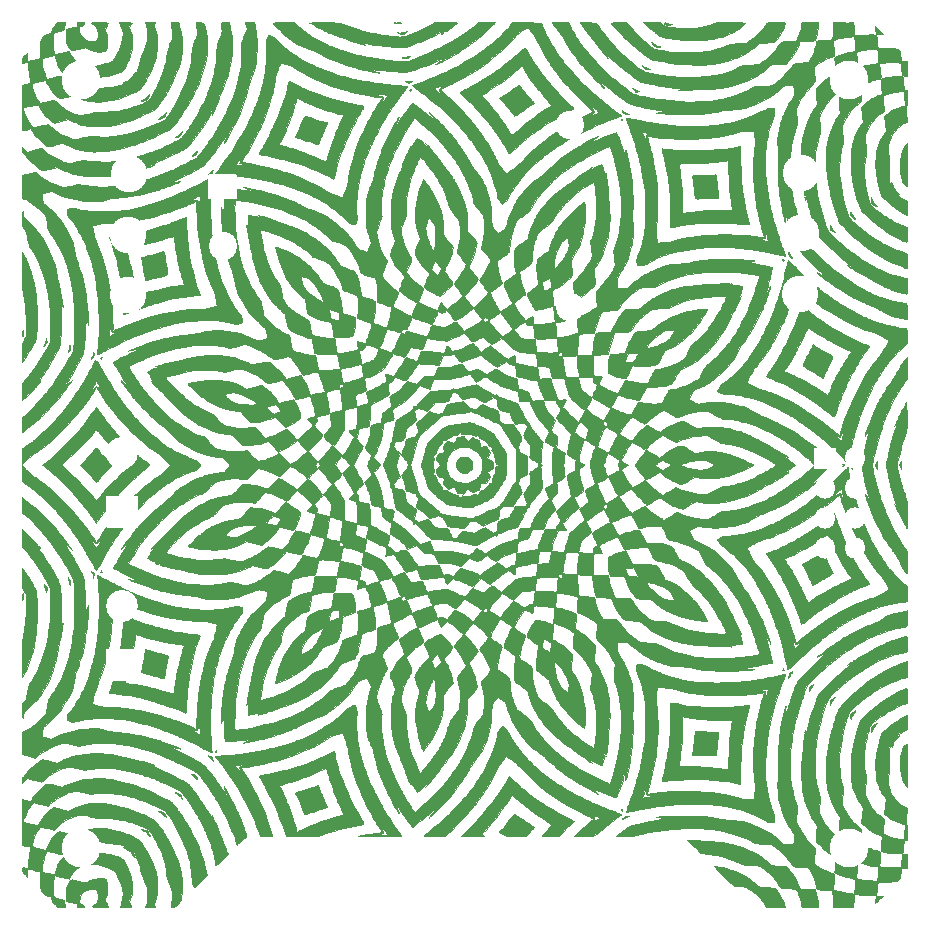
<source format=gbr>
%TF.GenerationSoftware,KiCad,Pcbnew,(5.1.7)-1*%
%TF.CreationDate,2021-03-17T12:45:12+01:00*%
%TF.ProjectId,HotPlateController,486f7450-6c61-4746-9543-6f6e74726f6c,rev?*%
%TF.SameCoordinates,Original*%
%TF.FileFunction,Legend,Bot*%
%TF.FilePolarity,Positive*%
%FSLAX46Y46*%
G04 Gerber Fmt 4.6, Leading zero omitted, Abs format (unit mm)*
G04 Created by KiCad (PCBNEW (5.1.7)-1) date 2021-03-17 12:45:12*
%MOMM*%
%LPD*%
G01*
G04 APERTURE LIST*
%ADD10C,0.010000*%
%ADD11C,2.700000*%
%ADD12C,2.400000*%
%ADD13C,3.100000*%
%ADD14C,3.300000*%
%ADD15O,1.800000X1.800000*%
G04 APERTURE END LIST*
D10*
%TO.C,G\u002A\u002A\u002A*%
G36*
X37328355Y-36852462D02*
G01*
X37126501Y-36922700D01*
X36956183Y-37051041D01*
X36834504Y-37229785D01*
X36793444Y-37351371D01*
X36770077Y-37609499D01*
X36820165Y-37835085D01*
X36937652Y-38019236D01*
X37116483Y-38153059D01*
X37350603Y-38227660D01*
X37394167Y-38233665D01*
X37553642Y-38240044D01*
X37682107Y-38209470D01*
X37773712Y-38164698D01*
X37885787Y-38085242D01*
X37986452Y-37986833D01*
X37542333Y-37986833D01*
X37521167Y-38008000D01*
X37500000Y-37986833D01*
X37521167Y-37965667D01*
X37542333Y-37986833D01*
X37986452Y-37986833D01*
X37990689Y-37982691D01*
X38072083Y-37877210D01*
X38080264Y-37859833D01*
X37754000Y-37859833D01*
X37732833Y-37881000D01*
X37711667Y-37859833D01*
X37330667Y-37859833D01*
X37309500Y-37881000D01*
X37288333Y-37859833D01*
X36992000Y-37859833D01*
X36970833Y-37881000D01*
X36949667Y-37859833D01*
X36970833Y-37838667D01*
X36992000Y-37859833D01*
X37288333Y-37859833D01*
X37309500Y-37838667D01*
X37330667Y-37859833D01*
X37711667Y-37859833D01*
X37732833Y-37838667D01*
X37754000Y-37859833D01*
X38080264Y-37859833D01*
X38113634Y-37788963D01*
X38112599Y-37775167D01*
X37373000Y-37775167D01*
X37351833Y-37796333D01*
X37330667Y-37775167D01*
X37119000Y-37775167D01*
X37097833Y-37796333D01*
X37076667Y-37775167D01*
X37097833Y-37754000D01*
X37119000Y-37775167D01*
X37330667Y-37775167D01*
X37351833Y-37754000D01*
X37373000Y-37775167D01*
X38112599Y-37775167D01*
X38110620Y-37748800D01*
X38113123Y-37713449D01*
X38122733Y-37711667D01*
X38135103Y-37690500D01*
X37500000Y-37690500D01*
X37478833Y-37711667D01*
X37457667Y-37690500D01*
X37415333Y-37690500D01*
X37394167Y-37711667D01*
X37373000Y-37690500D01*
X37246000Y-37690500D01*
X37224833Y-37711667D01*
X37203667Y-37690500D01*
X37224833Y-37669333D01*
X37246000Y-37690500D01*
X37373000Y-37690500D01*
X37394167Y-37669333D01*
X37415333Y-37690500D01*
X37457667Y-37690500D01*
X37478833Y-37669333D01*
X37500000Y-37690500D01*
X38135103Y-37690500D01*
X38144693Y-37674093D01*
X38148066Y-37648167D01*
X37838667Y-37648167D01*
X37817500Y-37669333D01*
X37796333Y-37648167D01*
X37817500Y-37627000D01*
X37838667Y-37648167D01*
X38148066Y-37648167D01*
X38156904Y-37580236D01*
X38157795Y-37542333D01*
X37542333Y-37542333D01*
X37510119Y-37583436D01*
X37500000Y-37584667D01*
X37458897Y-37552452D01*
X37457667Y-37542333D01*
X37489881Y-37501230D01*
X37500000Y-37500000D01*
X37541103Y-37532214D01*
X37542333Y-37542333D01*
X38157795Y-37542333D01*
X38150032Y-37436500D01*
X37838667Y-37436500D01*
X37817500Y-37457667D01*
X37796333Y-37436500D01*
X37817500Y-37415333D01*
X37838667Y-37436500D01*
X38150032Y-37436500D01*
X38150015Y-37436275D01*
X38136138Y-37394167D01*
X37500000Y-37394167D01*
X37478833Y-37415333D01*
X37457667Y-37394167D01*
X37246000Y-37394167D01*
X37224833Y-37415333D01*
X37203667Y-37394167D01*
X37224833Y-37373000D01*
X37246000Y-37394167D01*
X37457667Y-37394167D01*
X37478833Y-37373000D01*
X37500000Y-37394167D01*
X38136138Y-37394167D01*
X38130581Y-37377305D01*
X38122733Y-37373000D01*
X38105292Y-37347209D01*
X38110620Y-37335866D01*
X38108929Y-37309500D01*
X37373000Y-37309500D01*
X37351833Y-37330667D01*
X37330667Y-37309500D01*
X37119000Y-37309500D01*
X37097833Y-37330667D01*
X37076667Y-37309500D01*
X37097833Y-37288333D01*
X37119000Y-37309500D01*
X37330667Y-37309500D01*
X37351833Y-37288333D01*
X37373000Y-37309500D01*
X38108929Y-37309500D01*
X38106394Y-37269975D01*
X38079579Y-37224833D01*
X37754000Y-37224833D01*
X37732833Y-37246000D01*
X37711667Y-37224833D01*
X37330667Y-37224833D01*
X37309500Y-37246000D01*
X37288333Y-37224833D01*
X37309500Y-37203667D01*
X37330667Y-37224833D01*
X37711667Y-37224833D01*
X37732833Y-37203667D01*
X37754000Y-37224833D01*
X38079579Y-37224833D01*
X38049536Y-37174260D01*
X37982453Y-37097833D01*
X37542333Y-37097833D01*
X37521167Y-37119000D01*
X37500000Y-37097833D01*
X37521167Y-37076667D01*
X37542333Y-37097833D01*
X37982453Y-37097833D01*
X37956334Y-37068076D01*
X37843073Y-36970778D01*
X37758244Y-36917091D01*
X37544637Y-36848025D01*
X37328355Y-36852462D01*
G37*
X37328355Y-36852462D02*
X37126501Y-36922700D01*
X36956183Y-37051041D01*
X36834504Y-37229785D01*
X36793444Y-37351371D01*
X36770077Y-37609499D01*
X36820165Y-37835085D01*
X36937652Y-38019236D01*
X37116483Y-38153059D01*
X37350603Y-38227660D01*
X37394167Y-38233665D01*
X37553642Y-38240044D01*
X37682107Y-38209470D01*
X37773712Y-38164698D01*
X37885787Y-38085242D01*
X37986452Y-37986833D01*
X37542333Y-37986833D01*
X37521167Y-38008000D01*
X37500000Y-37986833D01*
X37521167Y-37965667D01*
X37542333Y-37986833D01*
X37986452Y-37986833D01*
X37990689Y-37982691D01*
X38072083Y-37877210D01*
X38080264Y-37859833D01*
X37754000Y-37859833D01*
X37732833Y-37881000D01*
X37711667Y-37859833D01*
X37330667Y-37859833D01*
X37309500Y-37881000D01*
X37288333Y-37859833D01*
X36992000Y-37859833D01*
X36970833Y-37881000D01*
X36949667Y-37859833D01*
X36970833Y-37838667D01*
X36992000Y-37859833D01*
X37288333Y-37859833D01*
X37309500Y-37838667D01*
X37330667Y-37859833D01*
X37711667Y-37859833D01*
X37732833Y-37838667D01*
X37754000Y-37859833D01*
X38080264Y-37859833D01*
X38113634Y-37788963D01*
X38112599Y-37775167D01*
X37373000Y-37775167D01*
X37351833Y-37796333D01*
X37330667Y-37775167D01*
X37119000Y-37775167D01*
X37097833Y-37796333D01*
X37076667Y-37775167D01*
X37097833Y-37754000D01*
X37119000Y-37775167D01*
X37330667Y-37775167D01*
X37351833Y-37754000D01*
X37373000Y-37775167D01*
X38112599Y-37775167D01*
X38110620Y-37748800D01*
X38113123Y-37713449D01*
X38122733Y-37711667D01*
X38135103Y-37690500D01*
X37500000Y-37690500D01*
X37478833Y-37711667D01*
X37457667Y-37690500D01*
X37415333Y-37690500D01*
X37394167Y-37711667D01*
X37373000Y-37690500D01*
X37246000Y-37690500D01*
X37224833Y-37711667D01*
X37203667Y-37690500D01*
X37224833Y-37669333D01*
X37246000Y-37690500D01*
X37373000Y-37690500D01*
X37394167Y-37669333D01*
X37415333Y-37690500D01*
X37457667Y-37690500D01*
X37478833Y-37669333D01*
X37500000Y-37690500D01*
X38135103Y-37690500D01*
X38144693Y-37674093D01*
X38148066Y-37648167D01*
X37838667Y-37648167D01*
X37817500Y-37669333D01*
X37796333Y-37648167D01*
X37817500Y-37627000D01*
X37838667Y-37648167D01*
X38148066Y-37648167D01*
X38156904Y-37580236D01*
X38157795Y-37542333D01*
X37542333Y-37542333D01*
X37510119Y-37583436D01*
X37500000Y-37584667D01*
X37458897Y-37552452D01*
X37457667Y-37542333D01*
X37489881Y-37501230D01*
X37500000Y-37500000D01*
X37541103Y-37532214D01*
X37542333Y-37542333D01*
X38157795Y-37542333D01*
X38150032Y-37436500D01*
X37838667Y-37436500D01*
X37817500Y-37457667D01*
X37796333Y-37436500D01*
X37817500Y-37415333D01*
X37838667Y-37436500D01*
X38150032Y-37436500D01*
X38150015Y-37436275D01*
X38136138Y-37394167D01*
X37500000Y-37394167D01*
X37478833Y-37415333D01*
X37457667Y-37394167D01*
X37246000Y-37394167D01*
X37224833Y-37415333D01*
X37203667Y-37394167D01*
X37224833Y-37373000D01*
X37246000Y-37394167D01*
X37457667Y-37394167D01*
X37478833Y-37373000D01*
X37500000Y-37394167D01*
X38136138Y-37394167D01*
X38130581Y-37377305D01*
X38122733Y-37373000D01*
X38105292Y-37347209D01*
X38110620Y-37335866D01*
X38108929Y-37309500D01*
X37373000Y-37309500D01*
X37351833Y-37330667D01*
X37330667Y-37309500D01*
X37119000Y-37309500D01*
X37097833Y-37330667D01*
X37076667Y-37309500D01*
X37097833Y-37288333D01*
X37119000Y-37309500D01*
X37330667Y-37309500D01*
X37351833Y-37288333D01*
X37373000Y-37309500D01*
X38108929Y-37309500D01*
X38106394Y-37269975D01*
X38079579Y-37224833D01*
X37754000Y-37224833D01*
X37732833Y-37246000D01*
X37711667Y-37224833D01*
X37330667Y-37224833D01*
X37309500Y-37246000D01*
X37288333Y-37224833D01*
X37309500Y-37203667D01*
X37330667Y-37224833D01*
X37711667Y-37224833D01*
X37732833Y-37203667D01*
X37754000Y-37224833D01*
X38079579Y-37224833D01*
X38049536Y-37174260D01*
X37982453Y-37097833D01*
X37542333Y-37097833D01*
X37521167Y-37119000D01*
X37500000Y-37097833D01*
X37521167Y-37076667D01*
X37542333Y-37097833D01*
X37982453Y-37097833D01*
X37956334Y-37068076D01*
X37843073Y-36970778D01*
X37758244Y-36917091D01*
X37544637Y-36848025D01*
X37328355Y-36852462D01*
G36*
X37291740Y-35121044D02*
G01*
X37170854Y-35138113D01*
X37078940Y-35148971D01*
X36950413Y-35164413D01*
X36862835Y-35177572D01*
X36839438Y-35183505D01*
X36819074Y-35223975D01*
X36774855Y-35320225D01*
X36723078Y-35436250D01*
X36660875Y-35562859D01*
X36605530Y-35650886D01*
X36572564Y-35679667D01*
X36511538Y-35665094D01*
X36400909Y-35627654D01*
X36313803Y-35594659D01*
X36098138Y-35509652D01*
X35865430Y-35710557D01*
X35738088Y-35828035D01*
X35670784Y-35912209D01*
X35653320Y-35977061D01*
X35656768Y-35996648D01*
X35678258Y-36092778D01*
X35701610Y-36225151D01*
X35706926Y-36260038D01*
X35733039Y-36438242D01*
X35476075Y-36509684D01*
X35331901Y-36555918D01*
X35236756Y-36611031D01*
X35174352Y-36694870D01*
X35128403Y-36827280D01*
X35093860Y-36975410D01*
X35076846Y-37073205D01*
X35084641Y-37145109D01*
X35128118Y-37217826D01*
X35218148Y-37318057D01*
X35244682Y-37345827D01*
X35432999Y-37542333D01*
X35244682Y-37738840D01*
X35143202Y-37848492D01*
X35090618Y-37924878D01*
X35076057Y-37994701D01*
X35088646Y-38084664D01*
X35093860Y-38109256D01*
X35138250Y-38292786D01*
X35186509Y-38412410D01*
X35254926Y-38487975D01*
X35359788Y-38539327D01*
X35476075Y-38574982D01*
X35733039Y-38646424D01*
X35706926Y-38824629D01*
X35684595Y-38958610D01*
X35661734Y-39068907D01*
X35656768Y-39088019D01*
X35659992Y-39149556D01*
X35709685Y-39225793D01*
X35816041Y-39330709D01*
X35865430Y-39374109D01*
X36098138Y-39575014D01*
X36313803Y-39490007D01*
X36441568Y-39442559D01*
X36538832Y-39411702D01*
X36572564Y-39405000D01*
X36610759Y-39440758D01*
X36667469Y-39533950D01*
X36723078Y-39648417D01*
X36780164Y-39776175D01*
X36822411Y-39867737D01*
X36839438Y-39901162D01*
X36882780Y-39910501D01*
X36984995Y-39924709D01*
X37078940Y-39935696D01*
X37217027Y-39952632D01*
X37323167Y-39968959D01*
X37360052Y-39977048D01*
X37409449Y-39953890D01*
X37486908Y-39877418D01*
X37561065Y-39783764D01*
X37646546Y-39673073D01*
X37716556Y-39597165D01*
X37750687Y-39574333D01*
X37803243Y-39598276D01*
X37898580Y-39660194D01*
X37985780Y-39723891D01*
X38181712Y-39873449D01*
X38444106Y-39758322D01*
X38577197Y-39699787D01*
X38674834Y-39656581D01*
X38716069Y-39637974D01*
X38716126Y-39637943D01*
X38733412Y-39591190D01*
X38750032Y-39486960D01*
X38751735Y-39468500D01*
X37754000Y-39468500D01*
X37732833Y-39489667D01*
X37711667Y-39468500D01*
X37732833Y-39447333D01*
X37754000Y-39468500D01*
X38751735Y-39468500D01*
X38762448Y-39352396D01*
X38766514Y-39256833D01*
X36695667Y-39256833D01*
X36674500Y-39278000D01*
X36653333Y-39256833D01*
X36674500Y-39235667D01*
X36695667Y-39256833D01*
X38766514Y-39256833D01*
X38766854Y-39248864D01*
X38768214Y-39172167D01*
X37711667Y-39172167D01*
X37690500Y-39193333D01*
X37669333Y-39172167D01*
X36738000Y-39172167D01*
X36716833Y-39193333D01*
X36695667Y-39172167D01*
X36716833Y-39151000D01*
X36738000Y-39172167D01*
X37669333Y-39172167D01*
X37690500Y-39151000D01*
X37711667Y-39172167D01*
X38768214Y-39172167D01*
X38770000Y-39071561D01*
X39055750Y-39090423D01*
X39341500Y-39109286D01*
X39502309Y-38851910D01*
X38590288Y-38851910D01*
X38584497Y-38854667D01*
X38545864Y-38824865D01*
X38537167Y-38812333D01*
X38526379Y-38772756D01*
X38532170Y-38770000D01*
X38570803Y-38799802D01*
X38579500Y-38812333D01*
X38590288Y-38851910D01*
X39502309Y-38851910D01*
X39660652Y-38598484D01*
X39534139Y-38358260D01*
X39407627Y-38118036D01*
X39478566Y-38071500D01*
X39278000Y-38071500D01*
X39256833Y-38092667D01*
X39235667Y-38071500D01*
X39256833Y-38050333D01*
X39278000Y-38071500D01*
X39478566Y-38071500D01*
X39522423Y-38042730D01*
X39646426Y-37970756D01*
X39753943Y-37919077D01*
X39817018Y-37887146D01*
X39854176Y-37842477D01*
X39872225Y-37764455D01*
X39877974Y-37632463D01*
X39878364Y-37542333D01*
X38981667Y-37542333D01*
X38979860Y-37741460D01*
X38970962Y-37881479D01*
X38949759Y-37987927D01*
X38911036Y-38086344D01*
X38849580Y-38202266D01*
X38845399Y-38209724D01*
X38762152Y-38350131D01*
X38683128Y-38470368D01*
X38633732Y-38534566D01*
X38577100Y-38606761D01*
X38558333Y-38647530D01*
X38521489Y-38693398D01*
X38420802Y-38762196D01*
X38271045Y-38845417D01*
X38086990Y-38934554D01*
X37973969Y-38984084D01*
X37763138Y-39055327D01*
X37552150Y-39085061D01*
X37318081Y-39073707D01*
X37038009Y-39021688D01*
X36959705Y-39002777D01*
X36818809Y-38955061D01*
X36680912Y-38877394D01*
X36522328Y-38755291D01*
X36444199Y-38687579D01*
X36373350Y-38621833D01*
X35806667Y-38621833D01*
X35785500Y-38643000D01*
X35764333Y-38621833D01*
X35785500Y-38600667D01*
X35806667Y-38621833D01*
X36373350Y-38621833D01*
X36293357Y-38547603D01*
X36284135Y-38537167D01*
X35933667Y-38537167D01*
X35912500Y-38558333D01*
X35891333Y-38537167D01*
X35912500Y-38516000D01*
X35933667Y-38537167D01*
X36284135Y-38537167D01*
X36209309Y-38452500D01*
X36060667Y-38452500D01*
X36039500Y-38473667D01*
X36018333Y-38452500D01*
X36039500Y-38431333D01*
X36060667Y-38452500D01*
X36209309Y-38452500D01*
X36190274Y-38430962D01*
X36114987Y-38310177D01*
X36047532Y-38157767D01*
X36033884Y-38122785D01*
X35937107Y-37765988D01*
X35924201Y-37411612D01*
X35995149Y-37053413D01*
X36030756Y-36949667D01*
X36088683Y-36810253D01*
X36153697Y-36698303D01*
X36208890Y-36632167D01*
X36060667Y-36632167D01*
X36039500Y-36653333D01*
X36018333Y-36632167D01*
X36039500Y-36611000D01*
X36060667Y-36632167D01*
X36208890Y-36632167D01*
X36243180Y-36591080D01*
X36288885Y-36547500D01*
X35933667Y-36547500D01*
X35912500Y-36568667D01*
X35891333Y-36547500D01*
X35912500Y-36526333D01*
X35933667Y-36547500D01*
X36288885Y-36547500D01*
X36374516Y-36465851D01*
X36454844Y-36395004D01*
X36651538Y-36237409D01*
X36833041Y-36128732D01*
X37024376Y-36059824D01*
X37250564Y-36021539D01*
X37521167Y-36005181D01*
X37653837Y-36006259D01*
X37769710Y-36023476D01*
X37895217Y-36064156D01*
X38056787Y-36135623D01*
X38144447Y-36177895D01*
X38308793Y-36264117D01*
X38445401Y-36346771D01*
X38534875Y-36413574D01*
X38556920Y-36439025D01*
X38619243Y-36533821D01*
X38654851Y-36575949D01*
X38703410Y-36641007D01*
X38775440Y-36754553D01*
X38845628Y-36874942D01*
X38908406Y-36992641D01*
X38948191Y-37091473D01*
X38970190Y-37196988D01*
X38979612Y-37334737D01*
X38981664Y-37530271D01*
X38981667Y-37542333D01*
X39878364Y-37542333D01*
X39876143Y-37376549D01*
X39864942Y-37274788D01*
X39837952Y-37216432D01*
X39788364Y-37180866D01*
X39753943Y-37165590D01*
X39629149Y-37104683D01*
X39545494Y-37055500D01*
X39151000Y-37055500D01*
X39129833Y-37076667D01*
X39108667Y-37055500D01*
X39129833Y-37034333D01*
X39151000Y-37055500D01*
X39545494Y-37055500D01*
X39522423Y-37041936D01*
X39478568Y-37013167D01*
X39278000Y-37013167D01*
X39256833Y-37034333D01*
X39235667Y-37013167D01*
X39256833Y-36992000D01*
X39278000Y-37013167D01*
X39478568Y-37013167D01*
X39407627Y-36966631D01*
X39534139Y-36726406D01*
X39660652Y-36486182D01*
X39508170Y-36242134D01*
X38593843Y-36242134D01*
X38583543Y-36265792D01*
X38540917Y-36311239D01*
X38516412Y-36301916D01*
X38516000Y-36295998D01*
X38546069Y-36260192D01*
X38564874Y-36247124D01*
X38593843Y-36242134D01*
X39508170Y-36242134D01*
X39501076Y-36230781D01*
X39341500Y-35975381D01*
X38770000Y-36013105D01*
X38767167Y-35912500D01*
X37711667Y-35912500D01*
X37690500Y-35933667D01*
X37669333Y-35912500D01*
X36738000Y-35912500D01*
X36716833Y-35933667D01*
X36695667Y-35912500D01*
X36716833Y-35891333D01*
X36738000Y-35912500D01*
X37669333Y-35912500D01*
X37690500Y-35891333D01*
X37711667Y-35912500D01*
X38767167Y-35912500D01*
X38764782Y-35827833D01*
X36695667Y-35827833D01*
X36674500Y-35849000D01*
X36653333Y-35827833D01*
X36674500Y-35806667D01*
X36695667Y-35827833D01*
X38764782Y-35827833D01*
X38764708Y-35825219D01*
X38759227Y-35701078D01*
X38752068Y-35616167D01*
X37754000Y-35616167D01*
X37732833Y-35637333D01*
X37711667Y-35616167D01*
X37732833Y-35595000D01*
X37754000Y-35616167D01*
X38752068Y-35616167D01*
X38751738Y-35612259D01*
X38748833Y-35595000D01*
X38735697Y-35515899D01*
X38732958Y-35489167D01*
X38705892Y-35432687D01*
X38686588Y-35425667D01*
X38628569Y-35409148D01*
X38520003Y-35366306D01*
X38412667Y-35319162D01*
X38179824Y-35212658D01*
X37984836Y-35361495D01*
X37872811Y-35442198D01*
X37785717Y-35496250D01*
X37750687Y-35510333D01*
X37707102Y-35478476D01*
X37633445Y-35395707D01*
X37561065Y-35300903D01*
X37474114Y-35192954D01*
X37399727Y-35123419D01*
X37360052Y-35107619D01*
X37291740Y-35121044D01*
G37*
X37291740Y-35121044D02*
X37170854Y-35138113D01*
X37078940Y-35148971D01*
X36950413Y-35164413D01*
X36862835Y-35177572D01*
X36839438Y-35183505D01*
X36819074Y-35223975D01*
X36774855Y-35320225D01*
X36723078Y-35436250D01*
X36660875Y-35562859D01*
X36605530Y-35650886D01*
X36572564Y-35679667D01*
X36511538Y-35665094D01*
X36400909Y-35627654D01*
X36313803Y-35594659D01*
X36098138Y-35509652D01*
X35865430Y-35710557D01*
X35738088Y-35828035D01*
X35670784Y-35912209D01*
X35653320Y-35977061D01*
X35656768Y-35996648D01*
X35678258Y-36092778D01*
X35701610Y-36225151D01*
X35706926Y-36260038D01*
X35733039Y-36438242D01*
X35476075Y-36509684D01*
X35331901Y-36555918D01*
X35236756Y-36611031D01*
X35174352Y-36694870D01*
X35128403Y-36827280D01*
X35093860Y-36975410D01*
X35076846Y-37073205D01*
X35084641Y-37145109D01*
X35128118Y-37217826D01*
X35218148Y-37318057D01*
X35244682Y-37345827D01*
X35432999Y-37542333D01*
X35244682Y-37738840D01*
X35143202Y-37848492D01*
X35090618Y-37924878D01*
X35076057Y-37994701D01*
X35088646Y-38084664D01*
X35093860Y-38109256D01*
X35138250Y-38292786D01*
X35186509Y-38412410D01*
X35254926Y-38487975D01*
X35359788Y-38539327D01*
X35476075Y-38574982D01*
X35733039Y-38646424D01*
X35706926Y-38824629D01*
X35684595Y-38958610D01*
X35661734Y-39068907D01*
X35656768Y-39088019D01*
X35659992Y-39149556D01*
X35709685Y-39225793D01*
X35816041Y-39330709D01*
X35865430Y-39374109D01*
X36098138Y-39575014D01*
X36313803Y-39490007D01*
X36441568Y-39442559D01*
X36538832Y-39411702D01*
X36572564Y-39405000D01*
X36610759Y-39440758D01*
X36667469Y-39533950D01*
X36723078Y-39648417D01*
X36780164Y-39776175D01*
X36822411Y-39867737D01*
X36839438Y-39901162D01*
X36882780Y-39910501D01*
X36984995Y-39924709D01*
X37078940Y-39935696D01*
X37217027Y-39952632D01*
X37323167Y-39968959D01*
X37360052Y-39977048D01*
X37409449Y-39953890D01*
X37486908Y-39877418D01*
X37561065Y-39783764D01*
X37646546Y-39673073D01*
X37716556Y-39597165D01*
X37750687Y-39574333D01*
X37803243Y-39598276D01*
X37898580Y-39660194D01*
X37985780Y-39723891D01*
X38181712Y-39873449D01*
X38444106Y-39758322D01*
X38577197Y-39699787D01*
X38674834Y-39656581D01*
X38716069Y-39637974D01*
X38716126Y-39637943D01*
X38733412Y-39591190D01*
X38750032Y-39486960D01*
X38751735Y-39468500D01*
X37754000Y-39468500D01*
X37732833Y-39489667D01*
X37711667Y-39468500D01*
X37732833Y-39447333D01*
X37754000Y-39468500D01*
X38751735Y-39468500D01*
X38762448Y-39352396D01*
X38766514Y-39256833D01*
X36695667Y-39256833D01*
X36674500Y-39278000D01*
X36653333Y-39256833D01*
X36674500Y-39235667D01*
X36695667Y-39256833D01*
X38766514Y-39256833D01*
X38766854Y-39248864D01*
X38768214Y-39172167D01*
X37711667Y-39172167D01*
X37690500Y-39193333D01*
X37669333Y-39172167D01*
X36738000Y-39172167D01*
X36716833Y-39193333D01*
X36695667Y-39172167D01*
X36716833Y-39151000D01*
X36738000Y-39172167D01*
X37669333Y-39172167D01*
X37690500Y-39151000D01*
X37711667Y-39172167D01*
X38768214Y-39172167D01*
X38770000Y-39071561D01*
X39055750Y-39090423D01*
X39341500Y-39109286D01*
X39502309Y-38851910D01*
X38590288Y-38851910D01*
X38584497Y-38854667D01*
X38545864Y-38824865D01*
X38537167Y-38812333D01*
X38526379Y-38772756D01*
X38532170Y-38770000D01*
X38570803Y-38799802D01*
X38579500Y-38812333D01*
X38590288Y-38851910D01*
X39502309Y-38851910D01*
X39660652Y-38598484D01*
X39534139Y-38358260D01*
X39407627Y-38118036D01*
X39478566Y-38071500D01*
X39278000Y-38071500D01*
X39256833Y-38092667D01*
X39235667Y-38071500D01*
X39256833Y-38050333D01*
X39278000Y-38071500D01*
X39478566Y-38071500D01*
X39522423Y-38042730D01*
X39646426Y-37970756D01*
X39753943Y-37919077D01*
X39817018Y-37887146D01*
X39854176Y-37842477D01*
X39872225Y-37764455D01*
X39877974Y-37632463D01*
X39878364Y-37542333D01*
X38981667Y-37542333D01*
X38979860Y-37741460D01*
X38970962Y-37881479D01*
X38949759Y-37987927D01*
X38911036Y-38086344D01*
X38849580Y-38202266D01*
X38845399Y-38209724D01*
X38762152Y-38350131D01*
X38683128Y-38470368D01*
X38633732Y-38534566D01*
X38577100Y-38606761D01*
X38558333Y-38647530D01*
X38521489Y-38693398D01*
X38420802Y-38762196D01*
X38271045Y-38845417D01*
X38086990Y-38934554D01*
X37973969Y-38984084D01*
X37763138Y-39055327D01*
X37552150Y-39085061D01*
X37318081Y-39073707D01*
X37038009Y-39021688D01*
X36959705Y-39002777D01*
X36818809Y-38955061D01*
X36680912Y-38877394D01*
X36522328Y-38755291D01*
X36444199Y-38687579D01*
X36373350Y-38621833D01*
X35806667Y-38621833D01*
X35785500Y-38643000D01*
X35764333Y-38621833D01*
X35785500Y-38600667D01*
X35806667Y-38621833D01*
X36373350Y-38621833D01*
X36293357Y-38547603D01*
X36284135Y-38537167D01*
X35933667Y-38537167D01*
X35912500Y-38558333D01*
X35891333Y-38537167D01*
X35912500Y-38516000D01*
X35933667Y-38537167D01*
X36284135Y-38537167D01*
X36209309Y-38452500D01*
X36060667Y-38452500D01*
X36039500Y-38473667D01*
X36018333Y-38452500D01*
X36039500Y-38431333D01*
X36060667Y-38452500D01*
X36209309Y-38452500D01*
X36190274Y-38430962D01*
X36114987Y-38310177D01*
X36047532Y-38157767D01*
X36033884Y-38122785D01*
X35937107Y-37765988D01*
X35924201Y-37411612D01*
X35995149Y-37053413D01*
X36030756Y-36949667D01*
X36088683Y-36810253D01*
X36153697Y-36698303D01*
X36208890Y-36632167D01*
X36060667Y-36632167D01*
X36039500Y-36653333D01*
X36018333Y-36632167D01*
X36039500Y-36611000D01*
X36060667Y-36632167D01*
X36208890Y-36632167D01*
X36243180Y-36591080D01*
X36288885Y-36547500D01*
X35933667Y-36547500D01*
X35912500Y-36568667D01*
X35891333Y-36547500D01*
X35912500Y-36526333D01*
X35933667Y-36547500D01*
X36288885Y-36547500D01*
X36374516Y-36465851D01*
X36454844Y-36395004D01*
X36651538Y-36237409D01*
X36833041Y-36128732D01*
X37024376Y-36059824D01*
X37250564Y-36021539D01*
X37521167Y-36005181D01*
X37653837Y-36006259D01*
X37769710Y-36023476D01*
X37895217Y-36064156D01*
X38056787Y-36135623D01*
X38144447Y-36177895D01*
X38308793Y-36264117D01*
X38445401Y-36346771D01*
X38534875Y-36413574D01*
X38556920Y-36439025D01*
X38619243Y-36533821D01*
X38654851Y-36575949D01*
X38703410Y-36641007D01*
X38775440Y-36754553D01*
X38845628Y-36874942D01*
X38908406Y-36992641D01*
X38948191Y-37091473D01*
X38970190Y-37196988D01*
X38979612Y-37334737D01*
X38981664Y-37530271D01*
X38981667Y-37542333D01*
X39878364Y-37542333D01*
X39876143Y-37376549D01*
X39864942Y-37274788D01*
X39837952Y-37216432D01*
X39788364Y-37180866D01*
X39753943Y-37165590D01*
X39629149Y-37104683D01*
X39545494Y-37055500D01*
X39151000Y-37055500D01*
X39129833Y-37076667D01*
X39108667Y-37055500D01*
X39129833Y-37034333D01*
X39151000Y-37055500D01*
X39545494Y-37055500D01*
X39522423Y-37041936D01*
X39478568Y-37013167D01*
X39278000Y-37013167D01*
X39256833Y-37034333D01*
X39235667Y-37013167D01*
X39256833Y-36992000D01*
X39278000Y-37013167D01*
X39478568Y-37013167D01*
X39407627Y-36966631D01*
X39534139Y-36726406D01*
X39660652Y-36486182D01*
X39508170Y-36242134D01*
X38593843Y-36242134D01*
X38583543Y-36265792D01*
X38540917Y-36311239D01*
X38516412Y-36301916D01*
X38516000Y-36295998D01*
X38546069Y-36260192D01*
X38564874Y-36247124D01*
X38593843Y-36242134D01*
X39508170Y-36242134D01*
X39501076Y-36230781D01*
X39341500Y-35975381D01*
X38770000Y-36013105D01*
X38767167Y-35912500D01*
X37711667Y-35912500D01*
X37690500Y-35933667D01*
X37669333Y-35912500D01*
X36738000Y-35912500D01*
X36716833Y-35933667D01*
X36695667Y-35912500D01*
X36716833Y-35891333D01*
X36738000Y-35912500D01*
X37669333Y-35912500D01*
X37690500Y-35891333D01*
X37711667Y-35912500D01*
X38767167Y-35912500D01*
X38764782Y-35827833D01*
X36695667Y-35827833D01*
X36674500Y-35849000D01*
X36653333Y-35827833D01*
X36674500Y-35806667D01*
X36695667Y-35827833D01*
X38764782Y-35827833D01*
X38764708Y-35825219D01*
X38759227Y-35701078D01*
X38752068Y-35616167D01*
X37754000Y-35616167D01*
X37732833Y-35637333D01*
X37711667Y-35616167D01*
X37732833Y-35595000D01*
X37754000Y-35616167D01*
X38752068Y-35616167D01*
X38751738Y-35612259D01*
X38748833Y-35595000D01*
X38735697Y-35515899D01*
X38732958Y-35489167D01*
X38705892Y-35432687D01*
X38686588Y-35425667D01*
X38628569Y-35409148D01*
X38520003Y-35366306D01*
X38412667Y-35319162D01*
X38179824Y-35212658D01*
X37984836Y-35361495D01*
X37872811Y-35442198D01*
X37785717Y-35496250D01*
X37750687Y-35510333D01*
X37707102Y-35478476D01*
X37633445Y-35395707D01*
X37561065Y-35300903D01*
X37474114Y-35192954D01*
X37399727Y-35123419D01*
X37360052Y-35107619D01*
X37291740Y-35121044D01*
G36*
X38092667Y-33033833D02*
G01*
X38113833Y-33055000D01*
X38135000Y-33033833D01*
X38113833Y-33012667D01*
X38092667Y-33033833D01*
G37*
X38092667Y-33033833D02*
X38113833Y-33055000D01*
X38135000Y-33033833D01*
X38113833Y-33012667D01*
X38092667Y-33033833D01*
G36*
X37715163Y-33961819D02*
G01*
X37552769Y-33978283D01*
X37410472Y-33994674D01*
X37330581Y-34005696D01*
X37227264Y-34022049D01*
X37063080Y-34047160D01*
X36860949Y-34077611D01*
X36643789Y-34109989D01*
X36434520Y-34140876D01*
X36256063Y-34166857D01*
X36131336Y-34184516D01*
X36124167Y-34185494D01*
X35999396Y-34221816D01*
X35851439Y-34303517D01*
X35670424Y-34437131D01*
X35446481Y-34629192D01*
X35425667Y-34647955D01*
X35355063Y-34710979D01*
X35236115Y-34816291D01*
X35084144Y-34950361D01*
X34914467Y-35099659D01*
X34875333Y-35134039D01*
X34708726Y-35284908D01*
X34562818Y-35425511D01*
X34451125Y-35542206D01*
X34387167Y-35621349D01*
X34380161Y-35633794D01*
X34349098Y-35715219D01*
X34300431Y-35859261D01*
X34239969Y-36047175D01*
X34173523Y-36260214D01*
X34106903Y-36479632D01*
X34045919Y-36686682D01*
X33996381Y-36862616D01*
X33978892Y-36928500D01*
X33934047Y-37087132D01*
X33882130Y-37251023D01*
X33876122Y-37268582D01*
X33838134Y-37402527D01*
X33817981Y-37520827D01*
X33817000Y-37542333D01*
X33830909Y-37648687D01*
X33865403Y-37783419D01*
X33876122Y-37816085D01*
X33927004Y-37975243D01*
X33973245Y-38138650D01*
X33977718Y-38156167D01*
X34007955Y-38266752D01*
X34059436Y-38443953D01*
X34127924Y-38673642D01*
X34209181Y-38941695D01*
X34298971Y-39233984D01*
X34360363Y-39431758D01*
X34401210Y-39491027D01*
X34494341Y-39592546D01*
X34627427Y-39723846D01*
X34788141Y-39872463D01*
X34854167Y-39931125D01*
X35029297Y-40085195D01*
X35189989Y-40226947D01*
X35321464Y-40343319D01*
X35408947Y-40421247D01*
X35425667Y-40436322D01*
X35655705Y-40635684D01*
X35842329Y-40775099D01*
X35994939Y-40860796D01*
X36122934Y-40899003D01*
X36124167Y-40899173D01*
X36247018Y-40916483D01*
X36423266Y-40942104D01*
X36630532Y-40972693D01*
X36846434Y-41004910D01*
X37048594Y-41035411D01*
X37214631Y-41060856D01*
X37322166Y-41077903D01*
X37330667Y-41079326D01*
X37473626Y-41097984D01*
X37643776Y-41112248D01*
X37816199Y-41121034D01*
X37965975Y-41123264D01*
X38068188Y-41117854D01*
X38092667Y-41112383D01*
X38164989Y-41079766D01*
X38282205Y-41024294D01*
X38367833Y-40982869D01*
X38483085Y-40929000D01*
X37965667Y-40929000D01*
X37950178Y-40963845D01*
X37937445Y-40957222D01*
X37932378Y-40906982D01*
X37937445Y-40900778D01*
X37962612Y-40906589D01*
X37965667Y-40929000D01*
X38483085Y-40929000D01*
X38519506Y-40911977D01*
X38667147Y-40847876D01*
X38727667Y-40823765D01*
X38883178Y-40759999D01*
X38930685Y-40738500D01*
X36018333Y-40738500D01*
X35997167Y-40759667D01*
X35976000Y-40738500D01*
X35997167Y-40717333D01*
X36018333Y-40738500D01*
X38930685Y-40738500D01*
X39069024Y-40675897D01*
X39158944Y-40632667D01*
X37923333Y-40632667D01*
X37907844Y-40667512D01*
X37895111Y-40660889D01*
X37894400Y-40653833D01*
X36060667Y-40653833D01*
X36039500Y-40675000D01*
X36018333Y-40653833D01*
X36039500Y-40632667D01*
X36060667Y-40653833D01*
X37894400Y-40653833D01*
X37890045Y-40610649D01*
X37895111Y-40604444D01*
X37920278Y-40610255D01*
X37923333Y-40632667D01*
X39158944Y-40632667D01*
X39268820Y-40579843D01*
X39466180Y-40480220D01*
X39644718Y-40385414D01*
X39730920Y-40336333D01*
X37881000Y-40336333D01*
X37865511Y-40371178D01*
X37852778Y-40364555D01*
X37847711Y-40314316D01*
X37852778Y-40308111D01*
X37877945Y-40313922D01*
X37881000Y-40336333D01*
X39730920Y-40336333D01*
X39788047Y-40303807D01*
X39879782Y-40243784D01*
X39902597Y-40222599D01*
X39970555Y-40121910D01*
X39690954Y-40121910D01*
X39685164Y-40124667D01*
X39646531Y-40094865D01*
X39637833Y-40082333D01*
X39627046Y-40042756D01*
X39632837Y-40040000D01*
X39671469Y-40069802D01*
X39680167Y-40082333D01*
X39690954Y-40121910D01*
X39970555Y-40121910D01*
X39973916Y-40116931D01*
X40072557Y-39967386D01*
X40188363Y-39789745D01*
X40204469Y-39764833D01*
X39405000Y-39764833D01*
X39383833Y-39786000D01*
X39362667Y-39764833D01*
X39383833Y-39743667D01*
X39405000Y-39764833D01*
X40204469Y-39764833D01*
X40311179Y-39599790D01*
X40430849Y-39413302D01*
X40537217Y-39246065D01*
X40620127Y-39113860D01*
X40669424Y-39032468D01*
X40675571Y-39021409D01*
X40725075Y-38937694D01*
X40757311Y-38897000D01*
X40793691Y-38850092D01*
X40852767Y-38757283D01*
X40877974Y-38714663D01*
X40907399Y-38660088D01*
X40929899Y-38603201D01*
X40946399Y-38532337D01*
X40950839Y-38494833D01*
X40717333Y-38494833D01*
X40696167Y-38516000D01*
X40675000Y-38494833D01*
X40696167Y-38473667D01*
X40717333Y-38494833D01*
X40950839Y-38494833D01*
X40957826Y-38435829D01*
X40959222Y-38410167D01*
X40421000Y-38410167D01*
X40399833Y-38431333D01*
X40378667Y-38410167D01*
X40399833Y-38389000D01*
X40421000Y-38410167D01*
X40959222Y-38410167D01*
X40961525Y-38367833D01*
X40294000Y-38367833D01*
X40272833Y-38389000D01*
X40251667Y-38367833D01*
X40272833Y-38346667D01*
X40294000Y-38367833D01*
X40961525Y-38367833D01*
X40965107Y-38302009D01*
X40969167Y-38119210D01*
X40970934Y-37875767D01*
X40971333Y-37560010D01*
X40971333Y-37556612D01*
X40282189Y-37556612D01*
X40220484Y-37609090D01*
X40181278Y-37633452D01*
X40121861Y-37677138D01*
X40086176Y-37733684D01*
X40066479Y-37825776D01*
X40055024Y-37976102D01*
X40053389Y-38008067D01*
X40037101Y-38195531D01*
X40002074Y-38340740D01*
X39935980Y-38485862D01*
X39889881Y-38567392D01*
X39812801Y-38702867D01*
X39774366Y-38790564D01*
X39769202Y-38855028D01*
X39791933Y-38920804D01*
X39806103Y-38949920D01*
X39849471Y-39039544D01*
X39870336Y-39087950D01*
X39870667Y-39089656D01*
X39833388Y-39094653D01*
X39741444Y-39093777D01*
X39718811Y-39092828D01*
X39590427Y-39106125D01*
X39528588Y-39157375D01*
X39465878Y-39250891D01*
X39436479Y-39285282D01*
X39375652Y-39360553D01*
X39307377Y-39459211D01*
X39229053Y-39539993D01*
X39099569Y-39632774D01*
X38961989Y-39710080D01*
X38816082Y-39786799D01*
X38730029Y-39848888D01*
X38685224Y-39913539D01*
X38665546Y-39984039D01*
X38639131Y-40124840D01*
X38510344Y-40058241D01*
X38436814Y-40025212D01*
X38370126Y-40016495D01*
X38284331Y-40034853D01*
X38153477Y-40083047D01*
X38108331Y-40101022D01*
X37938121Y-40162389D01*
X37800662Y-40190258D01*
X37654084Y-40191133D01*
X37572303Y-40184286D01*
X37429983Y-40167899D01*
X37323286Y-40151459D01*
X37279888Y-40140241D01*
X37238795Y-40159199D01*
X37173119Y-40228526D01*
X37152888Y-40254867D01*
X37055500Y-40387421D01*
X37007241Y-40272833D01*
X36230000Y-40272833D01*
X36208833Y-40294000D01*
X36187667Y-40272833D01*
X36208833Y-40251667D01*
X36230000Y-40272833D01*
X37007241Y-40272833D01*
X36994677Y-40243002D01*
X36967611Y-40188167D01*
X36272333Y-40188167D01*
X36251167Y-40209333D01*
X36230000Y-40188167D01*
X36251167Y-40167000D01*
X36272333Y-40188167D01*
X36967611Y-40188167D01*
X36956228Y-40165107D01*
X36907250Y-40116953D01*
X36824791Y-40085976D01*
X36685901Y-40059608D01*
X36648981Y-40053726D01*
X36478633Y-40019411D01*
X36344352Y-39968544D01*
X36209213Y-39884440D01*
X36112810Y-39811438D01*
X35980005Y-39710712D01*
X35890757Y-39656470D01*
X35824393Y-39640030D01*
X35760243Y-39652710D01*
X35746666Y-39657669D01*
X35643242Y-39692806D01*
X35600014Y-39683016D01*
X35598560Y-39614799D01*
X35607552Y-39555722D01*
X35614298Y-39467131D01*
X35591334Y-39395625D01*
X35525358Y-39315260D01*
X35508510Y-39299167D01*
X34748333Y-39299167D01*
X34727167Y-39320333D01*
X34706000Y-39299167D01*
X34727167Y-39278000D01*
X34748333Y-39299167D01*
X35508510Y-39299167D01*
X35444779Y-39238292D01*
X35420710Y-39214500D01*
X34875333Y-39214500D01*
X34854167Y-39235667D01*
X34833000Y-39214500D01*
X34854167Y-39193333D01*
X34875333Y-39214500D01*
X35420710Y-39214500D01*
X35292080Y-39087353D01*
X35189355Y-38953970D01*
X35116826Y-38807705D01*
X35065239Y-38654203D01*
X35016102Y-38518026D01*
X34959407Y-38440332D01*
X34876303Y-38395696D01*
X34872627Y-38394400D01*
X34787366Y-38356073D01*
X34769565Y-38311959D01*
X34788646Y-38265776D01*
X34840191Y-38188660D01*
X34870699Y-38159031D01*
X34880586Y-38109404D01*
X34871676Y-38000121D01*
X34845924Y-37853607D01*
X34842806Y-37839173D01*
X34809340Y-37668084D01*
X34798859Y-37536820D01*
X34811364Y-37403723D01*
X34842806Y-37245493D01*
X34869996Y-37096701D01*
X34880523Y-36983093D01*
X34872431Y-36927098D01*
X34870699Y-36925636D01*
X34822146Y-36872531D01*
X34788646Y-36818890D01*
X34768741Y-36756734D01*
X34806196Y-36716901D01*
X34870740Y-36690925D01*
X34946769Y-36652264D01*
X35003440Y-36585114D01*
X35055856Y-36467826D01*
X35085267Y-36383376D01*
X35160129Y-36201128D01*
X35262057Y-36045972D01*
X35345847Y-35954833D01*
X35002333Y-35954833D01*
X34981167Y-35976000D01*
X34960000Y-35954833D01*
X34981167Y-35933667D01*
X35002333Y-35954833D01*
X35345847Y-35954833D01*
X35401540Y-35894256D01*
X35425065Y-35870167D01*
X34875333Y-35870167D01*
X34854167Y-35891333D01*
X34833000Y-35870167D01*
X34854167Y-35849000D01*
X34875333Y-35870167D01*
X35425065Y-35870167D01*
X35507751Y-35785500D01*
X34748333Y-35785500D01*
X34727167Y-35806667D01*
X34706000Y-35785500D01*
X34727167Y-35764333D01*
X34748333Y-35785500D01*
X35507751Y-35785500D01*
X35518896Y-35774089D01*
X35585001Y-35689812D01*
X35611508Y-35620647D01*
X35610068Y-35545813D01*
X35607289Y-35527323D01*
X35584387Y-35386200D01*
X35725861Y-35426774D01*
X35805272Y-35443588D01*
X35874350Y-35435101D01*
X35956328Y-35392354D01*
X36074436Y-35306386D01*
X36110717Y-35278344D01*
X36263316Y-35166635D01*
X36394150Y-35093397D01*
X36531852Y-35048364D01*
X36705055Y-35021269D01*
X36867079Y-35007160D01*
X36922472Y-34967633D01*
X36965001Y-34896500D01*
X36272333Y-34896500D01*
X36251167Y-34917667D01*
X36230000Y-34896500D01*
X36251167Y-34875333D01*
X36272333Y-34896500D01*
X36965001Y-34896500D01*
X36977423Y-34875725D01*
X36988375Y-34848251D01*
X37001543Y-34811833D01*
X36230000Y-34811833D01*
X36208833Y-34833000D01*
X36187667Y-34811833D01*
X36208833Y-34790667D01*
X36230000Y-34811833D01*
X37001543Y-34811833D01*
X37044092Y-34694168D01*
X37148432Y-34827490D01*
X37220259Y-34907357D01*
X37272327Y-34944154D01*
X37281136Y-34943654D01*
X37335312Y-34930751D01*
X37447846Y-34914376D01*
X37572303Y-34900380D01*
X37737075Y-34891048D01*
X37873520Y-34905726D01*
X38023507Y-34950917D01*
X38108331Y-34983644D01*
X38255344Y-35040143D01*
X38350474Y-35066080D01*
X38419672Y-35064216D01*
X38488888Y-35037312D01*
X38510344Y-35026425D01*
X38639131Y-34959826D01*
X38665546Y-35100628D01*
X38689800Y-35181164D01*
X38739355Y-35244397D01*
X38832813Y-35307522D01*
X38961989Y-35374586D01*
X39114168Y-35461228D01*
X39239729Y-35553697D01*
X39307377Y-35625455D01*
X39377119Y-35726089D01*
X39436479Y-35799384D01*
X39504367Y-35887270D01*
X39528979Y-35928022D01*
X39601750Y-35983689D01*
X39719202Y-35995416D01*
X39818476Y-35993961D01*
X39869034Y-35996818D01*
X39870667Y-35997858D01*
X39853860Y-36036495D01*
X39812560Y-36121743D01*
X39804082Y-36138797D01*
X39770924Y-36213544D01*
X39764383Y-36275552D01*
X39789883Y-36350036D01*
X39852848Y-36462213D01*
X39885147Y-36515718D01*
X39968773Y-36667165D01*
X40017068Y-36801014D01*
X40041847Y-36957040D01*
X40049944Y-37070548D01*
X40061684Y-37234191D01*
X40079772Y-37335620D01*
X40111917Y-37397281D01*
X40165827Y-37441615D01*
X40180545Y-37450770D01*
X40268907Y-37511571D01*
X40282189Y-37556612D01*
X40971333Y-37556612D01*
X40971333Y-36716833D01*
X40294000Y-36716833D01*
X40272833Y-36738000D01*
X40251667Y-36716833D01*
X40272833Y-36695667D01*
X40294000Y-36716833D01*
X40971333Y-36716833D01*
X40971333Y-36632167D01*
X40590333Y-36632167D01*
X40569167Y-36653333D01*
X40548000Y-36632167D01*
X40569167Y-36611000D01*
X40590333Y-36632167D01*
X40971333Y-36632167D01*
X40971333Y-36589833D01*
X40717333Y-36589833D01*
X40696167Y-36611000D01*
X40675000Y-36589833D01*
X40696167Y-36568667D01*
X40717333Y-36589833D01*
X40971333Y-36589833D01*
X40971333Y-36524373D01*
X40812583Y-36272631D01*
X40724916Y-36134463D01*
X40612080Y-35957869D01*
X40483356Y-35757237D01*
X40348025Y-35546954D01*
X40215368Y-35341409D01*
X40201399Y-35319833D01*
X39405000Y-35319833D01*
X39383833Y-35341000D01*
X39362667Y-35319833D01*
X39383833Y-35298667D01*
X39405000Y-35319833D01*
X40201399Y-35319833D01*
X40094666Y-35154989D01*
X39995199Y-35002082D01*
X39975534Y-34972134D01*
X39694510Y-34972134D01*
X39684209Y-34995792D01*
X39641584Y-35041239D01*
X39617079Y-35031916D01*
X39616667Y-35025998D01*
X39646735Y-34990192D01*
X39665541Y-34977124D01*
X39694510Y-34972134D01*
X39975534Y-34972134D01*
X39926248Y-34897077D01*
X39902705Y-34862067D01*
X39846924Y-34817522D01*
X39732768Y-34748333D01*
X37881000Y-34748333D01*
X37865511Y-34783178D01*
X37852778Y-34776555D01*
X37847711Y-34726316D01*
X37852778Y-34720111D01*
X37877945Y-34725922D01*
X37881000Y-34748333D01*
X39732768Y-34748333D01*
X39730387Y-34746890D01*
X39569651Y-34658600D01*
X39381272Y-34561084D01*
X39181805Y-34462770D01*
X39158765Y-34452000D01*
X37923333Y-34452000D01*
X37907844Y-34486845D01*
X37895111Y-34480222D01*
X37890131Y-34430833D01*
X36060667Y-34430833D01*
X36039500Y-34452000D01*
X36018333Y-34430833D01*
X36039500Y-34409667D01*
X36060667Y-34430833D01*
X37890131Y-34430833D01*
X37890045Y-34429982D01*
X37895111Y-34423778D01*
X37920278Y-34429589D01*
X37923333Y-34452000D01*
X39158765Y-34452000D01*
X38987806Y-34372089D01*
X38928063Y-34346167D01*
X36018333Y-34346167D01*
X35997167Y-34367333D01*
X35976000Y-34346167D01*
X35997167Y-34325000D01*
X36018333Y-34346167D01*
X38928063Y-34346167D01*
X38815832Y-34297471D01*
X38722675Y-34261205D01*
X38599156Y-34212324D01*
X38522482Y-34176833D01*
X37965667Y-34176833D01*
X37944500Y-34198000D01*
X37923333Y-34176833D01*
X37944500Y-34155667D01*
X37965667Y-34176833D01*
X38522482Y-34176833D01*
X38498853Y-34165896D01*
X38489842Y-34161002D01*
X38255508Y-34043239D01*
X38054135Y-33977044D01*
X37857730Y-33955219D01*
X37715163Y-33961819D01*
G37*
X37715163Y-33961819D02*
X37552769Y-33978283D01*
X37410472Y-33994674D01*
X37330581Y-34005696D01*
X37227264Y-34022049D01*
X37063080Y-34047160D01*
X36860949Y-34077611D01*
X36643789Y-34109989D01*
X36434520Y-34140876D01*
X36256063Y-34166857D01*
X36131336Y-34184516D01*
X36124167Y-34185494D01*
X35999396Y-34221816D01*
X35851439Y-34303517D01*
X35670424Y-34437131D01*
X35446481Y-34629192D01*
X35425667Y-34647955D01*
X35355063Y-34710979D01*
X35236115Y-34816291D01*
X35084144Y-34950361D01*
X34914467Y-35099659D01*
X34875333Y-35134039D01*
X34708726Y-35284908D01*
X34562818Y-35425511D01*
X34451125Y-35542206D01*
X34387167Y-35621349D01*
X34380161Y-35633794D01*
X34349098Y-35715219D01*
X34300431Y-35859261D01*
X34239969Y-36047175D01*
X34173523Y-36260214D01*
X34106903Y-36479632D01*
X34045919Y-36686682D01*
X33996381Y-36862616D01*
X33978892Y-36928500D01*
X33934047Y-37087132D01*
X33882130Y-37251023D01*
X33876122Y-37268582D01*
X33838134Y-37402527D01*
X33817981Y-37520827D01*
X33817000Y-37542333D01*
X33830909Y-37648687D01*
X33865403Y-37783419D01*
X33876122Y-37816085D01*
X33927004Y-37975243D01*
X33973245Y-38138650D01*
X33977718Y-38156167D01*
X34007955Y-38266752D01*
X34059436Y-38443953D01*
X34127924Y-38673642D01*
X34209181Y-38941695D01*
X34298971Y-39233984D01*
X34360363Y-39431758D01*
X34401210Y-39491027D01*
X34494341Y-39592546D01*
X34627427Y-39723846D01*
X34788141Y-39872463D01*
X34854167Y-39931125D01*
X35029297Y-40085195D01*
X35189989Y-40226947D01*
X35321464Y-40343319D01*
X35408947Y-40421247D01*
X35425667Y-40436322D01*
X35655705Y-40635684D01*
X35842329Y-40775099D01*
X35994939Y-40860796D01*
X36122934Y-40899003D01*
X36124167Y-40899173D01*
X36247018Y-40916483D01*
X36423266Y-40942104D01*
X36630532Y-40972693D01*
X36846434Y-41004910D01*
X37048594Y-41035411D01*
X37214631Y-41060856D01*
X37322166Y-41077903D01*
X37330667Y-41079326D01*
X37473626Y-41097984D01*
X37643776Y-41112248D01*
X37816199Y-41121034D01*
X37965975Y-41123264D01*
X38068188Y-41117854D01*
X38092667Y-41112383D01*
X38164989Y-41079766D01*
X38282205Y-41024294D01*
X38367833Y-40982869D01*
X38483085Y-40929000D01*
X37965667Y-40929000D01*
X37950178Y-40963845D01*
X37937445Y-40957222D01*
X37932378Y-40906982D01*
X37937445Y-40900778D01*
X37962612Y-40906589D01*
X37965667Y-40929000D01*
X38483085Y-40929000D01*
X38519506Y-40911977D01*
X38667147Y-40847876D01*
X38727667Y-40823765D01*
X38883178Y-40759999D01*
X38930685Y-40738500D01*
X36018333Y-40738500D01*
X35997167Y-40759667D01*
X35976000Y-40738500D01*
X35997167Y-40717333D01*
X36018333Y-40738500D01*
X38930685Y-40738500D01*
X39069024Y-40675897D01*
X39158944Y-40632667D01*
X37923333Y-40632667D01*
X37907844Y-40667512D01*
X37895111Y-40660889D01*
X37894400Y-40653833D01*
X36060667Y-40653833D01*
X36039500Y-40675000D01*
X36018333Y-40653833D01*
X36039500Y-40632667D01*
X36060667Y-40653833D01*
X37894400Y-40653833D01*
X37890045Y-40610649D01*
X37895111Y-40604444D01*
X37920278Y-40610255D01*
X37923333Y-40632667D01*
X39158944Y-40632667D01*
X39268820Y-40579843D01*
X39466180Y-40480220D01*
X39644718Y-40385414D01*
X39730920Y-40336333D01*
X37881000Y-40336333D01*
X37865511Y-40371178D01*
X37852778Y-40364555D01*
X37847711Y-40314316D01*
X37852778Y-40308111D01*
X37877945Y-40313922D01*
X37881000Y-40336333D01*
X39730920Y-40336333D01*
X39788047Y-40303807D01*
X39879782Y-40243784D01*
X39902597Y-40222599D01*
X39970555Y-40121910D01*
X39690954Y-40121910D01*
X39685164Y-40124667D01*
X39646531Y-40094865D01*
X39637833Y-40082333D01*
X39627046Y-40042756D01*
X39632837Y-40040000D01*
X39671469Y-40069802D01*
X39680167Y-40082333D01*
X39690954Y-40121910D01*
X39970555Y-40121910D01*
X39973916Y-40116931D01*
X40072557Y-39967386D01*
X40188363Y-39789745D01*
X40204469Y-39764833D01*
X39405000Y-39764833D01*
X39383833Y-39786000D01*
X39362667Y-39764833D01*
X39383833Y-39743667D01*
X39405000Y-39764833D01*
X40204469Y-39764833D01*
X40311179Y-39599790D01*
X40430849Y-39413302D01*
X40537217Y-39246065D01*
X40620127Y-39113860D01*
X40669424Y-39032468D01*
X40675571Y-39021409D01*
X40725075Y-38937694D01*
X40757311Y-38897000D01*
X40793691Y-38850092D01*
X40852767Y-38757283D01*
X40877974Y-38714663D01*
X40907399Y-38660088D01*
X40929899Y-38603201D01*
X40946399Y-38532337D01*
X40950839Y-38494833D01*
X40717333Y-38494833D01*
X40696167Y-38516000D01*
X40675000Y-38494833D01*
X40696167Y-38473667D01*
X40717333Y-38494833D01*
X40950839Y-38494833D01*
X40957826Y-38435829D01*
X40959222Y-38410167D01*
X40421000Y-38410167D01*
X40399833Y-38431333D01*
X40378667Y-38410167D01*
X40399833Y-38389000D01*
X40421000Y-38410167D01*
X40959222Y-38410167D01*
X40961525Y-38367833D01*
X40294000Y-38367833D01*
X40272833Y-38389000D01*
X40251667Y-38367833D01*
X40272833Y-38346667D01*
X40294000Y-38367833D01*
X40961525Y-38367833D01*
X40965107Y-38302009D01*
X40969167Y-38119210D01*
X40970934Y-37875767D01*
X40971333Y-37560010D01*
X40971333Y-37556612D01*
X40282189Y-37556612D01*
X40220484Y-37609090D01*
X40181278Y-37633452D01*
X40121861Y-37677138D01*
X40086176Y-37733684D01*
X40066479Y-37825776D01*
X40055024Y-37976102D01*
X40053389Y-38008067D01*
X40037101Y-38195531D01*
X40002074Y-38340740D01*
X39935980Y-38485862D01*
X39889881Y-38567392D01*
X39812801Y-38702867D01*
X39774366Y-38790564D01*
X39769202Y-38855028D01*
X39791933Y-38920804D01*
X39806103Y-38949920D01*
X39849471Y-39039544D01*
X39870336Y-39087950D01*
X39870667Y-39089656D01*
X39833388Y-39094653D01*
X39741444Y-39093777D01*
X39718811Y-39092828D01*
X39590427Y-39106125D01*
X39528588Y-39157375D01*
X39465878Y-39250891D01*
X39436479Y-39285282D01*
X39375652Y-39360553D01*
X39307377Y-39459211D01*
X39229053Y-39539993D01*
X39099569Y-39632774D01*
X38961989Y-39710080D01*
X38816082Y-39786799D01*
X38730029Y-39848888D01*
X38685224Y-39913539D01*
X38665546Y-39984039D01*
X38639131Y-40124840D01*
X38510344Y-40058241D01*
X38436814Y-40025212D01*
X38370126Y-40016495D01*
X38284331Y-40034853D01*
X38153477Y-40083047D01*
X38108331Y-40101022D01*
X37938121Y-40162389D01*
X37800662Y-40190258D01*
X37654084Y-40191133D01*
X37572303Y-40184286D01*
X37429983Y-40167899D01*
X37323286Y-40151459D01*
X37279888Y-40140241D01*
X37238795Y-40159199D01*
X37173119Y-40228526D01*
X37152888Y-40254867D01*
X37055500Y-40387421D01*
X37007241Y-40272833D01*
X36230000Y-40272833D01*
X36208833Y-40294000D01*
X36187667Y-40272833D01*
X36208833Y-40251667D01*
X36230000Y-40272833D01*
X37007241Y-40272833D01*
X36994677Y-40243002D01*
X36967611Y-40188167D01*
X36272333Y-40188167D01*
X36251167Y-40209333D01*
X36230000Y-40188167D01*
X36251167Y-40167000D01*
X36272333Y-40188167D01*
X36967611Y-40188167D01*
X36956228Y-40165107D01*
X36907250Y-40116953D01*
X36824791Y-40085976D01*
X36685901Y-40059608D01*
X36648981Y-40053726D01*
X36478633Y-40019411D01*
X36344352Y-39968544D01*
X36209213Y-39884440D01*
X36112810Y-39811438D01*
X35980005Y-39710712D01*
X35890757Y-39656470D01*
X35824393Y-39640030D01*
X35760243Y-39652710D01*
X35746666Y-39657669D01*
X35643242Y-39692806D01*
X35600014Y-39683016D01*
X35598560Y-39614799D01*
X35607552Y-39555722D01*
X35614298Y-39467131D01*
X35591334Y-39395625D01*
X35525358Y-39315260D01*
X35508510Y-39299167D01*
X34748333Y-39299167D01*
X34727167Y-39320333D01*
X34706000Y-39299167D01*
X34727167Y-39278000D01*
X34748333Y-39299167D01*
X35508510Y-39299167D01*
X35444779Y-39238292D01*
X35420710Y-39214500D01*
X34875333Y-39214500D01*
X34854167Y-39235667D01*
X34833000Y-39214500D01*
X34854167Y-39193333D01*
X34875333Y-39214500D01*
X35420710Y-39214500D01*
X35292080Y-39087353D01*
X35189355Y-38953970D01*
X35116826Y-38807705D01*
X35065239Y-38654203D01*
X35016102Y-38518026D01*
X34959407Y-38440332D01*
X34876303Y-38395696D01*
X34872627Y-38394400D01*
X34787366Y-38356073D01*
X34769565Y-38311959D01*
X34788646Y-38265776D01*
X34840191Y-38188660D01*
X34870699Y-38159031D01*
X34880586Y-38109404D01*
X34871676Y-38000121D01*
X34845924Y-37853607D01*
X34842806Y-37839173D01*
X34809340Y-37668084D01*
X34798859Y-37536820D01*
X34811364Y-37403723D01*
X34842806Y-37245493D01*
X34869996Y-37096701D01*
X34880523Y-36983093D01*
X34872431Y-36927098D01*
X34870699Y-36925636D01*
X34822146Y-36872531D01*
X34788646Y-36818890D01*
X34768741Y-36756734D01*
X34806196Y-36716901D01*
X34870740Y-36690925D01*
X34946769Y-36652264D01*
X35003440Y-36585114D01*
X35055856Y-36467826D01*
X35085267Y-36383376D01*
X35160129Y-36201128D01*
X35262057Y-36045972D01*
X35345847Y-35954833D01*
X35002333Y-35954833D01*
X34981167Y-35976000D01*
X34960000Y-35954833D01*
X34981167Y-35933667D01*
X35002333Y-35954833D01*
X35345847Y-35954833D01*
X35401540Y-35894256D01*
X35425065Y-35870167D01*
X34875333Y-35870167D01*
X34854167Y-35891333D01*
X34833000Y-35870167D01*
X34854167Y-35849000D01*
X34875333Y-35870167D01*
X35425065Y-35870167D01*
X35507751Y-35785500D01*
X34748333Y-35785500D01*
X34727167Y-35806667D01*
X34706000Y-35785500D01*
X34727167Y-35764333D01*
X34748333Y-35785500D01*
X35507751Y-35785500D01*
X35518896Y-35774089D01*
X35585001Y-35689812D01*
X35611508Y-35620647D01*
X35610068Y-35545813D01*
X35607289Y-35527323D01*
X35584387Y-35386200D01*
X35725861Y-35426774D01*
X35805272Y-35443588D01*
X35874350Y-35435101D01*
X35956328Y-35392354D01*
X36074436Y-35306386D01*
X36110717Y-35278344D01*
X36263316Y-35166635D01*
X36394150Y-35093397D01*
X36531852Y-35048364D01*
X36705055Y-35021269D01*
X36867079Y-35007160D01*
X36922472Y-34967633D01*
X36965001Y-34896500D01*
X36272333Y-34896500D01*
X36251167Y-34917667D01*
X36230000Y-34896500D01*
X36251167Y-34875333D01*
X36272333Y-34896500D01*
X36965001Y-34896500D01*
X36977423Y-34875725D01*
X36988375Y-34848251D01*
X37001543Y-34811833D01*
X36230000Y-34811833D01*
X36208833Y-34833000D01*
X36187667Y-34811833D01*
X36208833Y-34790667D01*
X36230000Y-34811833D01*
X37001543Y-34811833D01*
X37044092Y-34694168D01*
X37148432Y-34827490D01*
X37220259Y-34907357D01*
X37272327Y-34944154D01*
X37281136Y-34943654D01*
X37335312Y-34930751D01*
X37447846Y-34914376D01*
X37572303Y-34900380D01*
X37737075Y-34891048D01*
X37873520Y-34905726D01*
X38023507Y-34950917D01*
X38108331Y-34983644D01*
X38255344Y-35040143D01*
X38350474Y-35066080D01*
X38419672Y-35064216D01*
X38488888Y-35037312D01*
X38510344Y-35026425D01*
X38639131Y-34959826D01*
X38665546Y-35100628D01*
X38689800Y-35181164D01*
X38739355Y-35244397D01*
X38832813Y-35307522D01*
X38961989Y-35374586D01*
X39114168Y-35461228D01*
X39239729Y-35553697D01*
X39307377Y-35625455D01*
X39377119Y-35726089D01*
X39436479Y-35799384D01*
X39504367Y-35887270D01*
X39528979Y-35928022D01*
X39601750Y-35983689D01*
X39719202Y-35995416D01*
X39818476Y-35993961D01*
X39869034Y-35996818D01*
X39870667Y-35997858D01*
X39853860Y-36036495D01*
X39812560Y-36121743D01*
X39804082Y-36138797D01*
X39770924Y-36213544D01*
X39764383Y-36275552D01*
X39789883Y-36350036D01*
X39852848Y-36462213D01*
X39885147Y-36515718D01*
X39968773Y-36667165D01*
X40017068Y-36801014D01*
X40041847Y-36957040D01*
X40049944Y-37070548D01*
X40061684Y-37234191D01*
X40079772Y-37335620D01*
X40111917Y-37397281D01*
X40165827Y-37441615D01*
X40180545Y-37450770D01*
X40268907Y-37511571D01*
X40282189Y-37556612D01*
X40971333Y-37556612D01*
X40971333Y-36716833D01*
X40294000Y-36716833D01*
X40272833Y-36738000D01*
X40251667Y-36716833D01*
X40272833Y-36695667D01*
X40294000Y-36716833D01*
X40971333Y-36716833D01*
X40971333Y-36632167D01*
X40590333Y-36632167D01*
X40569167Y-36653333D01*
X40548000Y-36632167D01*
X40569167Y-36611000D01*
X40590333Y-36632167D01*
X40971333Y-36632167D01*
X40971333Y-36589833D01*
X40717333Y-36589833D01*
X40696167Y-36611000D01*
X40675000Y-36589833D01*
X40696167Y-36568667D01*
X40717333Y-36589833D01*
X40971333Y-36589833D01*
X40971333Y-36524373D01*
X40812583Y-36272631D01*
X40724916Y-36134463D01*
X40612080Y-35957869D01*
X40483356Y-35757237D01*
X40348025Y-35546954D01*
X40215368Y-35341409D01*
X40201399Y-35319833D01*
X39405000Y-35319833D01*
X39383833Y-35341000D01*
X39362667Y-35319833D01*
X39383833Y-35298667D01*
X39405000Y-35319833D01*
X40201399Y-35319833D01*
X40094666Y-35154989D01*
X39995199Y-35002082D01*
X39975534Y-34972134D01*
X39694510Y-34972134D01*
X39684209Y-34995792D01*
X39641584Y-35041239D01*
X39617079Y-35031916D01*
X39616667Y-35025998D01*
X39646735Y-34990192D01*
X39665541Y-34977124D01*
X39694510Y-34972134D01*
X39975534Y-34972134D01*
X39926248Y-34897077D01*
X39902705Y-34862067D01*
X39846924Y-34817522D01*
X39732768Y-34748333D01*
X37881000Y-34748333D01*
X37865511Y-34783178D01*
X37852778Y-34776555D01*
X37847711Y-34726316D01*
X37852778Y-34720111D01*
X37877945Y-34725922D01*
X37881000Y-34748333D01*
X39732768Y-34748333D01*
X39730387Y-34746890D01*
X39569651Y-34658600D01*
X39381272Y-34561084D01*
X39181805Y-34462770D01*
X39158765Y-34452000D01*
X37923333Y-34452000D01*
X37907844Y-34486845D01*
X37895111Y-34480222D01*
X37890131Y-34430833D01*
X36060667Y-34430833D01*
X36039500Y-34452000D01*
X36018333Y-34430833D01*
X36039500Y-34409667D01*
X36060667Y-34430833D01*
X37890131Y-34430833D01*
X37890045Y-34429982D01*
X37895111Y-34423778D01*
X37920278Y-34429589D01*
X37923333Y-34452000D01*
X39158765Y-34452000D01*
X38987806Y-34372089D01*
X38928063Y-34346167D01*
X36018333Y-34346167D01*
X35997167Y-34367333D01*
X35976000Y-34346167D01*
X35997167Y-34325000D01*
X36018333Y-34346167D01*
X38928063Y-34346167D01*
X38815832Y-34297471D01*
X38722675Y-34261205D01*
X38599156Y-34212324D01*
X38522482Y-34176833D01*
X37965667Y-34176833D01*
X37944500Y-34198000D01*
X37923333Y-34176833D01*
X37944500Y-34155667D01*
X37965667Y-34176833D01*
X38522482Y-34176833D01*
X38498853Y-34165896D01*
X38489842Y-34161002D01*
X38255508Y-34043239D01*
X38054135Y-33977044D01*
X37857730Y-33955219D01*
X37715163Y-33961819D01*
G36*
X37205480Y-32188744D02*
G01*
X37041913Y-32220485D01*
X36992000Y-32231071D01*
X36906697Y-32244939D01*
X36760127Y-32264646D01*
X36575230Y-32287226D01*
X36432543Y-32303453D01*
X35978919Y-32353421D01*
X35818709Y-32746519D01*
X35743157Y-32926866D01*
X35687385Y-33042109D01*
X35641614Y-33106484D01*
X35596065Y-33134226D01*
X35548645Y-33139642D01*
X35436006Y-33169350D01*
X35367515Y-33218423D01*
X35331236Y-33253170D01*
X35289573Y-33268913D01*
X35225086Y-33263525D01*
X35120334Y-33234877D01*
X34957873Y-33180839D01*
X34901704Y-33161568D01*
X34507167Y-33025957D01*
X34257333Y-33263295D01*
X34099118Y-33408204D01*
X33911043Y-33572632D01*
X33730187Y-33724255D01*
X33706200Y-33743713D01*
X33404900Y-33986794D01*
X33482281Y-34356980D01*
X33523881Y-34558528D01*
X33548138Y-34692437D01*
X33555020Y-34773947D01*
X33544496Y-34818298D01*
X33516536Y-34840729D01*
X33481276Y-34853233D01*
X33412983Y-34910995D01*
X33372554Y-35002088D01*
X33357635Y-35053918D01*
X33330428Y-35095057D01*
X33278322Y-35131250D01*
X33188708Y-35168245D01*
X33048976Y-35211788D01*
X32846514Y-35267625D01*
X32709936Y-35304044D01*
X32589799Y-35341238D01*
X32527364Y-35386053D01*
X32497510Y-35463681D01*
X32486019Y-35528577D01*
X32457983Y-35676018D01*
X32424596Y-35812119D01*
X32419934Y-35827833D01*
X32389683Y-35922687D01*
X32342477Y-36067002D01*
X32286314Y-36236754D01*
X32229189Y-36407922D01*
X32179100Y-36556482D01*
X32144044Y-36658412D01*
X32135888Y-36681106D01*
X32155135Y-36731372D01*
X32221864Y-36825769D01*
X32324043Y-36948210D01*
X32389205Y-37019773D01*
X32515808Y-37156706D01*
X32595101Y-37253376D01*
X32637902Y-37331085D01*
X32655023Y-37411134D01*
X32657280Y-37514824D01*
X32656791Y-37546812D01*
X32652247Y-37661425D01*
X32635589Y-37747669D01*
X32595474Y-37827419D01*
X32520556Y-37922545D01*
X32399491Y-38054921D01*
X32385460Y-38069927D01*
X32270282Y-38199907D01*
X32184177Y-38310348D01*
X32139253Y-38385023D01*
X32136101Y-38404115D01*
X32162643Y-38479900D01*
X32207492Y-38612145D01*
X32262653Y-38776832D01*
X32320131Y-38949943D01*
X32371933Y-39107461D01*
X32410062Y-39225367D01*
X32419934Y-39256833D01*
X32452915Y-39385698D01*
X32482660Y-39535478D01*
X32486019Y-39556089D01*
X32508704Y-39662110D01*
X32550318Y-39721630D01*
X32635984Y-39759840D01*
X32709936Y-39780623D01*
X32950629Y-39845275D01*
X33121931Y-39894597D01*
X33236452Y-39934336D01*
X33306802Y-39970237D01*
X33345592Y-40008047D01*
X33365432Y-40053512D01*
X33372554Y-40082578D01*
X33418091Y-40180664D01*
X33481276Y-40231434D01*
X33523316Y-40247288D01*
X33547896Y-40272775D01*
X33555045Y-40323134D01*
X33544795Y-40413606D01*
X33517176Y-40559428D01*
X33482281Y-40727686D01*
X33404900Y-41097872D01*
X33706200Y-41340953D01*
X33882820Y-41487917D01*
X34072168Y-41652486D01*
X34237165Y-41802340D01*
X34257333Y-41821372D01*
X34507167Y-42058709D01*
X34901704Y-41923098D01*
X35082784Y-41861822D01*
X35201435Y-41826511D01*
X35275100Y-41815037D01*
X35321219Y-41825270D01*
X35357234Y-41855083D01*
X35367515Y-41866243D01*
X35464575Y-41927743D01*
X35548645Y-41945025D01*
X35602035Y-41952375D01*
X35647081Y-41983888D01*
X35693562Y-42053800D01*
X35751256Y-42176346D01*
X35818709Y-42338148D01*
X35978919Y-42731245D01*
X36432543Y-42781214D01*
X36630766Y-42804080D01*
X36807032Y-42826279D01*
X36938399Y-42844821D01*
X36992000Y-42854162D01*
X37176264Y-42891824D01*
X37299906Y-42906607D01*
X37384565Y-42895671D01*
X37451881Y-42856179D01*
X37523492Y-42785293D01*
X37524367Y-42784348D01*
X37631449Y-42662211D01*
X37749067Y-42519100D01*
X37792450Y-42463655D01*
X37881569Y-42357527D01*
X37949151Y-42309754D01*
X38017524Y-42306272D01*
X38035929Y-42310313D01*
X38155372Y-42311001D01*
X38241158Y-42283493D01*
X38292982Y-42262997D01*
X38348298Y-42265653D01*
X38423633Y-42298427D01*
X38535510Y-42368288D01*
X38682380Y-42469526D01*
X39023967Y-42708882D01*
X39330900Y-42544158D01*
X39488965Y-42462239D01*
X39630784Y-42393839D01*
X39730286Y-42351419D01*
X39743667Y-42346885D01*
X39818794Y-42319167D01*
X39936396Y-42271236D01*
X40071136Y-42213997D01*
X40197672Y-42158354D01*
X40290667Y-42115212D01*
X40323508Y-42097344D01*
X40337267Y-42049018D01*
X40356047Y-41930809D01*
X40377823Y-41757210D01*
X40399521Y-41553376D01*
X40418075Y-41398766D01*
X40440916Y-41308645D01*
X40476165Y-41262921D01*
X40524896Y-41243203D01*
X40614678Y-41187924D01*
X40671414Y-41110466D01*
X40697445Y-41060051D01*
X40725524Y-41034833D01*
X40505667Y-41034833D01*
X40484500Y-41056000D01*
X40463333Y-41034833D01*
X40484500Y-41013667D01*
X40505667Y-41034833D01*
X40725524Y-41034833D01*
X40731515Y-41029453D01*
X40791626Y-41015198D01*
X40895779Y-41013810D01*
X41061976Y-41021815D01*
X41114942Y-41024854D01*
X41291470Y-41032011D01*
X41436460Y-41032258D01*
X41528841Y-41025827D01*
X41548915Y-41020048D01*
X41585273Y-40974972D01*
X41655173Y-40872318D01*
X41748682Y-40727162D01*
X41855871Y-40554578D01*
X41859886Y-40548000D01*
X41974260Y-40364905D01*
X42082519Y-40199391D01*
X42172108Y-40070187D01*
X42228521Y-39998099D01*
X42295388Y-39911350D01*
X42325824Y-39843341D01*
X42326000Y-39839971D01*
X42308107Y-39780904D01*
X42260108Y-39666211D01*
X42190529Y-39515607D01*
X42148250Y-39428840D01*
X42066339Y-39261372D01*
X42018594Y-39151789D01*
X42000993Y-39082412D01*
X42009517Y-39035558D01*
X42040145Y-38993546D01*
X42047434Y-38985423D01*
X42101139Y-38875833D01*
X42029667Y-38875833D01*
X42008500Y-38897000D01*
X41987333Y-38875833D01*
X42008500Y-38854667D01*
X42029667Y-38875833D01*
X42101139Y-38875833D01*
X42103627Y-38870758D01*
X42098112Y-38795797D01*
X42092226Y-38743790D01*
X42112353Y-38697191D01*
X42171035Y-38644310D01*
X42280819Y-38573456D01*
X42429273Y-38487175D01*
X42786691Y-38283167D01*
X42786691Y-37542333D01*
X41851986Y-37542333D01*
X41851208Y-37924769D01*
X41848366Y-38231912D01*
X41842700Y-38473125D01*
X41833449Y-38657772D01*
X41819855Y-38795215D01*
X41801155Y-38894820D01*
X41776590Y-38965948D01*
X41745400Y-39017963D01*
X41730730Y-39035705D01*
X41690523Y-39090391D01*
X41615793Y-39200281D01*
X41517423Y-39349119D01*
X41412600Y-39510833D01*
X41301943Y-39682788D01*
X41205136Y-39832668D01*
X41133022Y-39943720D01*
X41097488Y-39997667D01*
X41058919Y-40057383D01*
X40986340Y-40172247D01*
X40890334Y-40325433D01*
X40787229Y-40490874D01*
X40676753Y-40665411D01*
X40576775Y-40817564D01*
X40498704Y-40930331D01*
X40455548Y-40985166D01*
X40384564Y-41033981D01*
X40261722Y-41098828D01*
X40120232Y-41162803D01*
X39927249Y-41245254D01*
X39713994Y-41339115D01*
X39579091Y-41400090D01*
X39400398Y-41481005D01*
X39214468Y-41563363D01*
X39092258Y-41616203D01*
X38956633Y-41677553D01*
X38776580Y-41764087D01*
X38582363Y-41861122D01*
X38497290Y-41904881D01*
X38316911Y-41995968D01*
X38190257Y-42050966D01*
X38097627Y-42075947D01*
X38019325Y-42076982D01*
X37968124Y-42067992D01*
X37824674Y-42038235D01*
X37690826Y-42013897D01*
X37690500Y-42013844D01*
X37587452Y-41998072D01*
X37431492Y-41975135D01*
X37253564Y-41949575D01*
X37224833Y-41945505D01*
X36802103Y-41885989D01*
X36454774Y-41837100D01*
X36174523Y-41796855D01*
X35953028Y-41763272D01*
X35901115Y-41754500D01*
X35552667Y-41754500D01*
X35531500Y-41775667D01*
X35510333Y-41754500D01*
X35531500Y-41733333D01*
X35552667Y-41754500D01*
X35901115Y-41754500D01*
X35781967Y-41734367D01*
X35653018Y-41708158D01*
X35557860Y-41682662D01*
X35488170Y-41655897D01*
X35435625Y-41625879D01*
X35391905Y-41590627D01*
X35348686Y-41548158D01*
X35297647Y-41496488D01*
X35283932Y-41483099D01*
X35197157Y-41399500D01*
X35122841Y-41329054D01*
X35049489Y-41261672D01*
X34965604Y-41187267D01*
X34859689Y-41095749D01*
X34720250Y-40977031D01*
X34535788Y-40821022D01*
X34370187Y-40681245D01*
X34126240Y-40474644D01*
X33938404Y-40311781D01*
X33797873Y-40182039D01*
X33695841Y-40074799D01*
X33685500Y-40061167D01*
X33563000Y-40061167D01*
X33541833Y-40082333D01*
X33520667Y-40061167D01*
X33541833Y-40040000D01*
X33563000Y-40061167D01*
X33685500Y-40061167D01*
X33623503Y-39979447D01*
X33572054Y-39885363D01*
X33532687Y-39781933D01*
X33496599Y-39658538D01*
X33484308Y-39613114D01*
X33344395Y-39111097D01*
X33180368Y-38556656D01*
X33030760Y-38071500D01*
X32972680Y-37880692D01*
X32925581Y-37715898D01*
X32894666Y-37595995D01*
X32884975Y-37542333D01*
X32897115Y-37478259D01*
X32930066Y-37352492D01*
X32978627Y-37183911D01*
X33030760Y-37013167D01*
X33216888Y-36406968D01*
X33375517Y-35864698D01*
X33484308Y-35471552D01*
X33521207Y-35339529D01*
X33558567Y-35230866D01*
X33605193Y-35134947D01*
X33669891Y-35041156D01*
X33685698Y-35023500D01*
X33563000Y-35023500D01*
X33541833Y-35044667D01*
X33520667Y-35023500D01*
X33541833Y-35002333D01*
X33563000Y-35023500D01*
X33685698Y-35023500D01*
X33761466Y-34938874D01*
X33888723Y-34817485D01*
X34060468Y-34666373D01*
X34285507Y-34474919D01*
X34370187Y-34403422D01*
X34593837Y-34214609D01*
X34764247Y-34070296D01*
X34892905Y-33960406D01*
X34991298Y-33874858D01*
X35070912Y-33803573D01*
X35143234Y-33736473D01*
X35219752Y-33663478D01*
X35283024Y-33602449D01*
X35358648Y-33529927D01*
X35424190Y-33473767D01*
X35492221Y-33430196D01*
X35575311Y-33395441D01*
X35686028Y-33365728D01*
X35836943Y-33337286D01*
X35883800Y-33330167D01*
X35552667Y-33330167D01*
X35531500Y-33351333D01*
X35510333Y-33330167D01*
X35531500Y-33309000D01*
X35552667Y-33330167D01*
X35883800Y-33330167D01*
X36040625Y-33306341D01*
X36309643Y-33269119D01*
X36462833Y-33248301D01*
X36925306Y-33184200D01*
X37341252Y-33123773D01*
X37669333Y-33073874D01*
X37822264Y-33047377D01*
X37965667Y-33018935D01*
X38045551Y-33009183D01*
X38129920Y-33020256D01*
X38238336Y-33058167D01*
X38390361Y-33128927D01*
X38494833Y-33181564D01*
X38686258Y-33277412D01*
X38877122Y-33369751D01*
X39037173Y-33444061D01*
X39092258Y-33468253D01*
X39250567Y-33536983D01*
X39438886Y-33620661D01*
X39579091Y-33684143D01*
X39828428Y-33797876D01*
X40011542Y-33880241D01*
X40138908Y-33935721D01*
X40221005Y-33968800D01*
X40268310Y-33983962D01*
X40285200Y-33986333D01*
X40358235Y-34018190D01*
X40457023Y-34116061D01*
X40584425Y-34283395D01*
X40743298Y-34523641D01*
X40782405Y-34586054D01*
X40891779Y-34761535D01*
X40987764Y-34914663D01*
X41059904Y-35028819D01*
X41097488Y-35087000D01*
X41136617Y-35146458D01*
X41210600Y-35260441D01*
X41308596Y-35412199D01*
X41412600Y-35573833D01*
X41523303Y-35744532D01*
X41620649Y-35891639D01*
X41693753Y-35998897D01*
X41730730Y-36048962D01*
X41764816Y-36095906D01*
X41791968Y-36158175D01*
X41812949Y-36245134D01*
X41828517Y-36366145D01*
X41839433Y-36530571D01*
X41846457Y-36747776D01*
X41850350Y-37027124D01*
X41851871Y-37377978D01*
X41851986Y-37542333D01*
X42786691Y-37542333D01*
X42786691Y-36801500D01*
X42429273Y-36597492D01*
X42264277Y-36501217D01*
X42161396Y-36433180D01*
X42108086Y-36381691D01*
X42091803Y-36335058D01*
X42098112Y-36288869D01*
X42093208Y-36208833D01*
X42029667Y-36208833D01*
X42008500Y-36230000D01*
X41987333Y-36208833D01*
X42008500Y-36187667D01*
X42029667Y-36208833D01*
X42093208Y-36208833D01*
X42090506Y-36164748D01*
X42047897Y-36099755D01*
X42014561Y-36057524D01*
X42002023Y-36013024D01*
X42014290Y-35948995D01*
X42055368Y-35848177D01*
X42129266Y-35693309D01*
X42153970Y-35642835D01*
X42243031Y-35452824D01*
X42291521Y-35317810D01*
X42300441Y-35219035D01*
X42270791Y-35137736D01*
X42203571Y-35055154D01*
X42186252Y-35037384D01*
X42143377Y-34980635D01*
X42067679Y-34867583D01*
X41969817Y-34714571D01*
X41860452Y-34537944D01*
X41859674Y-34536667D01*
X41752551Y-34363611D01*
X41659116Y-34217645D01*
X41589178Y-34113760D01*
X41552550Y-34066945D01*
X41551938Y-34066486D01*
X41495951Y-34057384D01*
X41376277Y-34054268D01*
X41213701Y-34057371D01*
X41117920Y-34061583D01*
X40932628Y-34070425D01*
X40813948Y-34071117D01*
X40743954Y-34060148D01*
X40728474Y-34049833D01*
X40505667Y-34049833D01*
X40484500Y-34071000D01*
X40463333Y-34049833D01*
X40484500Y-34028667D01*
X40505667Y-34049833D01*
X40728474Y-34049833D01*
X40704716Y-34034003D01*
X40678309Y-33989173D01*
X40671369Y-33974103D01*
X40601240Y-33884501D01*
X40525143Y-33841525D01*
X40475069Y-33820550D01*
X40442178Y-33775812D01*
X40419609Y-33688703D01*
X40400500Y-33540609D01*
X40395171Y-33489019D01*
X40378558Y-33329426D01*
X40364470Y-33203539D01*
X40355492Y-33134260D01*
X40354507Y-33129083D01*
X40343648Y-33060622D01*
X40341625Y-33041766D01*
X40300036Y-32994211D01*
X40191063Y-32928126D01*
X40028108Y-32850323D01*
X39824573Y-32767613D01*
X39743667Y-32737847D01*
X39632108Y-32690936D01*
X39478943Y-32617786D01*
X39316296Y-32533777D01*
X39307842Y-32529217D01*
X39020185Y-32373649D01*
X38723265Y-32589610D01*
X38551804Y-32712198D01*
X38433207Y-32789334D01*
X38353254Y-32827227D01*
X38297727Y-32832080D01*
X38252408Y-32810102D01*
X38240189Y-32800465D01*
X38148006Y-32768392D01*
X38051667Y-32773216D01*
X37981142Y-32780022D01*
X37921260Y-32758881D01*
X37853216Y-32696725D01*
X37758204Y-32580486D01*
X37739430Y-32556237D01*
X37605358Y-32384243D01*
X37504468Y-32269998D01*
X37417218Y-32205000D01*
X37324069Y-32180749D01*
X37205480Y-32188744D01*
G37*
X37205480Y-32188744D02*
X37041913Y-32220485D01*
X36992000Y-32231071D01*
X36906697Y-32244939D01*
X36760127Y-32264646D01*
X36575230Y-32287226D01*
X36432543Y-32303453D01*
X35978919Y-32353421D01*
X35818709Y-32746519D01*
X35743157Y-32926866D01*
X35687385Y-33042109D01*
X35641614Y-33106484D01*
X35596065Y-33134226D01*
X35548645Y-33139642D01*
X35436006Y-33169350D01*
X35367515Y-33218423D01*
X35331236Y-33253170D01*
X35289573Y-33268913D01*
X35225086Y-33263525D01*
X35120334Y-33234877D01*
X34957873Y-33180839D01*
X34901704Y-33161568D01*
X34507167Y-33025957D01*
X34257333Y-33263295D01*
X34099118Y-33408204D01*
X33911043Y-33572632D01*
X33730187Y-33724255D01*
X33706200Y-33743713D01*
X33404900Y-33986794D01*
X33482281Y-34356980D01*
X33523881Y-34558528D01*
X33548138Y-34692437D01*
X33555020Y-34773947D01*
X33544496Y-34818298D01*
X33516536Y-34840729D01*
X33481276Y-34853233D01*
X33412983Y-34910995D01*
X33372554Y-35002088D01*
X33357635Y-35053918D01*
X33330428Y-35095057D01*
X33278322Y-35131250D01*
X33188708Y-35168245D01*
X33048976Y-35211788D01*
X32846514Y-35267625D01*
X32709936Y-35304044D01*
X32589799Y-35341238D01*
X32527364Y-35386053D01*
X32497510Y-35463681D01*
X32486019Y-35528577D01*
X32457983Y-35676018D01*
X32424596Y-35812119D01*
X32419934Y-35827833D01*
X32389683Y-35922687D01*
X32342477Y-36067002D01*
X32286314Y-36236754D01*
X32229189Y-36407922D01*
X32179100Y-36556482D01*
X32144044Y-36658412D01*
X32135888Y-36681106D01*
X32155135Y-36731372D01*
X32221864Y-36825769D01*
X32324043Y-36948210D01*
X32389205Y-37019773D01*
X32515808Y-37156706D01*
X32595101Y-37253376D01*
X32637902Y-37331085D01*
X32655023Y-37411134D01*
X32657280Y-37514824D01*
X32656791Y-37546812D01*
X32652247Y-37661425D01*
X32635589Y-37747669D01*
X32595474Y-37827419D01*
X32520556Y-37922545D01*
X32399491Y-38054921D01*
X32385460Y-38069927D01*
X32270282Y-38199907D01*
X32184177Y-38310348D01*
X32139253Y-38385023D01*
X32136101Y-38404115D01*
X32162643Y-38479900D01*
X32207492Y-38612145D01*
X32262653Y-38776832D01*
X32320131Y-38949943D01*
X32371933Y-39107461D01*
X32410062Y-39225367D01*
X32419934Y-39256833D01*
X32452915Y-39385698D01*
X32482660Y-39535478D01*
X32486019Y-39556089D01*
X32508704Y-39662110D01*
X32550318Y-39721630D01*
X32635984Y-39759840D01*
X32709936Y-39780623D01*
X32950629Y-39845275D01*
X33121931Y-39894597D01*
X33236452Y-39934336D01*
X33306802Y-39970237D01*
X33345592Y-40008047D01*
X33365432Y-40053512D01*
X33372554Y-40082578D01*
X33418091Y-40180664D01*
X33481276Y-40231434D01*
X33523316Y-40247288D01*
X33547896Y-40272775D01*
X33555045Y-40323134D01*
X33544795Y-40413606D01*
X33517176Y-40559428D01*
X33482281Y-40727686D01*
X33404900Y-41097872D01*
X33706200Y-41340953D01*
X33882820Y-41487917D01*
X34072168Y-41652486D01*
X34237165Y-41802340D01*
X34257333Y-41821372D01*
X34507167Y-42058709D01*
X34901704Y-41923098D01*
X35082784Y-41861822D01*
X35201435Y-41826511D01*
X35275100Y-41815037D01*
X35321219Y-41825270D01*
X35357234Y-41855083D01*
X35367515Y-41866243D01*
X35464575Y-41927743D01*
X35548645Y-41945025D01*
X35602035Y-41952375D01*
X35647081Y-41983888D01*
X35693562Y-42053800D01*
X35751256Y-42176346D01*
X35818709Y-42338148D01*
X35978919Y-42731245D01*
X36432543Y-42781214D01*
X36630766Y-42804080D01*
X36807032Y-42826279D01*
X36938399Y-42844821D01*
X36992000Y-42854162D01*
X37176264Y-42891824D01*
X37299906Y-42906607D01*
X37384565Y-42895671D01*
X37451881Y-42856179D01*
X37523492Y-42785293D01*
X37524367Y-42784348D01*
X37631449Y-42662211D01*
X37749067Y-42519100D01*
X37792450Y-42463655D01*
X37881569Y-42357527D01*
X37949151Y-42309754D01*
X38017524Y-42306272D01*
X38035929Y-42310313D01*
X38155372Y-42311001D01*
X38241158Y-42283493D01*
X38292982Y-42262997D01*
X38348298Y-42265653D01*
X38423633Y-42298427D01*
X38535510Y-42368288D01*
X38682380Y-42469526D01*
X39023967Y-42708882D01*
X39330900Y-42544158D01*
X39488965Y-42462239D01*
X39630784Y-42393839D01*
X39730286Y-42351419D01*
X39743667Y-42346885D01*
X39818794Y-42319167D01*
X39936396Y-42271236D01*
X40071136Y-42213997D01*
X40197672Y-42158354D01*
X40290667Y-42115212D01*
X40323508Y-42097344D01*
X40337267Y-42049018D01*
X40356047Y-41930809D01*
X40377823Y-41757210D01*
X40399521Y-41553376D01*
X40418075Y-41398766D01*
X40440916Y-41308645D01*
X40476165Y-41262921D01*
X40524896Y-41243203D01*
X40614678Y-41187924D01*
X40671414Y-41110466D01*
X40697445Y-41060051D01*
X40725524Y-41034833D01*
X40505667Y-41034833D01*
X40484500Y-41056000D01*
X40463333Y-41034833D01*
X40484500Y-41013667D01*
X40505667Y-41034833D01*
X40725524Y-41034833D01*
X40731515Y-41029453D01*
X40791626Y-41015198D01*
X40895779Y-41013810D01*
X41061976Y-41021815D01*
X41114942Y-41024854D01*
X41291470Y-41032011D01*
X41436460Y-41032258D01*
X41528841Y-41025827D01*
X41548915Y-41020048D01*
X41585273Y-40974972D01*
X41655173Y-40872318D01*
X41748682Y-40727162D01*
X41855871Y-40554578D01*
X41859886Y-40548000D01*
X41974260Y-40364905D01*
X42082519Y-40199391D01*
X42172108Y-40070187D01*
X42228521Y-39998099D01*
X42295388Y-39911350D01*
X42325824Y-39843341D01*
X42326000Y-39839971D01*
X42308107Y-39780904D01*
X42260108Y-39666211D01*
X42190529Y-39515607D01*
X42148250Y-39428840D01*
X42066339Y-39261372D01*
X42018594Y-39151789D01*
X42000993Y-39082412D01*
X42009517Y-39035558D01*
X42040145Y-38993546D01*
X42047434Y-38985423D01*
X42101139Y-38875833D01*
X42029667Y-38875833D01*
X42008500Y-38897000D01*
X41987333Y-38875833D01*
X42008500Y-38854667D01*
X42029667Y-38875833D01*
X42101139Y-38875833D01*
X42103627Y-38870758D01*
X42098112Y-38795797D01*
X42092226Y-38743790D01*
X42112353Y-38697191D01*
X42171035Y-38644310D01*
X42280819Y-38573456D01*
X42429273Y-38487175D01*
X42786691Y-38283167D01*
X42786691Y-37542333D01*
X41851986Y-37542333D01*
X41851208Y-37924769D01*
X41848366Y-38231912D01*
X41842700Y-38473125D01*
X41833449Y-38657772D01*
X41819855Y-38795215D01*
X41801155Y-38894820D01*
X41776590Y-38965948D01*
X41745400Y-39017963D01*
X41730730Y-39035705D01*
X41690523Y-39090391D01*
X41615793Y-39200281D01*
X41517423Y-39349119D01*
X41412600Y-39510833D01*
X41301943Y-39682788D01*
X41205136Y-39832668D01*
X41133022Y-39943720D01*
X41097488Y-39997667D01*
X41058919Y-40057383D01*
X40986340Y-40172247D01*
X40890334Y-40325433D01*
X40787229Y-40490874D01*
X40676753Y-40665411D01*
X40576775Y-40817564D01*
X40498704Y-40930331D01*
X40455548Y-40985166D01*
X40384564Y-41033981D01*
X40261722Y-41098828D01*
X40120232Y-41162803D01*
X39927249Y-41245254D01*
X39713994Y-41339115D01*
X39579091Y-41400090D01*
X39400398Y-41481005D01*
X39214468Y-41563363D01*
X39092258Y-41616203D01*
X38956633Y-41677553D01*
X38776580Y-41764087D01*
X38582363Y-41861122D01*
X38497290Y-41904881D01*
X38316911Y-41995968D01*
X38190257Y-42050966D01*
X38097627Y-42075947D01*
X38019325Y-42076982D01*
X37968124Y-42067992D01*
X37824674Y-42038235D01*
X37690826Y-42013897D01*
X37690500Y-42013844D01*
X37587452Y-41998072D01*
X37431492Y-41975135D01*
X37253564Y-41949575D01*
X37224833Y-41945505D01*
X36802103Y-41885989D01*
X36454774Y-41837100D01*
X36174523Y-41796855D01*
X35953028Y-41763272D01*
X35901115Y-41754500D01*
X35552667Y-41754500D01*
X35531500Y-41775667D01*
X35510333Y-41754500D01*
X35531500Y-41733333D01*
X35552667Y-41754500D01*
X35901115Y-41754500D01*
X35781967Y-41734367D01*
X35653018Y-41708158D01*
X35557860Y-41682662D01*
X35488170Y-41655897D01*
X35435625Y-41625879D01*
X35391905Y-41590627D01*
X35348686Y-41548158D01*
X35297647Y-41496488D01*
X35283932Y-41483099D01*
X35197157Y-41399500D01*
X35122841Y-41329054D01*
X35049489Y-41261672D01*
X34965604Y-41187267D01*
X34859689Y-41095749D01*
X34720250Y-40977031D01*
X34535788Y-40821022D01*
X34370187Y-40681245D01*
X34126240Y-40474644D01*
X33938404Y-40311781D01*
X33797873Y-40182039D01*
X33695841Y-40074799D01*
X33685500Y-40061167D01*
X33563000Y-40061167D01*
X33541833Y-40082333D01*
X33520667Y-40061167D01*
X33541833Y-40040000D01*
X33563000Y-40061167D01*
X33685500Y-40061167D01*
X33623503Y-39979447D01*
X33572054Y-39885363D01*
X33532687Y-39781933D01*
X33496599Y-39658538D01*
X33484308Y-39613114D01*
X33344395Y-39111097D01*
X33180368Y-38556656D01*
X33030760Y-38071500D01*
X32972680Y-37880692D01*
X32925581Y-37715898D01*
X32894666Y-37595995D01*
X32884975Y-37542333D01*
X32897115Y-37478259D01*
X32930066Y-37352492D01*
X32978627Y-37183911D01*
X33030760Y-37013167D01*
X33216888Y-36406968D01*
X33375517Y-35864698D01*
X33484308Y-35471552D01*
X33521207Y-35339529D01*
X33558567Y-35230866D01*
X33605193Y-35134947D01*
X33669891Y-35041156D01*
X33685698Y-35023500D01*
X33563000Y-35023500D01*
X33541833Y-35044667D01*
X33520667Y-35023500D01*
X33541833Y-35002333D01*
X33563000Y-35023500D01*
X33685698Y-35023500D01*
X33761466Y-34938874D01*
X33888723Y-34817485D01*
X34060468Y-34666373D01*
X34285507Y-34474919D01*
X34370187Y-34403422D01*
X34593837Y-34214609D01*
X34764247Y-34070296D01*
X34892905Y-33960406D01*
X34991298Y-33874858D01*
X35070912Y-33803573D01*
X35143234Y-33736473D01*
X35219752Y-33663478D01*
X35283024Y-33602449D01*
X35358648Y-33529927D01*
X35424190Y-33473767D01*
X35492221Y-33430196D01*
X35575311Y-33395441D01*
X35686028Y-33365728D01*
X35836943Y-33337286D01*
X35883800Y-33330167D01*
X35552667Y-33330167D01*
X35531500Y-33351333D01*
X35510333Y-33330167D01*
X35531500Y-33309000D01*
X35552667Y-33330167D01*
X35883800Y-33330167D01*
X36040625Y-33306341D01*
X36309643Y-33269119D01*
X36462833Y-33248301D01*
X36925306Y-33184200D01*
X37341252Y-33123773D01*
X37669333Y-33073874D01*
X37822264Y-33047377D01*
X37965667Y-33018935D01*
X38045551Y-33009183D01*
X38129920Y-33020256D01*
X38238336Y-33058167D01*
X38390361Y-33128927D01*
X38494833Y-33181564D01*
X38686258Y-33277412D01*
X38877122Y-33369751D01*
X39037173Y-33444061D01*
X39092258Y-33468253D01*
X39250567Y-33536983D01*
X39438886Y-33620661D01*
X39579091Y-33684143D01*
X39828428Y-33797876D01*
X40011542Y-33880241D01*
X40138908Y-33935721D01*
X40221005Y-33968800D01*
X40268310Y-33983962D01*
X40285200Y-33986333D01*
X40358235Y-34018190D01*
X40457023Y-34116061D01*
X40584425Y-34283395D01*
X40743298Y-34523641D01*
X40782405Y-34586054D01*
X40891779Y-34761535D01*
X40987764Y-34914663D01*
X41059904Y-35028819D01*
X41097488Y-35087000D01*
X41136617Y-35146458D01*
X41210600Y-35260441D01*
X41308596Y-35412199D01*
X41412600Y-35573833D01*
X41523303Y-35744532D01*
X41620649Y-35891639D01*
X41693753Y-35998897D01*
X41730730Y-36048962D01*
X41764816Y-36095906D01*
X41791968Y-36158175D01*
X41812949Y-36245134D01*
X41828517Y-36366145D01*
X41839433Y-36530571D01*
X41846457Y-36747776D01*
X41850350Y-37027124D01*
X41851871Y-37377978D01*
X41851986Y-37542333D01*
X42786691Y-37542333D01*
X42786691Y-36801500D01*
X42429273Y-36597492D01*
X42264277Y-36501217D01*
X42161396Y-36433180D01*
X42108086Y-36381691D01*
X42091803Y-36335058D01*
X42098112Y-36288869D01*
X42093208Y-36208833D01*
X42029667Y-36208833D01*
X42008500Y-36230000D01*
X41987333Y-36208833D01*
X42008500Y-36187667D01*
X42029667Y-36208833D01*
X42093208Y-36208833D01*
X42090506Y-36164748D01*
X42047897Y-36099755D01*
X42014561Y-36057524D01*
X42002023Y-36013024D01*
X42014290Y-35948995D01*
X42055368Y-35848177D01*
X42129266Y-35693309D01*
X42153970Y-35642835D01*
X42243031Y-35452824D01*
X42291521Y-35317810D01*
X42300441Y-35219035D01*
X42270791Y-35137736D01*
X42203571Y-35055154D01*
X42186252Y-35037384D01*
X42143377Y-34980635D01*
X42067679Y-34867583D01*
X41969817Y-34714571D01*
X41860452Y-34537944D01*
X41859674Y-34536667D01*
X41752551Y-34363611D01*
X41659116Y-34217645D01*
X41589178Y-34113760D01*
X41552550Y-34066945D01*
X41551938Y-34066486D01*
X41495951Y-34057384D01*
X41376277Y-34054268D01*
X41213701Y-34057371D01*
X41117920Y-34061583D01*
X40932628Y-34070425D01*
X40813948Y-34071117D01*
X40743954Y-34060148D01*
X40728474Y-34049833D01*
X40505667Y-34049833D01*
X40484500Y-34071000D01*
X40463333Y-34049833D01*
X40484500Y-34028667D01*
X40505667Y-34049833D01*
X40728474Y-34049833D01*
X40704716Y-34034003D01*
X40678309Y-33989173D01*
X40671369Y-33974103D01*
X40601240Y-33884501D01*
X40525143Y-33841525D01*
X40475069Y-33820550D01*
X40442178Y-33775812D01*
X40419609Y-33688703D01*
X40400500Y-33540609D01*
X40395171Y-33489019D01*
X40378558Y-33329426D01*
X40364470Y-33203539D01*
X40355492Y-33134260D01*
X40354507Y-33129083D01*
X40343648Y-33060622D01*
X40341625Y-33041766D01*
X40300036Y-32994211D01*
X40191063Y-32928126D01*
X40028108Y-32850323D01*
X39824573Y-32767613D01*
X39743667Y-32737847D01*
X39632108Y-32690936D01*
X39478943Y-32617786D01*
X39316296Y-32533777D01*
X39307842Y-32529217D01*
X39020185Y-32373649D01*
X38723265Y-32589610D01*
X38551804Y-32712198D01*
X38433207Y-32789334D01*
X38353254Y-32827227D01*
X38297727Y-32832080D01*
X38252408Y-32810102D01*
X38240189Y-32800465D01*
X38148006Y-32768392D01*
X38051667Y-32773216D01*
X37981142Y-32780022D01*
X37921260Y-32758881D01*
X37853216Y-32696725D01*
X37758204Y-32580486D01*
X37739430Y-32556237D01*
X37605358Y-32384243D01*
X37504468Y-32269998D01*
X37417218Y-32205000D01*
X37324069Y-32180749D01*
X37205480Y-32188744D01*
G36*
X38336514Y-30747378D02*
G01*
X38271092Y-30762931D01*
X37790928Y-30880534D01*
X37389891Y-30973760D01*
X37068336Y-31042538D01*
X36826621Y-31086799D01*
X36665101Y-31106470D01*
X36584132Y-31101483D01*
X36578199Y-31098011D01*
X36519567Y-31072949D01*
X36485523Y-31105202D01*
X36423942Y-31137922D01*
X36286986Y-31167490D01*
X36083937Y-31191981D01*
X36054833Y-31194550D01*
X35835879Y-31211830D01*
X35586177Y-31229363D01*
X35327793Y-31245825D01*
X35082789Y-31259894D01*
X34873231Y-31270246D01*
X34721183Y-31275559D01*
X34697748Y-31275919D01*
X34601020Y-31303116D01*
X34487578Y-31389372D01*
X34401433Y-31478083D01*
X34305792Y-31581176D01*
X34166866Y-31727762D01*
X34000760Y-31900991D01*
X33823579Y-32084013D01*
X33756492Y-32152833D01*
X33578327Y-32333433D01*
X33448020Y-32459907D01*
X33355669Y-32540038D01*
X33291374Y-32581607D01*
X33245234Y-32592396D01*
X33210529Y-32581945D01*
X33150455Y-32558688D01*
X33143377Y-32595879D01*
X33150593Y-32626542D01*
X33149869Y-32670538D01*
X33119234Y-32723651D01*
X33049338Y-32795104D01*
X32930837Y-32894122D01*
X32754382Y-33029927D01*
X32701703Y-33069520D01*
X32501207Y-33218156D01*
X32297767Y-33366237D01*
X32114289Y-33497253D01*
X31973673Y-33594694D01*
X31965930Y-33599895D01*
X31831899Y-33695740D01*
X31724727Y-33783507D01*
X31665767Y-33845573D01*
X31663370Y-33849639D01*
X31638848Y-33924804D01*
X31609005Y-34058017D01*
X31579488Y-34223373D01*
X31573597Y-34261500D01*
X31546224Y-34424523D01*
X31506799Y-34634624D01*
X31459943Y-34869625D01*
X31410277Y-35107350D01*
X31362422Y-35325619D01*
X31320997Y-35502258D01*
X31293554Y-35605583D01*
X31245869Y-35668428D01*
X31210289Y-35679667D01*
X31171628Y-35694920D01*
X31195030Y-35752942D01*
X31195533Y-35753750D01*
X31210085Y-35804913D01*
X31200895Y-35886717D01*
X31164557Y-36013140D01*
X31097662Y-36198161D01*
X31069127Y-36272333D01*
X31000080Y-36452446D01*
X30944128Y-36602877D01*
X30907511Y-36706552D01*
X30896235Y-36745492D01*
X30879362Y-36794457D01*
X30834541Y-36900448D01*
X30770126Y-37043999D01*
X30741794Y-37105325D01*
X30670689Y-37270032D01*
X30616921Y-37417429D01*
X30589399Y-37522272D01*
X30587589Y-37542333D01*
X30605073Y-37628684D01*
X30651589Y-37765484D01*
X30718229Y-37927489D01*
X30741794Y-37979341D01*
X30811538Y-38132186D01*
X30864913Y-38254983D01*
X30893566Y-38328270D01*
X30896235Y-38339175D01*
X30910812Y-38387918D01*
X30950184Y-38498362D01*
X31008111Y-38653430D01*
X31069127Y-38812333D01*
X31146561Y-39019146D01*
X31192344Y-39162870D01*
X31209884Y-39257485D01*
X31202589Y-39316967D01*
X31195533Y-39330917D01*
X31171565Y-39389429D01*
X31209624Y-39404999D01*
X31210289Y-39405000D01*
X31272549Y-39439977D01*
X31293554Y-39479083D01*
X31325507Y-39600799D01*
X31367953Y-39783645D01*
X31416273Y-40005443D01*
X31465845Y-40244016D01*
X31512048Y-40477187D01*
X31550263Y-40682778D01*
X31573597Y-40823167D01*
X31602285Y-40992118D01*
X31632541Y-41134627D01*
X31658719Y-41224788D01*
X31663370Y-41235027D01*
X31716410Y-41293598D01*
X31819771Y-41379612D01*
X31952100Y-41475443D01*
X31965930Y-41484771D01*
X32102637Y-41579205D01*
X32283831Y-41708384D01*
X32486609Y-41855798D01*
X32688069Y-42004939D01*
X32701703Y-42015147D01*
X32893650Y-42161283D01*
X33025373Y-42268390D01*
X33106218Y-42345693D01*
X33145533Y-42402413D01*
X33152665Y-42447776D01*
X33150593Y-42458124D01*
X33142687Y-42520202D01*
X33181783Y-42517257D01*
X33210357Y-42502813D01*
X33248535Y-42492360D01*
X33295919Y-42505653D01*
X33362391Y-42550471D01*
X33457835Y-42634592D01*
X33592134Y-42765798D01*
X33756301Y-42932522D01*
X33933438Y-43114896D01*
X34105644Y-43293814D01*
X34256833Y-43452451D01*
X34370917Y-43573983D01*
X34401414Y-43607179D01*
X34533070Y-43735417D01*
X34639094Y-43798351D01*
X34697748Y-43808747D01*
X34834261Y-43812780D01*
X35033116Y-43822143D01*
X35272246Y-43835511D01*
X35529588Y-43851562D01*
X35783077Y-43868974D01*
X36010649Y-43886422D01*
X36054833Y-43890116D01*
X36265375Y-43913850D01*
X36410967Y-43942897D01*
X36482325Y-43975332D01*
X36485523Y-43979464D01*
X36531308Y-44012443D01*
X36577472Y-43987259D01*
X36657008Y-43960641D01*
X36790027Y-43977960D01*
X36802948Y-43981089D01*
X36947872Y-44014506D01*
X37082725Y-44041777D01*
X37097833Y-44044441D01*
X37184687Y-44062490D01*
X37334509Y-44096870D01*
X37528204Y-44143078D01*
X37746677Y-44196612D01*
X37808815Y-44212083D01*
X38022930Y-44264641D01*
X38209973Y-44308789D01*
X38353472Y-44340771D01*
X38436959Y-44356833D01*
X38448689Y-44358000D01*
X38520799Y-44334000D01*
X38605541Y-44281303D01*
X38713467Y-44207688D01*
X38778487Y-44167500D01*
X38431333Y-44167500D01*
X38410167Y-44188667D01*
X38389000Y-44167500D01*
X38410167Y-44146333D01*
X38431333Y-44167500D01*
X38778487Y-44167500D01*
X38873887Y-44108536D01*
X39064196Y-43997411D01*
X39256833Y-43890542D01*
X39292528Y-43871167D01*
X38389000Y-43871167D01*
X38367833Y-43892333D01*
X38346667Y-43871167D01*
X38367833Y-43850000D01*
X38389000Y-43871167D01*
X39292528Y-43871167D01*
X39469793Y-43774950D01*
X39668569Y-43665581D01*
X39830889Y-43574833D01*
X38346667Y-43574833D01*
X38325500Y-43596000D01*
X38304333Y-43574833D01*
X38325500Y-43553667D01*
X38346667Y-43574833D01*
X39830889Y-43574833D01*
X39835478Y-43572268D01*
X39952837Y-43504846D01*
X39983201Y-43486552D01*
X40059309Y-43452172D01*
X40112137Y-43476679D01*
X40130631Y-43497353D01*
X40174531Y-43537882D01*
X40199078Y-43507377D01*
X40210191Y-43465368D01*
X40243579Y-43408042D01*
X40322469Y-43349710D01*
X40456258Y-43285841D01*
X40654346Y-43211904D01*
X40907833Y-43129095D01*
X41028908Y-43085606D01*
X41119500Y-43045740D01*
X41196665Y-43014202D01*
X41331372Y-42966707D01*
X41500010Y-42911424D01*
X41580226Y-42886321D01*
X41956286Y-42770436D01*
X42012460Y-42661910D01*
X41892288Y-42661910D01*
X41886497Y-42664667D01*
X41847864Y-42634865D01*
X41839167Y-42622333D01*
X41828379Y-42582756D01*
X41834170Y-42580000D01*
X41872803Y-42609802D01*
X41881500Y-42622333D01*
X41892288Y-42661910D01*
X42012460Y-42661910D01*
X42197289Y-42304833D01*
X41606333Y-42304833D01*
X41585167Y-42326000D01*
X41564000Y-42304833D01*
X41585167Y-42283667D01*
X41606333Y-42304833D01*
X42197289Y-42304833D01*
X42252087Y-42198968D01*
X42415826Y-41883696D01*
X42546279Y-41635815D01*
X42648405Y-41447178D01*
X42727164Y-41309640D01*
X42787514Y-41215055D01*
X42834416Y-41155278D01*
X42872829Y-41122163D01*
X42907712Y-41107565D01*
X42917767Y-41105648D01*
X42978575Y-41082377D01*
X42965294Y-41040007D01*
X42950896Y-40969207D01*
X42994573Y-40878821D01*
X43060221Y-40784310D01*
X43150577Y-40660259D01*
X43251072Y-40525902D01*
X43347134Y-40400473D01*
X43424193Y-40303206D01*
X43467681Y-40253334D01*
X43469658Y-40251667D01*
X43512314Y-40199920D01*
X43536118Y-40161549D01*
X43583194Y-40093873D01*
X43666456Y-39987596D01*
X43750460Y-39886382D01*
X43890371Y-39722779D01*
X43984990Y-39606799D01*
X44041510Y-39519630D01*
X44067128Y-39442461D01*
X44067489Y-39426167D01*
X43892333Y-39426167D01*
X43871167Y-39447333D01*
X43850000Y-39426167D01*
X43871167Y-39405000D01*
X43892333Y-39426167D01*
X44067489Y-39426167D01*
X44069037Y-39356479D01*
X44067112Y-39341500D01*
X43596000Y-39341500D01*
X43574833Y-39362667D01*
X43553667Y-39341500D01*
X43574833Y-39320333D01*
X43596000Y-39341500D01*
X44067112Y-39341500D01*
X44061670Y-39299167D01*
X43469000Y-39299167D01*
X43447833Y-39320333D01*
X43426667Y-39299167D01*
X43447833Y-39278000D01*
X43469000Y-39299167D01*
X44061670Y-39299167D01*
X44054432Y-39242874D01*
X44050102Y-39214500D01*
X43172667Y-39214500D01*
X43151500Y-39235667D01*
X43130333Y-39214500D01*
X43151500Y-39193333D01*
X43172667Y-39214500D01*
X44050102Y-39214500D01*
X44037928Y-39134750D01*
X44013576Y-38941971D01*
X43989039Y-38701375D01*
X43967855Y-38449729D01*
X43957961Y-38304333D01*
X43944605Y-38104085D01*
X43930666Y-37930763D01*
X43917902Y-37804377D01*
X43909041Y-37747877D01*
X43920640Y-37664967D01*
X43957420Y-37610294D01*
X44002957Y-37551429D01*
X43983072Y-37501373D01*
X43957420Y-37474372D01*
X43910943Y-37392124D01*
X43909559Y-37351833D01*
X43677006Y-37351833D01*
X43677006Y-37732833D01*
X43325215Y-37937330D01*
X43162332Y-38033803D01*
X43060125Y-38102253D01*
X43005323Y-38155896D01*
X42984659Y-38207951D01*
X42984864Y-38271635D01*
X42985239Y-38275997D01*
X42993275Y-38379298D01*
X43004467Y-38538523D01*
X43016829Y-38725085D01*
X43021231Y-38794170D01*
X43045406Y-39178173D01*
X42795397Y-39509406D01*
X42650578Y-39701346D01*
X42551140Y-39841882D01*
X42493474Y-39948667D01*
X42473971Y-40039349D01*
X42489022Y-40131580D01*
X42535017Y-40243011D01*
X42608349Y-40391291D01*
X42613113Y-40400886D01*
X42710471Y-40617447D01*
X42757110Y-40771587D01*
X42752712Y-40861670D01*
X42707408Y-40886667D01*
X42672163Y-40922022D01*
X42650839Y-40977306D01*
X42635509Y-41018478D01*
X42604751Y-41043601D01*
X42542155Y-41055215D01*
X42431308Y-41055861D01*
X42255800Y-41048078D01*
X42209500Y-41045628D01*
X41791863Y-41023309D01*
X41704268Y-41156071D01*
X41643480Y-41256607D01*
X41560387Y-41404845D01*
X41470587Y-41572777D01*
X41448699Y-41614979D01*
X41364017Y-41789059D01*
X41321201Y-41904260D01*
X41316299Y-41972903D01*
X41327113Y-41993937D01*
X41350881Y-42025684D01*
X41314768Y-42002746D01*
X41306731Y-41996762D01*
X41256204Y-41977410D01*
X41177010Y-41984300D01*
X41052034Y-42020743D01*
X40904565Y-42074551D01*
X40674497Y-42162943D01*
X40511398Y-42229810D01*
X40403040Y-42283560D01*
X40337195Y-42332604D01*
X40301634Y-42385351D01*
X40284128Y-42450211D01*
X40276144Y-42506730D01*
X40243644Y-42766910D01*
X40222489Y-42948043D01*
X40212132Y-43054907D01*
X40210932Y-43076405D01*
X40175413Y-43126457D01*
X40088493Y-43188906D01*
X40051890Y-43209084D01*
X39894447Y-43289857D01*
X39567293Y-43061928D01*
X39420132Y-42962642D01*
X39296555Y-42885241D01*
X39214422Y-42840626D01*
X39193841Y-42834000D01*
X39139097Y-42853158D01*
X39030355Y-42903806D01*
X38887285Y-42975708D01*
X38729559Y-43058627D01*
X38576848Y-43142325D01*
X38448823Y-43216565D01*
X38399663Y-43247299D01*
X38351193Y-43274698D01*
X38298235Y-43288755D01*
X38224446Y-43288243D01*
X38113488Y-43271938D01*
X37949018Y-43238615D01*
X37775167Y-43200485D01*
X37562560Y-43152729D01*
X37414349Y-43124412D01*
X37311464Y-43120758D01*
X37234836Y-43146992D01*
X37165395Y-43208339D01*
X37084072Y-43310024D01*
X37007765Y-43410745D01*
X36893339Y-43558047D01*
X36813235Y-43649985D01*
X36750779Y-43698781D01*
X36689294Y-43716653D01*
X36612105Y-43715824D01*
X36593278Y-43714486D01*
X36503159Y-43701833D01*
X34663667Y-43701833D01*
X34642500Y-43723000D01*
X34621333Y-43701833D01*
X34642500Y-43680667D01*
X34663667Y-43701833D01*
X36503159Y-43701833D01*
X36485808Y-43699397D01*
X36417371Y-43659597D01*
X36388900Y-43617167D01*
X34706000Y-43617167D01*
X34684833Y-43638333D01*
X34663667Y-43617167D01*
X34684833Y-43596000D01*
X34706000Y-43617167D01*
X36388900Y-43617167D01*
X36359387Y-43573185D01*
X36328149Y-43511333D01*
X36254071Y-43346615D01*
X36210009Y-43236167D01*
X34875333Y-43236167D01*
X34854167Y-43257333D01*
X34833000Y-43236167D01*
X34854167Y-43215000D01*
X34875333Y-43236167D01*
X36210009Y-43236167D01*
X36183590Y-43169946D01*
X36176965Y-43151500D01*
X34917667Y-43151500D01*
X34896500Y-43172667D01*
X34875333Y-43151500D01*
X34896500Y-43130333D01*
X34917667Y-43151500D01*
X36176965Y-43151500D01*
X36167184Y-43124272D01*
X36146316Y-43066833D01*
X34960000Y-43066833D01*
X34938833Y-43088000D01*
X34917667Y-43066833D01*
X34938833Y-43045667D01*
X34960000Y-43066833D01*
X36146316Y-43066833D01*
X36138151Y-43044361D01*
X36106058Y-42985785D01*
X36057879Y-42944054D01*
X35980587Y-42914676D01*
X35861157Y-42893162D01*
X35686561Y-42875022D01*
X35443774Y-42855765D01*
X35372606Y-42850379D01*
X35002045Y-42822333D01*
X34797921Y-42605916D01*
X34666170Y-42469119D01*
X34531162Y-42333476D01*
X34440506Y-42245816D01*
X34287214Y-42102132D01*
X33518806Y-42370458D01*
X33239642Y-42147708D01*
X33318435Y-41739437D01*
X33397229Y-41331167D01*
X33279031Y-41234034D01*
X33241602Y-41204167D01*
X31785000Y-41204167D01*
X31763833Y-41225333D01*
X31742667Y-41204167D01*
X31763833Y-41183000D01*
X31785000Y-41204167D01*
X33241602Y-41204167D01*
X33190931Y-41163734D01*
X33134177Y-41119500D01*
X31912000Y-41119500D01*
X31890833Y-41140667D01*
X31869667Y-41119500D01*
X31890833Y-41098333D01*
X31912000Y-41119500D01*
X33134177Y-41119500D01*
X33059043Y-41060941D01*
X33025090Y-41034833D01*
X32039000Y-41034833D01*
X32017833Y-41056000D01*
X31996667Y-41034833D01*
X32017833Y-41013667D01*
X32039000Y-41034833D01*
X33025090Y-41034833D01*
X32907166Y-40944158D01*
X32854176Y-40903771D01*
X32755768Y-40823167D01*
X32377667Y-40823167D01*
X32356500Y-40844333D01*
X32335333Y-40823167D01*
X32356500Y-40802000D01*
X32377667Y-40823167D01*
X32755768Y-40823167D01*
X32705616Y-40782089D01*
X32660879Y-40738500D01*
X32504667Y-40738500D01*
X32483500Y-40759667D01*
X32462333Y-40738500D01*
X32483500Y-40717333D01*
X32504667Y-40738500D01*
X32660879Y-40738500D01*
X32594277Y-40673609D01*
X32534811Y-40593046D01*
X32529465Y-40577570D01*
X32464485Y-40264453D01*
X32402334Y-40007218D01*
X32345092Y-39812965D01*
X32294839Y-39688794D01*
X32255386Y-39642189D01*
X32183062Y-39624180D01*
X32053662Y-39593599D01*
X31892710Y-39556464D01*
X31860543Y-39549135D01*
X31697284Y-39510537D01*
X31596484Y-39477479D01*
X31538018Y-39436830D01*
X31501763Y-39375459D01*
X31473085Y-39296336D01*
X31438428Y-39182798D01*
X31437656Y-39116183D01*
X31474544Y-39064282D01*
X31503375Y-39038073D01*
X31579860Y-38965904D01*
X31688975Y-38856741D01*
X31794540Y-38747362D01*
X31994581Y-38536376D01*
X31840266Y-38113438D01*
X31775211Y-37921244D01*
X31723703Y-37742630D01*
X31692366Y-37602114D01*
X31685951Y-37542333D01*
X31700421Y-37440234D01*
X31739417Y-37283905D01*
X31796319Y-37097848D01*
X31840382Y-36970895D01*
X31994812Y-36547624D01*
X31704286Y-36251229D01*
X31413759Y-35954833D01*
X31473408Y-35782414D01*
X31506429Y-35695731D01*
X31545372Y-35639666D01*
X31610350Y-35601383D01*
X31721479Y-35568047D01*
X31860112Y-35535633D01*
X32024281Y-35497907D01*
X32161769Y-35465589D01*
X32247076Y-35444690D01*
X32255386Y-35442477D01*
X32297050Y-35391638D01*
X32347685Y-35263956D01*
X32405209Y-35066532D01*
X32467543Y-34806465D01*
X32529465Y-34507096D01*
X32571878Y-34436928D01*
X32659246Y-34346167D01*
X32504667Y-34346167D01*
X32483500Y-34367333D01*
X32462333Y-34346167D01*
X32483500Y-34325000D01*
X32504667Y-34346167D01*
X32659246Y-34346167D01*
X32670243Y-34334744D01*
X32755858Y-34261500D01*
X32377667Y-34261500D01*
X32356500Y-34282667D01*
X32335333Y-34261500D01*
X32356500Y-34240333D01*
X32377667Y-34261500D01*
X32755858Y-34261500D01*
X32809909Y-34215260D01*
X32854176Y-34180896D01*
X33007427Y-34063581D01*
X33025155Y-34049833D01*
X32039000Y-34049833D01*
X32017833Y-34071000D01*
X31996667Y-34049833D01*
X32017833Y-34028667D01*
X32039000Y-34049833D01*
X33025155Y-34049833D01*
X33134337Y-33965167D01*
X31912000Y-33965167D01*
X31890833Y-33986333D01*
X31869667Y-33965167D01*
X31890833Y-33944000D01*
X31912000Y-33965167D01*
X33134337Y-33965167D01*
X33148943Y-33953841D01*
X33241847Y-33880500D01*
X31785000Y-33880500D01*
X31763833Y-33901667D01*
X31742667Y-33880500D01*
X31763833Y-33859333D01*
X31785000Y-33880500D01*
X33241847Y-33880500D01*
X33254924Y-33870177D01*
X33279031Y-33850632D01*
X33397229Y-33753500D01*
X33318435Y-33345229D01*
X33239642Y-32936959D01*
X33379224Y-32825583D01*
X33518806Y-32714208D01*
X33903010Y-32848372D01*
X34287214Y-32982535D01*
X34441366Y-32838851D01*
X34554371Y-32729695D01*
X34691764Y-32591699D01*
X34801028Y-32478568D01*
X35006536Y-32261969D01*
X35374852Y-32234105D01*
X35635818Y-32213929D01*
X35825434Y-32195936D01*
X35956753Y-32175619D01*
X36042825Y-32148467D01*
X36096704Y-32109973D01*
X36131441Y-32055627D01*
X36160088Y-31980921D01*
X36167184Y-31960395D01*
X36177598Y-31933167D01*
X34917667Y-31933167D01*
X34896500Y-31954333D01*
X34875333Y-31933167D01*
X34896500Y-31912000D01*
X34917667Y-31933167D01*
X36177598Y-31933167D01*
X36209983Y-31848500D01*
X34875333Y-31848500D01*
X34854167Y-31869667D01*
X34833000Y-31848500D01*
X34854167Y-31827333D01*
X34875333Y-31848500D01*
X36209983Y-31848500D01*
X36231129Y-31793219D01*
X36307041Y-31617867D01*
X36328149Y-31573333D01*
X36385764Y-31467500D01*
X34706000Y-31467500D01*
X34684833Y-31488667D01*
X34663667Y-31467500D01*
X34684833Y-31446333D01*
X34706000Y-31467500D01*
X36385764Y-31467500D01*
X36390970Y-31457938D01*
X36451016Y-31399289D01*
X36510370Y-31382833D01*
X34663667Y-31382833D01*
X34642500Y-31404000D01*
X34621333Y-31382833D01*
X34642500Y-31361667D01*
X34663667Y-31382833D01*
X36510370Y-31382833D01*
X36536870Y-31375486D01*
X36593278Y-31370180D01*
X36675620Y-31367073D01*
X36738916Y-31380219D01*
X36799842Y-31421839D01*
X36875073Y-31504154D01*
X36981286Y-31639384D01*
X37007765Y-31673921D01*
X37109361Y-31807765D01*
X37185393Y-31897523D01*
X37254932Y-31948419D01*
X37337046Y-31965679D01*
X37450805Y-31954527D01*
X37615278Y-31920187D01*
X37775167Y-31884181D01*
X37992110Y-31836886D01*
X38142930Y-31807554D01*
X38243968Y-31794960D01*
X38311564Y-31797880D01*
X38362060Y-31815089D01*
X38399663Y-31837368D01*
X38507677Y-31902911D01*
X38650342Y-31983097D01*
X38807986Y-32067690D01*
X38960938Y-32146452D01*
X39089528Y-32209146D01*
X39174083Y-32245535D01*
X39193841Y-32250667D01*
X39246883Y-32227763D01*
X39350799Y-32166318D01*
X39487731Y-32077231D01*
X39567293Y-32022738D01*
X39894447Y-31794810D01*
X40051890Y-31875583D01*
X40150340Y-31937292D01*
X40206248Y-31993996D01*
X40210932Y-32008261D01*
X40217472Y-32089124D01*
X40234609Y-32242504D01*
X40262891Y-32473183D01*
X40276144Y-32577937D01*
X40288310Y-32656134D01*
X40310051Y-32716386D01*
X40353598Y-32767104D01*
X40431178Y-32816697D01*
X40555019Y-32873574D01*
X40737350Y-32946147D01*
X40904565Y-33010116D01*
X41079471Y-33073072D01*
X41194657Y-33103780D01*
X41267237Y-33105549D01*
X41306731Y-33087905D01*
X41349895Y-33058845D01*
X41332633Y-33084396D01*
X41327113Y-33090729D01*
X41314214Y-33140384D01*
X41337216Y-33230321D01*
X41400070Y-33372858D01*
X41448699Y-33469687D01*
X41537726Y-33638164D01*
X41623985Y-33794019D01*
X41691878Y-33909246D01*
X41704268Y-33928595D01*
X41791863Y-34061357D01*
X42209500Y-34039039D01*
X42400570Y-34029818D01*
X42523554Y-34028496D01*
X42594864Y-34037611D01*
X42630910Y-34059705D01*
X42648105Y-34097318D01*
X42650839Y-34107360D01*
X42682410Y-34179063D01*
X42707408Y-34198000D01*
X42756270Y-34231280D01*
X42753820Y-34330030D01*
X42700375Y-34492617D01*
X42613113Y-34683781D01*
X42538380Y-34834605D01*
X42490784Y-34947607D01*
X42473934Y-35040436D01*
X42491439Y-35130745D01*
X42546907Y-35236182D01*
X42643950Y-35374399D01*
X42786174Y-35563047D01*
X42795397Y-35575260D01*
X43045406Y-35906494D01*
X43021231Y-36290497D01*
X43008934Y-36479913D01*
X42997087Y-36652394D01*
X42987673Y-36779355D01*
X42985239Y-36808669D01*
X42984225Y-36873442D01*
X43003305Y-36925813D01*
X43055746Y-36979000D01*
X43154818Y-37046220D01*
X43313790Y-37140691D01*
X43325215Y-37147336D01*
X43677006Y-37351833D01*
X43909559Y-37351833D01*
X43909041Y-37336789D01*
X43919316Y-37268241D01*
X43932314Y-37135154D01*
X43946276Y-36957537D01*
X43957961Y-36780333D01*
X43975307Y-36540143D01*
X43998226Y-36288068D01*
X44023167Y-36060944D01*
X44038065Y-35948990D01*
X44049679Y-35870167D01*
X43172667Y-35870167D01*
X43151500Y-35891333D01*
X43130333Y-35870167D01*
X43151500Y-35849000D01*
X43172667Y-35870167D01*
X44049679Y-35870167D01*
X44062155Y-35785500D01*
X43469000Y-35785500D01*
X43447833Y-35806667D01*
X43426667Y-35785500D01*
X43447833Y-35764333D01*
X43469000Y-35785500D01*
X44062155Y-35785500D01*
X44068393Y-35743167D01*
X43596000Y-35743167D01*
X43574833Y-35764333D01*
X43553667Y-35743167D01*
X43574833Y-35722000D01*
X43596000Y-35743167D01*
X44068393Y-35743167D01*
X44080869Y-35658500D01*
X43892333Y-35658500D01*
X43871167Y-35679667D01*
X43850000Y-35658500D01*
X43871167Y-35637333D01*
X43892333Y-35658500D01*
X44080869Y-35658500D01*
X44088830Y-35604480D01*
X43798821Y-35250490D01*
X43677061Y-35101616D01*
X43574028Y-34975169D01*
X43502352Y-34886678D01*
X43476469Y-34854167D01*
X43291913Y-34611996D01*
X43153402Y-34427856D01*
X43055256Y-34292749D01*
X42991792Y-34197679D01*
X42957330Y-34133648D01*
X42946188Y-34091659D01*
X42952684Y-34062715D01*
X42965294Y-34044659D01*
X42977125Y-34001136D01*
X42914511Y-33979018D01*
X42883440Y-33972742D01*
X42854191Y-33958284D01*
X42821651Y-33927267D01*
X42780709Y-33871317D01*
X42726252Y-33782057D01*
X42653169Y-33651114D01*
X42556347Y-33470111D01*
X42430674Y-33230673D01*
X42272246Y-32926742D01*
X42195747Y-32779833D01*
X41606333Y-32779833D01*
X41585167Y-32801000D01*
X41564000Y-32779833D01*
X41585167Y-32758667D01*
X41606333Y-32779833D01*
X42195747Y-32779833D01*
X42014690Y-32432134D01*
X41895843Y-32432134D01*
X41885543Y-32455792D01*
X41842917Y-32501239D01*
X41818412Y-32491916D01*
X41818000Y-32485998D01*
X41848069Y-32450192D01*
X41866874Y-32437124D01*
X41895843Y-32432134D01*
X42014690Y-32432134D01*
X41953261Y-32314167D01*
X41578714Y-32198313D01*
X41402966Y-32142725D01*
X41250530Y-32092296D01*
X41145047Y-32054935D01*
X41119500Y-32044631D01*
X41040109Y-32012385D01*
X40907259Y-31961560D01*
X40747187Y-31902161D01*
X40717333Y-31891267D01*
X40508682Y-31814984D01*
X40366774Y-31761114D01*
X40278748Y-31723239D01*
X40231743Y-31694940D01*
X40212895Y-31669797D01*
X40209343Y-31641392D01*
X40209333Y-31637741D01*
X40183531Y-31580099D01*
X40129862Y-31586095D01*
X40103791Y-31615196D01*
X40050662Y-31628909D01*
X39984876Y-31599212D01*
X39926967Y-31564505D01*
X39840657Y-31515204D01*
X39831012Y-31509833D01*
X38346667Y-31509833D01*
X38325500Y-31531000D01*
X38304333Y-31509833D01*
X38325500Y-31488667D01*
X38346667Y-31509833D01*
X39831012Y-31509833D01*
X39715355Y-31445428D01*
X39540472Y-31349298D01*
X39305416Y-31220934D01*
X39291770Y-31213500D01*
X38389000Y-31213500D01*
X38367833Y-31234667D01*
X38346667Y-31213500D01*
X38367833Y-31192333D01*
X38389000Y-31213500D01*
X39291770Y-31213500D01*
X39205659Y-31166589D01*
X38992008Y-31046115D01*
X38785852Y-30919644D01*
X38782042Y-30917167D01*
X38431333Y-30917167D01*
X38410167Y-30938333D01*
X38389000Y-30917167D01*
X38410167Y-30896000D01*
X38431333Y-30917167D01*
X38782042Y-30917167D01*
X38630925Y-30818929D01*
X38525697Y-30756101D01*
X38441381Y-30734402D01*
X38336514Y-30747378D01*
G37*
X38336514Y-30747378D02*
X38271092Y-30762931D01*
X37790928Y-30880534D01*
X37389891Y-30973760D01*
X37068336Y-31042538D01*
X36826621Y-31086799D01*
X36665101Y-31106470D01*
X36584132Y-31101483D01*
X36578199Y-31098011D01*
X36519567Y-31072949D01*
X36485523Y-31105202D01*
X36423942Y-31137922D01*
X36286986Y-31167490D01*
X36083937Y-31191981D01*
X36054833Y-31194550D01*
X35835879Y-31211830D01*
X35586177Y-31229363D01*
X35327793Y-31245825D01*
X35082789Y-31259894D01*
X34873231Y-31270246D01*
X34721183Y-31275559D01*
X34697748Y-31275919D01*
X34601020Y-31303116D01*
X34487578Y-31389372D01*
X34401433Y-31478083D01*
X34305792Y-31581176D01*
X34166866Y-31727762D01*
X34000760Y-31900991D01*
X33823579Y-32084013D01*
X33756492Y-32152833D01*
X33578327Y-32333433D01*
X33448020Y-32459907D01*
X33355669Y-32540038D01*
X33291374Y-32581607D01*
X33245234Y-32592396D01*
X33210529Y-32581945D01*
X33150455Y-32558688D01*
X33143377Y-32595879D01*
X33150593Y-32626542D01*
X33149869Y-32670538D01*
X33119234Y-32723651D01*
X33049338Y-32795104D01*
X32930837Y-32894122D01*
X32754382Y-33029927D01*
X32701703Y-33069520D01*
X32501207Y-33218156D01*
X32297767Y-33366237D01*
X32114289Y-33497253D01*
X31973673Y-33594694D01*
X31965930Y-33599895D01*
X31831899Y-33695740D01*
X31724727Y-33783507D01*
X31665767Y-33845573D01*
X31663370Y-33849639D01*
X31638848Y-33924804D01*
X31609005Y-34058017D01*
X31579488Y-34223373D01*
X31573597Y-34261500D01*
X31546224Y-34424523D01*
X31506799Y-34634624D01*
X31459943Y-34869625D01*
X31410277Y-35107350D01*
X31362422Y-35325619D01*
X31320997Y-35502258D01*
X31293554Y-35605583D01*
X31245869Y-35668428D01*
X31210289Y-35679667D01*
X31171628Y-35694920D01*
X31195030Y-35752942D01*
X31195533Y-35753750D01*
X31210085Y-35804913D01*
X31200895Y-35886717D01*
X31164557Y-36013140D01*
X31097662Y-36198161D01*
X31069127Y-36272333D01*
X31000080Y-36452446D01*
X30944128Y-36602877D01*
X30907511Y-36706552D01*
X30896235Y-36745492D01*
X30879362Y-36794457D01*
X30834541Y-36900448D01*
X30770126Y-37043999D01*
X30741794Y-37105325D01*
X30670689Y-37270032D01*
X30616921Y-37417429D01*
X30589399Y-37522272D01*
X30587589Y-37542333D01*
X30605073Y-37628684D01*
X30651589Y-37765484D01*
X30718229Y-37927489D01*
X30741794Y-37979341D01*
X30811538Y-38132186D01*
X30864913Y-38254983D01*
X30893566Y-38328270D01*
X30896235Y-38339175D01*
X30910812Y-38387918D01*
X30950184Y-38498362D01*
X31008111Y-38653430D01*
X31069127Y-38812333D01*
X31146561Y-39019146D01*
X31192344Y-39162870D01*
X31209884Y-39257485D01*
X31202589Y-39316967D01*
X31195533Y-39330917D01*
X31171565Y-39389429D01*
X31209624Y-39404999D01*
X31210289Y-39405000D01*
X31272549Y-39439977D01*
X31293554Y-39479083D01*
X31325507Y-39600799D01*
X31367953Y-39783645D01*
X31416273Y-40005443D01*
X31465845Y-40244016D01*
X31512048Y-40477187D01*
X31550263Y-40682778D01*
X31573597Y-40823167D01*
X31602285Y-40992118D01*
X31632541Y-41134627D01*
X31658719Y-41224788D01*
X31663370Y-41235027D01*
X31716410Y-41293598D01*
X31819771Y-41379612D01*
X31952100Y-41475443D01*
X31965930Y-41484771D01*
X32102637Y-41579205D01*
X32283831Y-41708384D01*
X32486609Y-41855798D01*
X32688069Y-42004939D01*
X32701703Y-42015147D01*
X32893650Y-42161283D01*
X33025373Y-42268390D01*
X33106218Y-42345693D01*
X33145533Y-42402413D01*
X33152665Y-42447776D01*
X33150593Y-42458124D01*
X33142687Y-42520202D01*
X33181783Y-42517257D01*
X33210357Y-42502813D01*
X33248535Y-42492360D01*
X33295919Y-42505653D01*
X33362391Y-42550471D01*
X33457835Y-42634592D01*
X33592134Y-42765798D01*
X33756301Y-42932522D01*
X33933438Y-43114896D01*
X34105644Y-43293814D01*
X34256833Y-43452451D01*
X34370917Y-43573983D01*
X34401414Y-43607179D01*
X34533070Y-43735417D01*
X34639094Y-43798351D01*
X34697748Y-43808747D01*
X34834261Y-43812780D01*
X35033116Y-43822143D01*
X35272246Y-43835511D01*
X35529588Y-43851562D01*
X35783077Y-43868974D01*
X36010649Y-43886422D01*
X36054833Y-43890116D01*
X36265375Y-43913850D01*
X36410967Y-43942897D01*
X36482325Y-43975332D01*
X36485523Y-43979464D01*
X36531308Y-44012443D01*
X36577472Y-43987259D01*
X36657008Y-43960641D01*
X36790027Y-43977960D01*
X36802948Y-43981089D01*
X36947872Y-44014506D01*
X37082725Y-44041777D01*
X37097833Y-44044441D01*
X37184687Y-44062490D01*
X37334509Y-44096870D01*
X37528204Y-44143078D01*
X37746677Y-44196612D01*
X37808815Y-44212083D01*
X38022930Y-44264641D01*
X38209973Y-44308789D01*
X38353472Y-44340771D01*
X38436959Y-44356833D01*
X38448689Y-44358000D01*
X38520799Y-44334000D01*
X38605541Y-44281303D01*
X38713467Y-44207688D01*
X38778487Y-44167500D01*
X38431333Y-44167500D01*
X38410167Y-44188667D01*
X38389000Y-44167500D01*
X38410167Y-44146333D01*
X38431333Y-44167500D01*
X38778487Y-44167500D01*
X38873887Y-44108536D01*
X39064196Y-43997411D01*
X39256833Y-43890542D01*
X39292528Y-43871167D01*
X38389000Y-43871167D01*
X38367833Y-43892333D01*
X38346667Y-43871167D01*
X38367833Y-43850000D01*
X38389000Y-43871167D01*
X39292528Y-43871167D01*
X39469793Y-43774950D01*
X39668569Y-43665581D01*
X39830889Y-43574833D01*
X38346667Y-43574833D01*
X38325500Y-43596000D01*
X38304333Y-43574833D01*
X38325500Y-43553667D01*
X38346667Y-43574833D01*
X39830889Y-43574833D01*
X39835478Y-43572268D01*
X39952837Y-43504846D01*
X39983201Y-43486552D01*
X40059309Y-43452172D01*
X40112137Y-43476679D01*
X40130631Y-43497353D01*
X40174531Y-43537882D01*
X40199078Y-43507377D01*
X40210191Y-43465368D01*
X40243579Y-43408042D01*
X40322469Y-43349710D01*
X40456258Y-43285841D01*
X40654346Y-43211904D01*
X40907833Y-43129095D01*
X41028908Y-43085606D01*
X41119500Y-43045740D01*
X41196665Y-43014202D01*
X41331372Y-42966707D01*
X41500010Y-42911424D01*
X41580226Y-42886321D01*
X41956286Y-42770436D01*
X42012460Y-42661910D01*
X41892288Y-42661910D01*
X41886497Y-42664667D01*
X41847864Y-42634865D01*
X41839167Y-42622333D01*
X41828379Y-42582756D01*
X41834170Y-42580000D01*
X41872803Y-42609802D01*
X41881500Y-42622333D01*
X41892288Y-42661910D01*
X42012460Y-42661910D01*
X42197289Y-42304833D01*
X41606333Y-42304833D01*
X41585167Y-42326000D01*
X41564000Y-42304833D01*
X41585167Y-42283667D01*
X41606333Y-42304833D01*
X42197289Y-42304833D01*
X42252087Y-42198968D01*
X42415826Y-41883696D01*
X42546279Y-41635815D01*
X42648405Y-41447178D01*
X42727164Y-41309640D01*
X42787514Y-41215055D01*
X42834416Y-41155278D01*
X42872829Y-41122163D01*
X42907712Y-41107565D01*
X42917767Y-41105648D01*
X42978575Y-41082377D01*
X42965294Y-41040007D01*
X42950896Y-40969207D01*
X42994573Y-40878821D01*
X43060221Y-40784310D01*
X43150577Y-40660259D01*
X43251072Y-40525902D01*
X43347134Y-40400473D01*
X43424193Y-40303206D01*
X43467681Y-40253334D01*
X43469658Y-40251667D01*
X43512314Y-40199920D01*
X43536118Y-40161549D01*
X43583194Y-40093873D01*
X43666456Y-39987596D01*
X43750460Y-39886382D01*
X43890371Y-39722779D01*
X43984990Y-39606799D01*
X44041510Y-39519630D01*
X44067128Y-39442461D01*
X44067489Y-39426167D01*
X43892333Y-39426167D01*
X43871167Y-39447333D01*
X43850000Y-39426167D01*
X43871167Y-39405000D01*
X43892333Y-39426167D01*
X44067489Y-39426167D01*
X44069037Y-39356479D01*
X44067112Y-39341500D01*
X43596000Y-39341500D01*
X43574833Y-39362667D01*
X43553667Y-39341500D01*
X43574833Y-39320333D01*
X43596000Y-39341500D01*
X44067112Y-39341500D01*
X44061670Y-39299167D01*
X43469000Y-39299167D01*
X43447833Y-39320333D01*
X43426667Y-39299167D01*
X43447833Y-39278000D01*
X43469000Y-39299167D01*
X44061670Y-39299167D01*
X44054432Y-39242874D01*
X44050102Y-39214500D01*
X43172667Y-39214500D01*
X43151500Y-39235667D01*
X43130333Y-39214500D01*
X43151500Y-39193333D01*
X43172667Y-39214500D01*
X44050102Y-39214500D01*
X44037928Y-39134750D01*
X44013576Y-38941971D01*
X43989039Y-38701375D01*
X43967855Y-38449729D01*
X43957961Y-38304333D01*
X43944605Y-38104085D01*
X43930666Y-37930763D01*
X43917902Y-37804377D01*
X43909041Y-37747877D01*
X43920640Y-37664967D01*
X43957420Y-37610294D01*
X44002957Y-37551429D01*
X43983072Y-37501373D01*
X43957420Y-37474372D01*
X43910943Y-37392124D01*
X43909559Y-37351833D01*
X43677006Y-37351833D01*
X43677006Y-37732833D01*
X43325215Y-37937330D01*
X43162332Y-38033803D01*
X43060125Y-38102253D01*
X43005323Y-38155896D01*
X42984659Y-38207951D01*
X42984864Y-38271635D01*
X42985239Y-38275997D01*
X42993275Y-38379298D01*
X43004467Y-38538523D01*
X43016829Y-38725085D01*
X43021231Y-38794170D01*
X43045406Y-39178173D01*
X42795397Y-39509406D01*
X42650578Y-39701346D01*
X42551140Y-39841882D01*
X42493474Y-39948667D01*
X42473971Y-40039349D01*
X42489022Y-40131580D01*
X42535017Y-40243011D01*
X42608349Y-40391291D01*
X42613113Y-40400886D01*
X42710471Y-40617447D01*
X42757110Y-40771587D01*
X42752712Y-40861670D01*
X42707408Y-40886667D01*
X42672163Y-40922022D01*
X42650839Y-40977306D01*
X42635509Y-41018478D01*
X42604751Y-41043601D01*
X42542155Y-41055215D01*
X42431308Y-41055861D01*
X42255800Y-41048078D01*
X42209500Y-41045628D01*
X41791863Y-41023309D01*
X41704268Y-41156071D01*
X41643480Y-41256607D01*
X41560387Y-41404845D01*
X41470587Y-41572777D01*
X41448699Y-41614979D01*
X41364017Y-41789059D01*
X41321201Y-41904260D01*
X41316299Y-41972903D01*
X41327113Y-41993937D01*
X41350881Y-42025684D01*
X41314768Y-42002746D01*
X41306731Y-41996762D01*
X41256204Y-41977410D01*
X41177010Y-41984300D01*
X41052034Y-42020743D01*
X40904565Y-42074551D01*
X40674497Y-42162943D01*
X40511398Y-42229810D01*
X40403040Y-42283560D01*
X40337195Y-42332604D01*
X40301634Y-42385351D01*
X40284128Y-42450211D01*
X40276144Y-42506730D01*
X40243644Y-42766910D01*
X40222489Y-42948043D01*
X40212132Y-43054907D01*
X40210932Y-43076405D01*
X40175413Y-43126457D01*
X40088493Y-43188906D01*
X40051890Y-43209084D01*
X39894447Y-43289857D01*
X39567293Y-43061928D01*
X39420132Y-42962642D01*
X39296555Y-42885241D01*
X39214422Y-42840626D01*
X39193841Y-42834000D01*
X39139097Y-42853158D01*
X39030355Y-42903806D01*
X38887285Y-42975708D01*
X38729559Y-43058627D01*
X38576848Y-43142325D01*
X38448823Y-43216565D01*
X38399663Y-43247299D01*
X38351193Y-43274698D01*
X38298235Y-43288755D01*
X38224446Y-43288243D01*
X38113488Y-43271938D01*
X37949018Y-43238615D01*
X37775167Y-43200485D01*
X37562560Y-43152729D01*
X37414349Y-43124412D01*
X37311464Y-43120758D01*
X37234836Y-43146992D01*
X37165395Y-43208339D01*
X37084072Y-43310024D01*
X37007765Y-43410745D01*
X36893339Y-43558047D01*
X36813235Y-43649985D01*
X36750779Y-43698781D01*
X36689294Y-43716653D01*
X36612105Y-43715824D01*
X36593278Y-43714486D01*
X36503159Y-43701833D01*
X34663667Y-43701833D01*
X34642500Y-43723000D01*
X34621333Y-43701833D01*
X34642500Y-43680667D01*
X34663667Y-43701833D01*
X36503159Y-43701833D01*
X36485808Y-43699397D01*
X36417371Y-43659597D01*
X36388900Y-43617167D01*
X34706000Y-43617167D01*
X34684833Y-43638333D01*
X34663667Y-43617167D01*
X34684833Y-43596000D01*
X34706000Y-43617167D01*
X36388900Y-43617167D01*
X36359387Y-43573185D01*
X36328149Y-43511333D01*
X36254071Y-43346615D01*
X36210009Y-43236167D01*
X34875333Y-43236167D01*
X34854167Y-43257333D01*
X34833000Y-43236167D01*
X34854167Y-43215000D01*
X34875333Y-43236167D01*
X36210009Y-43236167D01*
X36183590Y-43169946D01*
X36176965Y-43151500D01*
X34917667Y-43151500D01*
X34896500Y-43172667D01*
X34875333Y-43151500D01*
X34896500Y-43130333D01*
X34917667Y-43151500D01*
X36176965Y-43151500D01*
X36167184Y-43124272D01*
X36146316Y-43066833D01*
X34960000Y-43066833D01*
X34938833Y-43088000D01*
X34917667Y-43066833D01*
X34938833Y-43045667D01*
X34960000Y-43066833D01*
X36146316Y-43066833D01*
X36138151Y-43044361D01*
X36106058Y-42985785D01*
X36057879Y-42944054D01*
X35980587Y-42914676D01*
X35861157Y-42893162D01*
X35686561Y-42875022D01*
X35443774Y-42855765D01*
X35372606Y-42850379D01*
X35002045Y-42822333D01*
X34797921Y-42605916D01*
X34666170Y-42469119D01*
X34531162Y-42333476D01*
X34440506Y-42245816D01*
X34287214Y-42102132D01*
X33518806Y-42370458D01*
X33239642Y-42147708D01*
X33318435Y-41739437D01*
X33397229Y-41331167D01*
X33279031Y-41234034D01*
X33241602Y-41204167D01*
X31785000Y-41204167D01*
X31763833Y-41225333D01*
X31742667Y-41204167D01*
X31763833Y-41183000D01*
X31785000Y-41204167D01*
X33241602Y-41204167D01*
X33190931Y-41163734D01*
X33134177Y-41119500D01*
X31912000Y-41119500D01*
X31890833Y-41140667D01*
X31869667Y-41119500D01*
X31890833Y-41098333D01*
X31912000Y-41119500D01*
X33134177Y-41119500D01*
X33059043Y-41060941D01*
X33025090Y-41034833D01*
X32039000Y-41034833D01*
X32017833Y-41056000D01*
X31996667Y-41034833D01*
X32017833Y-41013667D01*
X32039000Y-41034833D01*
X33025090Y-41034833D01*
X32907166Y-40944158D01*
X32854176Y-40903771D01*
X32755768Y-40823167D01*
X32377667Y-40823167D01*
X32356500Y-40844333D01*
X32335333Y-40823167D01*
X32356500Y-40802000D01*
X32377667Y-40823167D01*
X32755768Y-40823167D01*
X32705616Y-40782089D01*
X32660879Y-40738500D01*
X32504667Y-40738500D01*
X32483500Y-40759667D01*
X32462333Y-40738500D01*
X32483500Y-40717333D01*
X32504667Y-40738500D01*
X32660879Y-40738500D01*
X32594277Y-40673609D01*
X32534811Y-40593046D01*
X32529465Y-40577570D01*
X32464485Y-40264453D01*
X32402334Y-40007218D01*
X32345092Y-39812965D01*
X32294839Y-39688794D01*
X32255386Y-39642189D01*
X32183062Y-39624180D01*
X32053662Y-39593599D01*
X31892710Y-39556464D01*
X31860543Y-39549135D01*
X31697284Y-39510537D01*
X31596484Y-39477479D01*
X31538018Y-39436830D01*
X31501763Y-39375459D01*
X31473085Y-39296336D01*
X31438428Y-39182798D01*
X31437656Y-39116183D01*
X31474544Y-39064282D01*
X31503375Y-39038073D01*
X31579860Y-38965904D01*
X31688975Y-38856741D01*
X31794540Y-38747362D01*
X31994581Y-38536376D01*
X31840266Y-38113438D01*
X31775211Y-37921244D01*
X31723703Y-37742630D01*
X31692366Y-37602114D01*
X31685951Y-37542333D01*
X31700421Y-37440234D01*
X31739417Y-37283905D01*
X31796319Y-37097848D01*
X31840382Y-36970895D01*
X31994812Y-36547624D01*
X31704286Y-36251229D01*
X31413759Y-35954833D01*
X31473408Y-35782414D01*
X31506429Y-35695731D01*
X31545372Y-35639666D01*
X31610350Y-35601383D01*
X31721479Y-35568047D01*
X31860112Y-35535633D01*
X32024281Y-35497907D01*
X32161769Y-35465589D01*
X32247076Y-35444690D01*
X32255386Y-35442477D01*
X32297050Y-35391638D01*
X32347685Y-35263956D01*
X32405209Y-35066532D01*
X32467543Y-34806465D01*
X32529465Y-34507096D01*
X32571878Y-34436928D01*
X32659246Y-34346167D01*
X32504667Y-34346167D01*
X32483500Y-34367333D01*
X32462333Y-34346167D01*
X32483500Y-34325000D01*
X32504667Y-34346167D01*
X32659246Y-34346167D01*
X32670243Y-34334744D01*
X32755858Y-34261500D01*
X32377667Y-34261500D01*
X32356500Y-34282667D01*
X32335333Y-34261500D01*
X32356500Y-34240333D01*
X32377667Y-34261500D01*
X32755858Y-34261500D01*
X32809909Y-34215260D01*
X32854176Y-34180896D01*
X33007427Y-34063581D01*
X33025155Y-34049833D01*
X32039000Y-34049833D01*
X32017833Y-34071000D01*
X31996667Y-34049833D01*
X32017833Y-34028667D01*
X32039000Y-34049833D01*
X33025155Y-34049833D01*
X33134337Y-33965167D01*
X31912000Y-33965167D01*
X31890833Y-33986333D01*
X31869667Y-33965167D01*
X31890833Y-33944000D01*
X31912000Y-33965167D01*
X33134337Y-33965167D01*
X33148943Y-33953841D01*
X33241847Y-33880500D01*
X31785000Y-33880500D01*
X31763833Y-33901667D01*
X31742667Y-33880500D01*
X31763833Y-33859333D01*
X31785000Y-33880500D01*
X33241847Y-33880500D01*
X33254924Y-33870177D01*
X33279031Y-33850632D01*
X33397229Y-33753500D01*
X33318435Y-33345229D01*
X33239642Y-32936959D01*
X33379224Y-32825583D01*
X33518806Y-32714208D01*
X33903010Y-32848372D01*
X34287214Y-32982535D01*
X34441366Y-32838851D01*
X34554371Y-32729695D01*
X34691764Y-32591699D01*
X34801028Y-32478568D01*
X35006536Y-32261969D01*
X35374852Y-32234105D01*
X35635818Y-32213929D01*
X35825434Y-32195936D01*
X35956753Y-32175619D01*
X36042825Y-32148467D01*
X36096704Y-32109973D01*
X36131441Y-32055627D01*
X36160088Y-31980921D01*
X36167184Y-31960395D01*
X36177598Y-31933167D01*
X34917667Y-31933167D01*
X34896500Y-31954333D01*
X34875333Y-31933167D01*
X34896500Y-31912000D01*
X34917667Y-31933167D01*
X36177598Y-31933167D01*
X36209983Y-31848500D01*
X34875333Y-31848500D01*
X34854167Y-31869667D01*
X34833000Y-31848500D01*
X34854167Y-31827333D01*
X34875333Y-31848500D01*
X36209983Y-31848500D01*
X36231129Y-31793219D01*
X36307041Y-31617867D01*
X36328149Y-31573333D01*
X36385764Y-31467500D01*
X34706000Y-31467500D01*
X34684833Y-31488667D01*
X34663667Y-31467500D01*
X34684833Y-31446333D01*
X34706000Y-31467500D01*
X36385764Y-31467500D01*
X36390970Y-31457938D01*
X36451016Y-31399289D01*
X36510370Y-31382833D01*
X34663667Y-31382833D01*
X34642500Y-31404000D01*
X34621333Y-31382833D01*
X34642500Y-31361667D01*
X34663667Y-31382833D01*
X36510370Y-31382833D01*
X36536870Y-31375486D01*
X36593278Y-31370180D01*
X36675620Y-31367073D01*
X36738916Y-31380219D01*
X36799842Y-31421839D01*
X36875073Y-31504154D01*
X36981286Y-31639384D01*
X37007765Y-31673921D01*
X37109361Y-31807765D01*
X37185393Y-31897523D01*
X37254932Y-31948419D01*
X37337046Y-31965679D01*
X37450805Y-31954527D01*
X37615278Y-31920187D01*
X37775167Y-31884181D01*
X37992110Y-31836886D01*
X38142930Y-31807554D01*
X38243968Y-31794960D01*
X38311564Y-31797880D01*
X38362060Y-31815089D01*
X38399663Y-31837368D01*
X38507677Y-31902911D01*
X38650342Y-31983097D01*
X38807986Y-32067690D01*
X38960938Y-32146452D01*
X39089528Y-32209146D01*
X39174083Y-32245535D01*
X39193841Y-32250667D01*
X39246883Y-32227763D01*
X39350799Y-32166318D01*
X39487731Y-32077231D01*
X39567293Y-32022738D01*
X39894447Y-31794810D01*
X40051890Y-31875583D01*
X40150340Y-31937292D01*
X40206248Y-31993996D01*
X40210932Y-32008261D01*
X40217472Y-32089124D01*
X40234609Y-32242504D01*
X40262891Y-32473183D01*
X40276144Y-32577937D01*
X40288310Y-32656134D01*
X40310051Y-32716386D01*
X40353598Y-32767104D01*
X40431178Y-32816697D01*
X40555019Y-32873574D01*
X40737350Y-32946147D01*
X40904565Y-33010116D01*
X41079471Y-33073072D01*
X41194657Y-33103780D01*
X41267237Y-33105549D01*
X41306731Y-33087905D01*
X41349895Y-33058845D01*
X41332633Y-33084396D01*
X41327113Y-33090729D01*
X41314214Y-33140384D01*
X41337216Y-33230321D01*
X41400070Y-33372858D01*
X41448699Y-33469687D01*
X41537726Y-33638164D01*
X41623985Y-33794019D01*
X41691878Y-33909246D01*
X41704268Y-33928595D01*
X41791863Y-34061357D01*
X42209500Y-34039039D01*
X42400570Y-34029818D01*
X42523554Y-34028496D01*
X42594864Y-34037611D01*
X42630910Y-34059705D01*
X42648105Y-34097318D01*
X42650839Y-34107360D01*
X42682410Y-34179063D01*
X42707408Y-34198000D01*
X42756270Y-34231280D01*
X42753820Y-34330030D01*
X42700375Y-34492617D01*
X42613113Y-34683781D01*
X42538380Y-34834605D01*
X42490784Y-34947607D01*
X42473934Y-35040436D01*
X42491439Y-35130745D01*
X42546907Y-35236182D01*
X42643950Y-35374399D01*
X42786174Y-35563047D01*
X42795397Y-35575260D01*
X43045406Y-35906494D01*
X43021231Y-36290497D01*
X43008934Y-36479913D01*
X42997087Y-36652394D01*
X42987673Y-36779355D01*
X42985239Y-36808669D01*
X42984225Y-36873442D01*
X43003305Y-36925813D01*
X43055746Y-36979000D01*
X43154818Y-37046220D01*
X43313790Y-37140691D01*
X43325215Y-37147336D01*
X43677006Y-37351833D01*
X43909559Y-37351833D01*
X43909041Y-37336789D01*
X43919316Y-37268241D01*
X43932314Y-37135154D01*
X43946276Y-36957537D01*
X43957961Y-36780333D01*
X43975307Y-36540143D01*
X43998226Y-36288068D01*
X44023167Y-36060944D01*
X44038065Y-35948990D01*
X44049679Y-35870167D01*
X43172667Y-35870167D01*
X43151500Y-35891333D01*
X43130333Y-35870167D01*
X43151500Y-35849000D01*
X43172667Y-35870167D01*
X44049679Y-35870167D01*
X44062155Y-35785500D01*
X43469000Y-35785500D01*
X43447833Y-35806667D01*
X43426667Y-35785500D01*
X43447833Y-35764333D01*
X43469000Y-35785500D01*
X44062155Y-35785500D01*
X44068393Y-35743167D01*
X43596000Y-35743167D01*
X43574833Y-35764333D01*
X43553667Y-35743167D01*
X43574833Y-35722000D01*
X43596000Y-35743167D01*
X44068393Y-35743167D01*
X44080869Y-35658500D01*
X43892333Y-35658500D01*
X43871167Y-35679667D01*
X43850000Y-35658500D01*
X43871167Y-35637333D01*
X43892333Y-35658500D01*
X44080869Y-35658500D01*
X44088830Y-35604480D01*
X43798821Y-35250490D01*
X43677061Y-35101616D01*
X43574028Y-34975169D01*
X43502352Y-34886678D01*
X43476469Y-34854167D01*
X43291913Y-34611996D01*
X43153402Y-34427856D01*
X43055256Y-34292749D01*
X42991792Y-34197679D01*
X42957330Y-34133648D01*
X42946188Y-34091659D01*
X42952684Y-34062715D01*
X42965294Y-34044659D01*
X42977125Y-34001136D01*
X42914511Y-33979018D01*
X42883440Y-33972742D01*
X42854191Y-33958284D01*
X42821651Y-33927267D01*
X42780709Y-33871317D01*
X42726252Y-33782057D01*
X42653169Y-33651114D01*
X42556347Y-33470111D01*
X42430674Y-33230673D01*
X42272246Y-32926742D01*
X42195747Y-32779833D01*
X41606333Y-32779833D01*
X41585167Y-32801000D01*
X41564000Y-32779833D01*
X41585167Y-32758667D01*
X41606333Y-32779833D01*
X42195747Y-32779833D01*
X42014690Y-32432134D01*
X41895843Y-32432134D01*
X41885543Y-32455792D01*
X41842917Y-32501239D01*
X41818412Y-32491916D01*
X41818000Y-32485998D01*
X41848069Y-32450192D01*
X41866874Y-32437124D01*
X41895843Y-32432134D01*
X42014690Y-32432134D01*
X41953261Y-32314167D01*
X41578714Y-32198313D01*
X41402966Y-32142725D01*
X41250530Y-32092296D01*
X41145047Y-32054935D01*
X41119500Y-32044631D01*
X41040109Y-32012385D01*
X40907259Y-31961560D01*
X40747187Y-31902161D01*
X40717333Y-31891267D01*
X40508682Y-31814984D01*
X40366774Y-31761114D01*
X40278748Y-31723239D01*
X40231743Y-31694940D01*
X40212895Y-31669797D01*
X40209343Y-31641392D01*
X40209333Y-31637741D01*
X40183531Y-31580099D01*
X40129862Y-31586095D01*
X40103791Y-31615196D01*
X40050662Y-31628909D01*
X39984876Y-31599212D01*
X39926967Y-31564505D01*
X39840657Y-31515204D01*
X39831012Y-31509833D01*
X38346667Y-31509833D01*
X38325500Y-31531000D01*
X38304333Y-31509833D01*
X38325500Y-31488667D01*
X38346667Y-31509833D01*
X39831012Y-31509833D01*
X39715355Y-31445428D01*
X39540472Y-31349298D01*
X39305416Y-31220934D01*
X39291770Y-31213500D01*
X38389000Y-31213500D01*
X38367833Y-31234667D01*
X38346667Y-31213500D01*
X38367833Y-31192333D01*
X38389000Y-31213500D01*
X39291770Y-31213500D01*
X39205659Y-31166589D01*
X38992008Y-31046115D01*
X38785852Y-30919644D01*
X38782042Y-30917167D01*
X38431333Y-30917167D01*
X38410167Y-30938333D01*
X38389000Y-30917167D01*
X38410167Y-30896000D01*
X38431333Y-30917167D01*
X38782042Y-30917167D01*
X38630925Y-30818929D01*
X38525697Y-30756101D01*
X38441381Y-30734402D01*
X38336514Y-30747378D01*
G36*
X42020257Y-5392781D02*
G01*
X41938120Y-5449992D01*
X41937745Y-5450287D01*
X41831372Y-5529279D01*
X41667028Y-5645385D01*
X41457774Y-5789648D01*
X41216669Y-5953106D01*
X40956777Y-6126802D01*
X40811785Y-6222645D01*
X40419403Y-6480964D01*
X40621574Y-6697565D01*
X40757413Y-6848938D01*
X40908488Y-7025992D01*
X41024301Y-7168167D01*
X41156401Y-7335317D01*
X41307745Y-7526595D01*
X41441581Y-7695558D01*
X41548138Y-7823164D01*
X41640112Y-7921076D01*
X41701637Y-7972772D01*
X41711625Y-7976776D01*
X41768563Y-7957075D01*
X41873712Y-7897784D01*
X42007635Y-7810224D01*
X42056056Y-7776178D01*
X42196213Y-7676167D01*
X41775667Y-7676167D01*
X41754500Y-7697333D01*
X41733333Y-7676167D01*
X41754500Y-7655000D01*
X41775667Y-7676167D01*
X42196213Y-7676167D01*
X42213260Y-7664003D01*
X42364119Y-7556988D01*
X42480059Y-7475392D01*
X42495333Y-7464746D01*
X42616768Y-7379833D01*
X41818000Y-7379833D01*
X41796833Y-7401000D01*
X41775667Y-7379833D01*
X41796833Y-7358667D01*
X41818000Y-7379833D01*
X42616768Y-7379833D01*
X42626592Y-7372964D01*
X42772792Y-7270006D01*
X42812833Y-7241660D01*
X42962495Y-7141704D01*
X43057255Y-7083500D01*
X41860333Y-7083500D01*
X41839167Y-7104667D01*
X41818000Y-7083500D01*
X41839167Y-7062333D01*
X41860333Y-7083500D01*
X43057255Y-7083500D01*
X43124067Y-7042463D01*
X43162083Y-7020664D01*
X43266828Y-6954128D01*
X43331693Y-6897940D01*
X43342000Y-6878397D01*
X43338318Y-6871833D01*
X43215000Y-6871833D01*
X43193833Y-6893000D01*
X43172667Y-6871833D01*
X43193833Y-6850667D01*
X43215000Y-6871833D01*
X43338318Y-6871833D01*
X43314566Y-6829500D01*
X42918667Y-6829500D01*
X42897500Y-6850667D01*
X42876333Y-6829500D01*
X42897500Y-6808333D01*
X42918667Y-6829500D01*
X43314566Y-6829500D01*
X43312948Y-6826618D01*
X43276801Y-6787167D01*
X42622333Y-6787167D01*
X42601167Y-6808333D01*
X42580000Y-6787167D01*
X41902667Y-6787167D01*
X41881500Y-6808333D01*
X41860333Y-6787167D01*
X41881500Y-6766000D01*
X41902667Y-6787167D01*
X42580000Y-6787167D01*
X42601167Y-6766000D01*
X42622333Y-6787167D01*
X43276801Y-6787167D01*
X43240335Y-6747370D01*
X43237605Y-6744833D01*
X42326000Y-6744833D01*
X42304833Y-6766000D01*
X42283667Y-6744833D01*
X42304833Y-6723667D01*
X42326000Y-6744833D01*
X43237605Y-6744833D01*
X43210444Y-6719599D01*
X43193238Y-6702500D01*
X42029667Y-6702500D01*
X42008500Y-6723667D01*
X41987333Y-6702500D01*
X42008500Y-6681333D01*
X42029667Y-6702500D01*
X43193238Y-6702500D01*
X43150640Y-6660167D01*
X41733333Y-6660167D01*
X41712167Y-6681333D01*
X41691000Y-6660167D01*
X41712167Y-6639000D01*
X41733333Y-6660167D01*
X43150640Y-6660167D01*
X43108040Y-6617833D01*
X41437000Y-6617833D01*
X41415833Y-6639000D01*
X41394667Y-6617833D01*
X41415833Y-6596667D01*
X41437000Y-6617833D01*
X43108040Y-6617833D01*
X43098627Y-6608479D01*
X43064359Y-6568444D01*
X41168889Y-6568444D01*
X41163078Y-6593611D01*
X41140667Y-6596667D01*
X41105822Y-6581177D01*
X41112445Y-6568444D01*
X41162684Y-6563378D01*
X41168889Y-6568444D01*
X43064359Y-6568444D01*
X43028123Y-6526111D01*
X40872556Y-6526111D01*
X40866745Y-6551278D01*
X40844333Y-6554333D01*
X40809488Y-6538844D01*
X40816111Y-6526111D01*
X40866351Y-6521044D01*
X40872556Y-6526111D01*
X43028123Y-6526111D01*
X42998324Y-6491299D01*
X42997976Y-6490833D01*
X41945000Y-6490833D01*
X41923833Y-6512000D01*
X41902667Y-6490833D01*
X41909722Y-6483778D01*
X40576222Y-6483778D01*
X40570411Y-6508945D01*
X40548000Y-6512000D01*
X40513155Y-6496511D01*
X40519778Y-6483778D01*
X40570018Y-6478711D01*
X40576222Y-6483778D01*
X41909722Y-6483778D01*
X41923833Y-6469667D01*
X41945000Y-6490833D01*
X42997976Y-6490833D01*
X42988194Y-6477744D01*
X42894642Y-6353536D01*
X42774687Y-6200226D01*
X42770103Y-6194500D01*
X41987333Y-6194500D01*
X41966167Y-6215667D01*
X41945000Y-6194500D01*
X41966167Y-6173333D01*
X41987333Y-6194500D01*
X42770103Y-6194500D01*
X42638785Y-6030479D01*
X42530968Y-5898167D01*
X42029667Y-5898167D01*
X42008500Y-5919333D01*
X41987333Y-5898167D01*
X42008500Y-5877000D01*
X42029667Y-5898167D01*
X42530968Y-5898167D01*
X42497390Y-5856962D01*
X42360958Y-5692339D01*
X42284401Y-5601833D01*
X42072000Y-5601833D01*
X42050833Y-5623000D01*
X42029667Y-5601833D01*
X42050833Y-5580667D01*
X42072000Y-5601833D01*
X42284401Y-5601833D01*
X42239944Y-5549277D01*
X42144801Y-5440440D01*
X42085986Y-5378495D01*
X42072969Y-5369000D01*
X42020257Y-5392781D01*
G37*
X42020257Y-5392781D02*
X41938120Y-5449992D01*
X41937745Y-5450287D01*
X41831372Y-5529279D01*
X41667028Y-5645385D01*
X41457774Y-5789648D01*
X41216669Y-5953106D01*
X40956777Y-6126802D01*
X40811785Y-6222645D01*
X40419403Y-6480964D01*
X40621574Y-6697565D01*
X40757413Y-6848938D01*
X40908488Y-7025992D01*
X41024301Y-7168167D01*
X41156401Y-7335317D01*
X41307745Y-7526595D01*
X41441581Y-7695558D01*
X41548138Y-7823164D01*
X41640112Y-7921076D01*
X41701637Y-7972772D01*
X41711625Y-7976776D01*
X41768563Y-7957075D01*
X41873712Y-7897784D01*
X42007635Y-7810224D01*
X42056056Y-7776178D01*
X42196213Y-7676167D01*
X41775667Y-7676167D01*
X41754500Y-7697333D01*
X41733333Y-7676167D01*
X41754500Y-7655000D01*
X41775667Y-7676167D01*
X42196213Y-7676167D01*
X42213260Y-7664003D01*
X42364119Y-7556988D01*
X42480059Y-7475392D01*
X42495333Y-7464746D01*
X42616768Y-7379833D01*
X41818000Y-7379833D01*
X41796833Y-7401000D01*
X41775667Y-7379833D01*
X41796833Y-7358667D01*
X41818000Y-7379833D01*
X42616768Y-7379833D01*
X42626592Y-7372964D01*
X42772792Y-7270006D01*
X42812833Y-7241660D01*
X42962495Y-7141704D01*
X43057255Y-7083500D01*
X41860333Y-7083500D01*
X41839167Y-7104667D01*
X41818000Y-7083500D01*
X41839167Y-7062333D01*
X41860333Y-7083500D01*
X43057255Y-7083500D01*
X43124067Y-7042463D01*
X43162083Y-7020664D01*
X43266828Y-6954128D01*
X43331693Y-6897940D01*
X43342000Y-6878397D01*
X43338318Y-6871833D01*
X43215000Y-6871833D01*
X43193833Y-6893000D01*
X43172667Y-6871833D01*
X43193833Y-6850667D01*
X43215000Y-6871833D01*
X43338318Y-6871833D01*
X43314566Y-6829500D01*
X42918667Y-6829500D01*
X42897500Y-6850667D01*
X42876333Y-6829500D01*
X42897500Y-6808333D01*
X42918667Y-6829500D01*
X43314566Y-6829500D01*
X43312948Y-6826618D01*
X43276801Y-6787167D01*
X42622333Y-6787167D01*
X42601167Y-6808333D01*
X42580000Y-6787167D01*
X41902667Y-6787167D01*
X41881500Y-6808333D01*
X41860333Y-6787167D01*
X41881500Y-6766000D01*
X41902667Y-6787167D01*
X42580000Y-6787167D01*
X42601167Y-6766000D01*
X42622333Y-6787167D01*
X43276801Y-6787167D01*
X43240335Y-6747370D01*
X43237605Y-6744833D01*
X42326000Y-6744833D01*
X42304833Y-6766000D01*
X42283667Y-6744833D01*
X42304833Y-6723667D01*
X42326000Y-6744833D01*
X43237605Y-6744833D01*
X43210444Y-6719599D01*
X43193238Y-6702500D01*
X42029667Y-6702500D01*
X42008500Y-6723667D01*
X41987333Y-6702500D01*
X42008500Y-6681333D01*
X42029667Y-6702500D01*
X43193238Y-6702500D01*
X43150640Y-6660167D01*
X41733333Y-6660167D01*
X41712167Y-6681333D01*
X41691000Y-6660167D01*
X41712167Y-6639000D01*
X41733333Y-6660167D01*
X43150640Y-6660167D01*
X43108040Y-6617833D01*
X41437000Y-6617833D01*
X41415833Y-6639000D01*
X41394667Y-6617833D01*
X41415833Y-6596667D01*
X41437000Y-6617833D01*
X43108040Y-6617833D01*
X43098627Y-6608479D01*
X43064359Y-6568444D01*
X41168889Y-6568444D01*
X41163078Y-6593611D01*
X41140667Y-6596667D01*
X41105822Y-6581177D01*
X41112445Y-6568444D01*
X41162684Y-6563378D01*
X41168889Y-6568444D01*
X43064359Y-6568444D01*
X43028123Y-6526111D01*
X40872556Y-6526111D01*
X40866745Y-6551278D01*
X40844333Y-6554333D01*
X40809488Y-6538844D01*
X40816111Y-6526111D01*
X40866351Y-6521044D01*
X40872556Y-6526111D01*
X43028123Y-6526111D01*
X42998324Y-6491299D01*
X42997976Y-6490833D01*
X41945000Y-6490833D01*
X41923833Y-6512000D01*
X41902667Y-6490833D01*
X41909722Y-6483778D01*
X40576222Y-6483778D01*
X40570411Y-6508945D01*
X40548000Y-6512000D01*
X40513155Y-6496511D01*
X40519778Y-6483778D01*
X40570018Y-6478711D01*
X40576222Y-6483778D01*
X41909722Y-6483778D01*
X41923833Y-6469667D01*
X41945000Y-6490833D01*
X42997976Y-6490833D01*
X42988194Y-6477744D01*
X42894642Y-6353536D01*
X42774687Y-6200226D01*
X42770103Y-6194500D01*
X41987333Y-6194500D01*
X41966167Y-6215667D01*
X41945000Y-6194500D01*
X41966167Y-6173333D01*
X41987333Y-6194500D01*
X42770103Y-6194500D01*
X42638785Y-6030479D01*
X42530968Y-5898167D01*
X42029667Y-5898167D01*
X42008500Y-5919333D01*
X41987333Y-5898167D01*
X42008500Y-5877000D01*
X42029667Y-5898167D01*
X42530968Y-5898167D01*
X42497390Y-5856962D01*
X42360958Y-5692339D01*
X42284401Y-5601833D01*
X42072000Y-5601833D01*
X42050833Y-5623000D01*
X42029667Y-5601833D01*
X42050833Y-5580667D01*
X42072000Y-5601833D01*
X42284401Y-5601833D01*
X42239944Y-5549277D01*
X42144801Y-5440440D01*
X42085986Y-5378495D01*
X42072969Y-5369000D01*
X42020257Y-5392781D01*
G36*
X23992338Y-8011504D02*
G01*
X23995667Y-8014833D01*
X23974500Y-8036000D01*
X23955800Y-8017300D01*
X23945714Y-8018900D01*
X23900133Y-8057231D01*
X23866063Y-8123556D01*
X23831921Y-8218428D01*
X23812680Y-8272697D01*
X23752315Y-8430774D01*
X23672053Y-8630051D01*
X23579943Y-8851710D01*
X23484032Y-9076933D01*
X23392371Y-9286902D01*
X23313007Y-9462799D01*
X23253989Y-9585806D01*
X23238971Y-9614057D01*
X23151399Y-9769971D01*
X23240702Y-9817765D01*
X23351386Y-9860730D01*
X23453762Y-9885063D01*
X23533080Y-9904906D01*
X23676740Y-9947920D01*
X23869215Y-10009179D01*
X24094977Y-10083755D01*
X24305176Y-10155220D01*
X24538891Y-10235233D01*
X24744620Y-10304726D01*
X24909149Y-10359313D01*
X25019264Y-10394606D01*
X25061300Y-10406270D01*
X25090924Y-10370392D01*
X25102653Y-10343167D01*
X25054000Y-10343167D01*
X25032833Y-10364333D01*
X25011667Y-10343167D01*
X25032833Y-10322000D01*
X25054000Y-10343167D01*
X25102653Y-10343167D01*
X25129629Y-10280558D01*
X25140717Y-10247917D01*
X25193203Y-10100369D01*
X25248654Y-9962167D01*
X24884667Y-9962167D01*
X24863500Y-9983333D01*
X24842333Y-9962167D01*
X24863500Y-9941000D01*
X24884667Y-9962167D01*
X25248654Y-9962167D01*
X25256234Y-9943276D01*
X25266420Y-9919833D01*
X25284615Y-9877500D01*
X24842333Y-9877500D01*
X24821167Y-9898667D01*
X24800000Y-9877500D01*
X24821167Y-9856333D01*
X24842333Y-9877500D01*
X25284615Y-9877500D01*
X25316193Y-9804034D01*
X25385794Y-9638212D01*
X25391880Y-9623500D01*
X23572333Y-9623500D01*
X23551167Y-9644667D01*
X23530000Y-9623500D01*
X23551167Y-9602333D01*
X23572333Y-9623500D01*
X25391880Y-9623500D01*
X25409394Y-9581167D01*
X23657000Y-9581167D01*
X23635833Y-9602333D01*
X23614667Y-9581167D01*
X23635833Y-9560000D01*
X23657000Y-9581167D01*
X25409394Y-9581167D01*
X25444423Y-9496500D01*
X24673000Y-9496500D01*
X24651833Y-9517667D01*
X24630667Y-9496500D01*
X24651833Y-9475333D01*
X24673000Y-9496500D01*
X25444423Y-9496500D01*
X25463314Y-9450840D01*
X25479286Y-9411833D01*
X24630667Y-9411833D01*
X24609500Y-9433000D01*
X24588333Y-9411833D01*
X24038000Y-9411833D01*
X24016833Y-9433000D01*
X23995667Y-9411833D01*
X24016833Y-9390667D01*
X24038000Y-9411833D01*
X24588333Y-9411833D01*
X24609500Y-9390667D01*
X24630667Y-9411833D01*
X25479286Y-9411833D01*
X25496621Y-9369500D01*
X24122667Y-9369500D01*
X24101500Y-9390667D01*
X24080333Y-9369500D01*
X24101500Y-9348333D01*
X24122667Y-9369500D01*
X25496621Y-9369500D01*
X25514399Y-9327167D01*
X24207333Y-9327167D01*
X24186167Y-9348333D01*
X24165000Y-9327167D01*
X24186167Y-9306000D01*
X24207333Y-9327167D01*
X25514399Y-9327167D01*
X25577865Y-9176044D01*
X25585889Y-9157833D01*
X24588333Y-9157833D01*
X24567167Y-9179000D01*
X24546000Y-9157833D01*
X24567167Y-9136667D01*
X24588333Y-9157833D01*
X25585889Y-9157833D01*
X25604542Y-9115500D01*
X24673000Y-9115500D01*
X24651833Y-9136667D01*
X24630667Y-9115500D01*
X24651833Y-9094333D01*
X24673000Y-9115500D01*
X25604542Y-9115500D01*
X25641849Y-9030833D01*
X24461333Y-9030833D01*
X24440167Y-9052000D01*
X24419000Y-9030833D01*
X24440167Y-9009667D01*
X24461333Y-9030833D01*
X25641849Y-9030833D01*
X25661303Y-8986684D01*
X25680172Y-8946167D01*
X25054000Y-8946167D01*
X25032833Y-8967333D01*
X25011667Y-8946167D01*
X24419000Y-8946167D01*
X24397833Y-8967333D01*
X24376667Y-8946167D01*
X24397833Y-8925000D01*
X24419000Y-8946167D01*
X25011667Y-8946167D01*
X25032833Y-8925000D01*
X25054000Y-8946167D01*
X25680172Y-8946167D01*
X25699888Y-8903833D01*
X25138667Y-8903833D01*
X25117500Y-8925000D01*
X25096333Y-8903833D01*
X25117500Y-8882667D01*
X25138667Y-8903833D01*
X25699888Y-8903833D01*
X25733069Y-8832589D01*
X25755201Y-8788196D01*
X25782133Y-8734500D01*
X25519667Y-8734500D01*
X25498500Y-8755667D01*
X25477333Y-8734500D01*
X25498500Y-8713333D01*
X25519667Y-8734500D01*
X25782133Y-8734500D01*
X25803367Y-8692167D01*
X25604333Y-8692167D01*
X25583167Y-8713333D01*
X25562000Y-8692167D01*
X25583167Y-8671000D01*
X25604333Y-8692167D01*
X25803367Y-8692167D01*
X25812881Y-8673201D01*
X25850311Y-8592884D01*
X25858333Y-8570657D01*
X25821414Y-8552550D01*
X25730111Y-8529603D01*
X25704822Y-8524624D01*
X25617445Y-8502369D01*
X25543277Y-8480500D01*
X24207333Y-8480500D01*
X24186167Y-8501667D01*
X24165000Y-8480500D01*
X24186167Y-8459333D01*
X24207333Y-8480500D01*
X25543277Y-8480500D01*
X25465225Y-8457486D01*
X25266975Y-8395833D01*
X24165000Y-8395833D01*
X24143833Y-8417000D01*
X24122667Y-8395833D01*
X24143833Y-8374667D01*
X24165000Y-8395833D01*
X25266975Y-8395833D01*
X25263437Y-8394733D01*
X25027355Y-8318866D01*
X24772250Y-8234642D01*
X24751593Y-8227725D01*
X24474751Y-8134411D01*
X24267323Y-8066317D01*
X24117728Y-8023997D01*
X24014385Y-8008007D01*
X23992338Y-8011504D01*
G37*
X23992338Y-8011504D02*
X23995667Y-8014833D01*
X23974500Y-8036000D01*
X23955800Y-8017300D01*
X23945714Y-8018900D01*
X23900133Y-8057231D01*
X23866063Y-8123556D01*
X23831921Y-8218428D01*
X23812680Y-8272697D01*
X23752315Y-8430774D01*
X23672053Y-8630051D01*
X23579943Y-8851710D01*
X23484032Y-9076933D01*
X23392371Y-9286902D01*
X23313007Y-9462799D01*
X23253989Y-9585806D01*
X23238971Y-9614057D01*
X23151399Y-9769971D01*
X23240702Y-9817765D01*
X23351386Y-9860730D01*
X23453762Y-9885063D01*
X23533080Y-9904906D01*
X23676740Y-9947920D01*
X23869215Y-10009179D01*
X24094977Y-10083755D01*
X24305176Y-10155220D01*
X24538891Y-10235233D01*
X24744620Y-10304726D01*
X24909149Y-10359313D01*
X25019264Y-10394606D01*
X25061300Y-10406270D01*
X25090924Y-10370392D01*
X25102653Y-10343167D01*
X25054000Y-10343167D01*
X25032833Y-10364333D01*
X25011667Y-10343167D01*
X25032833Y-10322000D01*
X25054000Y-10343167D01*
X25102653Y-10343167D01*
X25129629Y-10280558D01*
X25140717Y-10247917D01*
X25193203Y-10100369D01*
X25248654Y-9962167D01*
X24884667Y-9962167D01*
X24863500Y-9983333D01*
X24842333Y-9962167D01*
X24863500Y-9941000D01*
X24884667Y-9962167D01*
X25248654Y-9962167D01*
X25256234Y-9943276D01*
X25266420Y-9919833D01*
X25284615Y-9877500D01*
X24842333Y-9877500D01*
X24821167Y-9898667D01*
X24800000Y-9877500D01*
X24821167Y-9856333D01*
X24842333Y-9877500D01*
X25284615Y-9877500D01*
X25316193Y-9804034D01*
X25385794Y-9638212D01*
X25391880Y-9623500D01*
X23572333Y-9623500D01*
X23551167Y-9644667D01*
X23530000Y-9623500D01*
X23551167Y-9602333D01*
X23572333Y-9623500D01*
X25391880Y-9623500D01*
X25409394Y-9581167D01*
X23657000Y-9581167D01*
X23635833Y-9602333D01*
X23614667Y-9581167D01*
X23635833Y-9560000D01*
X23657000Y-9581167D01*
X25409394Y-9581167D01*
X25444423Y-9496500D01*
X24673000Y-9496500D01*
X24651833Y-9517667D01*
X24630667Y-9496500D01*
X24651833Y-9475333D01*
X24673000Y-9496500D01*
X25444423Y-9496500D01*
X25463314Y-9450840D01*
X25479286Y-9411833D01*
X24630667Y-9411833D01*
X24609500Y-9433000D01*
X24588333Y-9411833D01*
X24038000Y-9411833D01*
X24016833Y-9433000D01*
X23995667Y-9411833D01*
X24016833Y-9390667D01*
X24038000Y-9411833D01*
X24588333Y-9411833D01*
X24609500Y-9390667D01*
X24630667Y-9411833D01*
X25479286Y-9411833D01*
X25496621Y-9369500D01*
X24122667Y-9369500D01*
X24101500Y-9390667D01*
X24080333Y-9369500D01*
X24101500Y-9348333D01*
X24122667Y-9369500D01*
X25496621Y-9369500D01*
X25514399Y-9327167D01*
X24207333Y-9327167D01*
X24186167Y-9348333D01*
X24165000Y-9327167D01*
X24186167Y-9306000D01*
X24207333Y-9327167D01*
X25514399Y-9327167D01*
X25577865Y-9176044D01*
X25585889Y-9157833D01*
X24588333Y-9157833D01*
X24567167Y-9179000D01*
X24546000Y-9157833D01*
X24567167Y-9136667D01*
X24588333Y-9157833D01*
X25585889Y-9157833D01*
X25604542Y-9115500D01*
X24673000Y-9115500D01*
X24651833Y-9136667D01*
X24630667Y-9115500D01*
X24651833Y-9094333D01*
X24673000Y-9115500D01*
X25604542Y-9115500D01*
X25641849Y-9030833D01*
X24461333Y-9030833D01*
X24440167Y-9052000D01*
X24419000Y-9030833D01*
X24440167Y-9009667D01*
X24461333Y-9030833D01*
X25641849Y-9030833D01*
X25661303Y-8986684D01*
X25680172Y-8946167D01*
X25054000Y-8946167D01*
X25032833Y-8967333D01*
X25011667Y-8946167D01*
X24419000Y-8946167D01*
X24397833Y-8967333D01*
X24376667Y-8946167D01*
X24397833Y-8925000D01*
X24419000Y-8946167D01*
X25011667Y-8946167D01*
X25032833Y-8925000D01*
X25054000Y-8946167D01*
X25680172Y-8946167D01*
X25699888Y-8903833D01*
X25138667Y-8903833D01*
X25117500Y-8925000D01*
X25096333Y-8903833D01*
X25117500Y-8882667D01*
X25138667Y-8903833D01*
X25699888Y-8903833D01*
X25733069Y-8832589D01*
X25755201Y-8788196D01*
X25782133Y-8734500D01*
X25519667Y-8734500D01*
X25498500Y-8755667D01*
X25477333Y-8734500D01*
X25498500Y-8713333D01*
X25519667Y-8734500D01*
X25782133Y-8734500D01*
X25803367Y-8692167D01*
X25604333Y-8692167D01*
X25583167Y-8713333D01*
X25562000Y-8692167D01*
X25583167Y-8671000D01*
X25604333Y-8692167D01*
X25803367Y-8692167D01*
X25812881Y-8673201D01*
X25850311Y-8592884D01*
X25858333Y-8570657D01*
X25821414Y-8552550D01*
X25730111Y-8529603D01*
X25704822Y-8524624D01*
X25617445Y-8502369D01*
X25543277Y-8480500D01*
X24207333Y-8480500D01*
X24186167Y-8501667D01*
X24165000Y-8480500D01*
X24186167Y-8459333D01*
X24207333Y-8480500D01*
X25543277Y-8480500D01*
X25465225Y-8457486D01*
X25266975Y-8395833D01*
X24165000Y-8395833D01*
X24143833Y-8417000D01*
X24122667Y-8395833D01*
X24143833Y-8374667D01*
X24165000Y-8395833D01*
X25266975Y-8395833D01*
X25263437Y-8394733D01*
X25027355Y-8318866D01*
X24772250Y-8234642D01*
X24751593Y-8227725D01*
X24474751Y-8134411D01*
X24267323Y-8066317D01*
X24117728Y-8023997D01*
X24014385Y-8008007D01*
X23992338Y-8011504D01*
G36*
X58574254Y-12965649D02*
G01*
X58511321Y-12971587D01*
X58388676Y-12978699D01*
X58201097Y-12985834D01*
X57968319Y-12992412D01*
X57710072Y-12997855D01*
X57516686Y-13000779D01*
X57238583Y-13003890D01*
X57034867Y-13008615D01*
X56895327Y-13019931D01*
X56809751Y-13042818D01*
X56767927Y-13082252D01*
X56759643Y-13143213D01*
X56774687Y-13230676D01*
X56802666Y-13348833D01*
X56826793Y-13481395D01*
X56850705Y-13657307D01*
X56866988Y-13814500D01*
X56882410Y-13980738D01*
X56897988Y-14126586D01*
X56909796Y-14216667D01*
X56921997Y-14310669D01*
X56937686Y-14458247D01*
X56953602Y-14628577D01*
X56954592Y-14640000D01*
X56969149Y-14793697D01*
X56982634Y-14910121D01*
X56992480Y-14967581D01*
X56993626Y-14969945D01*
X57045695Y-14989694D01*
X57133093Y-15003765D01*
X57210747Y-15006485D01*
X57234020Y-15000202D01*
X57280502Y-14993275D01*
X57398714Y-14985490D01*
X57575731Y-14977416D01*
X57798627Y-14969625D01*
X58054478Y-14962684D01*
X58119110Y-14961213D01*
X58379248Y-14953897D01*
X58607931Y-14944374D01*
X58792651Y-14933423D01*
X58920899Y-14921819D01*
X58980167Y-14910341D01*
X58982739Y-14907545D01*
X58980728Y-14891244D01*
X58910288Y-14891244D01*
X58904497Y-14894000D01*
X58865864Y-14864198D01*
X58857167Y-14851667D01*
X58846379Y-14812089D01*
X58852170Y-14809333D01*
X58890803Y-14839135D01*
X58899500Y-14851667D01*
X58910288Y-14891244D01*
X58980728Y-14891244D01*
X58975242Y-14846784D01*
X58958348Y-14738431D01*
X58952497Y-14703500D01*
X57269667Y-14703500D01*
X57248500Y-14724667D01*
X57227333Y-14703500D01*
X57248500Y-14682333D01*
X57269667Y-14703500D01*
X58952497Y-14703500D01*
X58936629Y-14604426D01*
X58932783Y-14576500D01*
X58582000Y-14576500D01*
X58560833Y-14597667D01*
X58539667Y-14576500D01*
X58560833Y-14555333D01*
X58582000Y-14576500D01*
X58932783Y-14576500D01*
X58921537Y-14494867D01*
X58905597Y-14360169D01*
X58905137Y-14355801D01*
X57559176Y-14355801D01*
X57548876Y-14379459D01*
X57506251Y-14424906D01*
X57481746Y-14415583D01*
X57481333Y-14409665D01*
X57511402Y-14373859D01*
X57530208Y-14360791D01*
X57559176Y-14355801D01*
X58905137Y-14355801D01*
X58903565Y-14340910D01*
X58275288Y-14340910D01*
X58269497Y-14343667D01*
X58230864Y-14313865D01*
X58222167Y-14301333D01*
X58211379Y-14261756D01*
X58217170Y-14259000D01*
X58255803Y-14288802D01*
X58264500Y-14301333D01*
X58275288Y-14340910D01*
X58903565Y-14340910D01*
X58887184Y-14185676D01*
X58875664Y-14068500D01*
X57820000Y-14068500D01*
X57798833Y-14089667D01*
X57777667Y-14068500D01*
X57798833Y-14047333D01*
X57820000Y-14068500D01*
X58875664Y-14068500D01*
X58871501Y-14026167D01*
X57947000Y-14026167D01*
X57925833Y-14047333D01*
X57904667Y-14026167D01*
X57925833Y-14005000D01*
X57947000Y-14026167D01*
X58871501Y-14026167D01*
X58864673Y-13956735D01*
X58848935Y-13790577D01*
X57640288Y-13790577D01*
X57634497Y-13793333D01*
X57595864Y-13763531D01*
X57587167Y-13751000D01*
X57576379Y-13711423D01*
X57582170Y-13708667D01*
X57620803Y-13738468D01*
X57629500Y-13751000D01*
X57640288Y-13790577D01*
X58848935Y-13790577D01*
X58842325Y-13720801D01*
X58109510Y-13720801D01*
X58099209Y-13744459D01*
X58056584Y-13789906D01*
X58032079Y-13780583D01*
X58031667Y-13774665D01*
X58061735Y-13738859D01*
X58080541Y-13725791D01*
X58109510Y-13720801D01*
X58842325Y-13720801D01*
X58836441Y-13658691D01*
X58835174Y-13645167D01*
X58819594Y-13475833D01*
X57312000Y-13475833D01*
X57290833Y-13497000D01*
X57269667Y-13475833D01*
X57290833Y-13454667D01*
X57312000Y-13475833D01*
X58819594Y-13475833D01*
X58815698Y-13433500D01*
X58370333Y-13433500D01*
X58349167Y-13454667D01*
X58328000Y-13433500D01*
X58349167Y-13412333D01*
X58370333Y-13433500D01*
X58815698Y-13433500D01*
X58811509Y-13387985D01*
X58796320Y-13240244D01*
X57005288Y-13240244D01*
X56999497Y-13243000D01*
X56960864Y-13213198D01*
X56952167Y-13200667D01*
X56941379Y-13161089D01*
X56947170Y-13158333D01*
X56985803Y-13188135D01*
X56994500Y-13200667D01*
X57005288Y-13240244D01*
X58796320Y-13240244D01*
X58792526Y-13203346D01*
X58773667Y-13085801D01*
X58659843Y-13085801D01*
X58649543Y-13109459D01*
X58606917Y-13154906D01*
X58582412Y-13145583D01*
X58582000Y-13139665D01*
X58612069Y-13103859D01*
X58630874Y-13090791D01*
X58659843Y-13085801D01*
X58773667Y-13085801D01*
X58772695Y-13079747D01*
X58746483Y-13005682D01*
X58708360Y-12969648D01*
X58652794Y-12960138D01*
X58574254Y-12965649D01*
G37*
X58574254Y-12965649D02*
X58511321Y-12971587D01*
X58388676Y-12978699D01*
X58201097Y-12985834D01*
X57968319Y-12992412D01*
X57710072Y-12997855D01*
X57516686Y-13000779D01*
X57238583Y-13003890D01*
X57034867Y-13008615D01*
X56895327Y-13019931D01*
X56809751Y-13042818D01*
X56767927Y-13082252D01*
X56759643Y-13143213D01*
X56774687Y-13230676D01*
X56802666Y-13348833D01*
X56826793Y-13481395D01*
X56850705Y-13657307D01*
X56866988Y-13814500D01*
X56882410Y-13980738D01*
X56897988Y-14126586D01*
X56909796Y-14216667D01*
X56921997Y-14310669D01*
X56937686Y-14458247D01*
X56953602Y-14628577D01*
X56954592Y-14640000D01*
X56969149Y-14793697D01*
X56982634Y-14910121D01*
X56992480Y-14967581D01*
X56993626Y-14969945D01*
X57045695Y-14989694D01*
X57133093Y-15003765D01*
X57210747Y-15006485D01*
X57234020Y-15000202D01*
X57280502Y-14993275D01*
X57398714Y-14985490D01*
X57575731Y-14977416D01*
X57798627Y-14969625D01*
X58054478Y-14962684D01*
X58119110Y-14961213D01*
X58379248Y-14953897D01*
X58607931Y-14944374D01*
X58792651Y-14933423D01*
X58920899Y-14921819D01*
X58980167Y-14910341D01*
X58982739Y-14907545D01*
X58980728Y-14891244D01*
X58910288Y-14891244D01*
X58904497Y-14894000D01*
X58865864Y-14864198D01*
X58857167Y-14851667D01*
X58846379Y-14812089D01*
X58852170Y-14809333D01*
X58890803Y-14839135D01*
X58899500Y-14851667D01*
X58910288Y-14891244D01*
X58980728Y-14891244D01*
X58975242Y-14846784D01*
X58958348Y-14738431D01*
X58952497Y-14703500D01*
X57269667Y-14703500D01*
X57248500Y-14724667D01*
X57227333Y-14703500D01*
X57248500Y-14682333D01*
X57269667Y-14703500D01*
X58952497Y-14703500D01*
X58936629Y-14604426D01*
X58932783Y-14576500D01*
X58582000Y-14576500D01*
X58560833Y-14597667D01*
X58539667Y-14576500D01*
X58560833Y-14555333D01*
X58582000Y-14576500D01*
X58932783Y-14576500D01*
X58921537Y-14494867D01*
X58905597Y-14360169D01*
X58905137Y-14355801D01*
X57559176Y-14355801D01*
X57548876Y-14379459D01*
X57506251Y-14424906D01*
X57481746Y-14415583D01*
X57481333Y-14409665D01*
X57511402Y-14373859D01*
X57530208Y-14360791D01*
X57559176Y-14355801D01*
X58905137Y-14355801D01*
X58903565Y-14340910D01*
X58275288Y-14340910D01*
X58269497Y-14343667D01*
X58230864Y-14313865D01*
X58222167Y-14301333D01*
X58211379Y-14261756D01*
X58217170Y-14259000D01*
X58255803Y-14288802D01*
X58264500Y-14301333D01*
X58275288Y-14340910D01*
X58903565Y-14340910D01*
X58887184Y-14185676D01*
X58875664Y-14068500D01*
X57820000Y-14068500D01*
X57798833Y-14089667D01*
X57777667Y-14068500D01*
X57798833Y-14047333D01*
X57820000Y-14068500D01*
X58875664Y-14068500D01*
X58871501Y-14026167D01*
X57947000Y-14026167D01*
X57925833Y-14047333D01*
X57904667Y-14026167D01*
X57925833Y-14005000D01*
X57947000Y-14026167D01*
X58871501Y-14026167D01*
X58864673Y-13956735D01*
X58848935Y-13790577D01*
X57640288Y-13790577D01*
X57634497Y-13793333D01*
X57595864Y-13763531D01*
X57587167Y-13751000D01*
X57576379Y-13711423D01*
X57582170Y-13708667D01*
X57620803Y-13738468D01*
X57629500Y-13751000D01*
X57640288Y-13790577D01*
X58848935Y-13790577D01*
X58842325Y-13720801D01*
X58109510Y-13720801D01*
X58099209Y-13744459D01*
X58056584Y-13789906D01*
X58032079Y-13780583D01*
X58031667Y-13774665D01*
X58061735Y-13738859D01*
X58080541Y-13725791D01*
X58109510Y-13720801D01*
X58842325Y-13720801D01*
X58836441Y-13658691D01*
X58835174Y-13645167D01*
X58819594Y-13475833D01*
X57312000Y-13475833D01*
X57290833Y-13497000D01*
X57269667Y-13475833D01*
X57290833Y-13454667D01*
X57312000Y-13475833D01*
X58819594Y-13475833D01*
X58815698Y-13433500D01*
X58370333Y-13433500D01*
X58349167Y-13454667D01*
X58328000Y-13433500D01*
X58349167Y-13412333D01*
X58370333Y-13433500D01*
X58815698Y-13433500D01*
X58811509Y-13387985D01*
X58796320Y-13240244D01*
X57005288Y-13240244D01*
X56999497Y-13243000D01*
X56960864Y-13213198D01*
X56952167Y-13200667D01*
X56941379Y-13161089D01*
X56947170Y-13158333D01*
X56985803Y-13188135D01*
X56994500Y-13200667D01*
X57005288Y-13240244D01*
X58796320Y-13240244D01*
X58792526Y-13203346D01*
X58773667Y-13085801D01*
X58659843Y-13085801D01*
X58649543Y-13109459D01*
X58606917Y-13154906D01*
X58582412Y-13145583D01*
X58582000Y-13139665D01*
X58612069Y-13103859D01*
X58630874Y-13090791D01*
X58659843Y-13085801D01*
X58773667Y-13085801D01*
X58772695Y-13079747D01*
X58746483Y-13005682D01*
X58708360Y-12969648D01*
X58652794Y-12960138D01*
X58574254Y-12965649D01*
G36*
X11925050Y-19477856D02*
G01*
X11804754Y-19509339D01*
X11649798Y-19554320D01*
X11605197Y-19567924D01*
X11434837Y-19617308D01*
X11210175Y-19678033D01*
X10959468Y-19742660D01*
X10710973Y-19803753D01*
X10692417Y-19808174D01*
X10483846Y-19860790D01*
X10308480Y-19910845D01*
X10181044Y-19953684D01*
X10116262Y-19984649D01*
X10111114Y-19992000D01*
X10118490Y-20052783D01*
X10137378Y-20173647D01*
X10164100Y-20331383D01*
X10171983Y-20376167D01*
X10203689Y-20554864D01*
X10232527Y-20717397D01*
X10252994Y-20832755D01*
X10255209Y-20845242D01*
X10274349Y-20949842D01*
X10303664Y-21106406D01*
X10337311Y-21283763D01*
X10342499Y-21310909D01*
X10373437Y-21489747D01*
X10396193Y-21654002D01*
X10406462Y-21771938D01*
X10406660Y-21783750D01*
X10410824Y-21861469D01*
X10433883Y-21902470D01*
X10491706Y-21909333D01*
X10600158Y-21884639D01*
X10748515Y-21839345D01*
X10873069Y-21802918D01*
X11058871Y-21752070D01*
X11284902Y-21692397D01*
X11530142Y-21629492D01*
X11632408Y-21603833D01*
X10660667Y-21603833D01*
X10639500Y-21625000D01*
X10618333Y-21603833D01*
X10639500Y-21582667D01*
X10660667Y-21603833D01*
X11632408Y-21603833D01*
X11648522Y-21599790D01*
X11932266Y-21526021D01*
X12098351Y-21476833D01*
X10745333Y-21476833D01*
X10724167Y-21498000D01*
X10703000Y-21476833D01*
X10724167Y-21455667D01*
X10745333Y-21476833D01*
X12098351Y-21476833D01*
X12137165Y-21465338D01*
X12267770Y-21416203D01*
X12328629Y-21377078D01*
X12333650Y-21368167D01*
X12333682Y-21349833D01*
X10830000Y-21349833D01*
X10808833Y-21371000D01*
X10787667Y-21349833D01*
X10808833Y-21328667D01*
X10830000Y-21349833D01*
X12333682Y-21349833D01*
X12333766Y-21302580D01*
X12319345Y-21180500D01*
X12015333Y-21180500D01*
X11994167Y-21201667D01*
X11973000Y-21180500D01*
X11994167Y-21159333D01*
X12015333Y-21180500D01*
X12319345Y-21180500D01*
X12318461Y-21173017D01*
X12306073Y-21095833D01*
X11888333Y-21095833D01*
X11867167Y-21117000D01*
X11846000Y-21095833D01*
X11867167Y-21074667D01*
X11888333Y-21095833D01*
X12306073Y-21095833D01*
X12292483Y-21011167D01*
X11761333Y-21011167D01*
X11740167Y-21032333D01*
X11719000Y-21011167D01*
X11041667Y-21011167D01*
X11020500Y-21032333D01*
X10999333Y-21011167D01*
X11020500Y-20990000D01*
X11041667Y-21011167D01*
X11719000Y-21011167D01*
X11740167Y-20990000D01*
X11761333Y-21011167D01*
X12292483Y-21011167D01*
X12290404Y-20998215D01*
X12268798Y-20884167D01*
X11126333Y-20884167D01*
X11105167Y-20905333D01*
X11084000Y-20884167D01*
X11105167Y-20863000D01*
X11126333Y-20884167D01*
X12268798Y-20884167D01*
X12252757Y-20799500D01*
X11422667Y-20799500D01*
X11401500Y-20820667D01*
X11380333Y-20799500D01*
X11401500Y-20778333D01*
X11422667Y-20799500D01*
X12252757Y-20799500D01*
X12252266Y-20796909D01*
X12252217Y-20796667D01*
X12244619Y-20757167D01*
X11211000Y-20757167D01*
X11189833Y-20778333D01*
X11168667Y-20757167D01*
X11189833Y-20736000D01*
X11211000Y-20757167D01*
X12244619Y-20757167D01*
X12236475Y-20714833D01*
X11295667Y-20714833D01*
X11274500Y-20736000D01*
X11253333Y-20714833D01*
X11274500Y-20693667D01*
X11295667Y-20714833D01*
X12236475Y-20714833D01*
X12220187Y-20630167D01*
X11168667Y-20630167D01*
X11147500Y-20651333D01*
X11126333Y-20630167D01*
X11147500Y-20609000D01*
X11168667Y-20630167D01*
X12220187Y-20630167D01*
X12204032Y-20546195D01*
X12181489Y-20418500D01*
X11422667Y-20418500D01*
X11401500Y-20439667D01*
X11380333Y-20418500D01*
X10830000Y-20418500D01*
X10808833Y-20439667D01*
X10787667Y-20418500D01*
X10808833Y-20397333D01*
X10830000Y-20418500D01*
X11380333Y-20418500D01*
X11401500Y-20397333D01*
X11422667Y-20418500D01*
X12181489Y-20418500D01*
X12166541Y-20333833D01*
X10703000Y-20333833D01*
X10681833Y-20355000D01*
X10660667Y-20333833D01*
X10681833Y-20312667D01*
X10703000Y-20333833D01*
X12166541Y-20333833D01*
X12159067Y-20291500D01*
X11507333Y-20291500D01*
X11486167Y-20312667D01*
X11465000Y-20291500D01*
X11486167Y-20270333D01*
X11507333Y-20291500D01*
X12159067Y-20291500D01*
X12156063Y-20274486D01*
X12151971Y-20249167D01*
X10576000Y-20249167D01*
X10554833Y-20270333D01*
X10533667Y-20249167D01*
X10554833Y-20228000D01*
X10576000Y-20249167D01*
X12151971Y-20249167D01*
X12138283Y-20164500D01*
X11592000Y-20164500D01*
X11570833Y-20185667D01*
X11549667Y-20164500D01*
X11570833Y-20143333D01*
X11592000Y-20164500D01*
X12138283Y-20164500D01*
X12117753Y-20037500D01*
X10237333Y-20037500D01*
X10216167Y-20058667D01*
X10195000Y-20037500D01*
X10216167Y-20016333D01*
X10237333Y-20037500D01*
X12117753Y-20037500D01*
X12114991Y-20020420D01*
X12094564Y-19878750D01*
X12086208Y-19825833D01*
X11803667Y-19825833D01*
X11782500Y-19847000D01*
X11761333Y-19825833D01*
X11782500Y-19804667D01*
X11803667Y-19825833D01*
X12086208Y-19825833D01*
X12066153Y-19698833D01*
X11888333Y-19698833D01*
X11867167Y-19720000D01*
X11846000Y-19698833D01*
X11867167Y-19677667D01*
X11888333Y-19698833D01*
X12066153Y-19698833D01*
X12060860Y-19665315D01*
X12038054Y-19571833D01*
X11973000Y-19571833D01*
X11951833Y-19593000D01*
X11930667Y-19571833D01*
X11951833Y-19550667D01*
X11973000Y-19571833D01*
X12038054Y-19571833D01*
X12027096Y-19526921D01*
X11994392Y-19467903D01*
X11987687Y-19466000D01*
X11925050Y-19477856D01*
G37*
X11925050Y-19477856D02*
X11804754Y-19509339D01*
X11649798Y-19554320D01*
X11605197Y-19567924D01*
X11434837Y-19617308D01*
X11210175Y-19678033D01*
X10959468Y-19742660D01*
X10710973Y-19803753D01*
X10692417Y-19808174D01*
X10483846Y-19860790D01*
X10308480Y-19910845D01*
X10181044Y-19953684D01*
X10116262Y-19984649D01*
X10111114Y-19992000D01*
X10118490Y-20052783D01*
X10137378Y-20173647D01*
X10164100Y-20331383D01*
X10171983Y-20376167D01*
X10203689Y-20554864D01*
X10232527Y-20717397D01*
X10252994Y-20832755D01*
X10255209Y-20845242D01*
X10274349Y-20949842D01*
X10303664Y-21106406D01*
X10337311Y-21283763D01*
X10342499Y-21310909D01*
X10373437Y-21489747D01*
X10396193Y-21654002D01*
X10406462Y-21771938D01*
X10406660Y-21783750D01*
X10410824Y-21861469D01*
X10433883Y-21902470D01*
X10491706Y-21909333D01*
X10600158Y-21884639D01*
X10748515Y-21839345D01*
X10873069Y-21802918D01*
X11058871Y-21752070D01*
X11284902Y-21692397D01*
X11530142Y-21629492D01*
X11632408Y-21603833D01*
X10660667Y-21603833D01*
X10639500Y-21625000D01*
X10618333Y-21603833D01*
X10639500Y-21582667D01*
X10660667Y-21603833D01*
X11632408Y-21603833D01*
X11648522Y-21599790D01*
X11932266Y-21526021D01*
X12098351Y-21476833D01*
X10745333Y-21476833D01*
X10724167Y-21498000D01*
X10703000Y-21476833D01*
X10724167Y-21455667D01*
X10745333Y-21476833D01*
X12098351Y-21476833D01*
X12137165Y-21465338D01*
X12267770Y-21416203D01*
X12328629Y-21377078D01*
X12333650Y-21368167D01*
X12333682Y-21349833D01*
X10830000Y-21349833D01*
X10808833Y-21371000D01*
X10787667Y-21349833D01*
X10808833Y-21328667D01*
X10830000Y-21349833D01*
X12333682Y-21349833D01*
X12333766Y-21302580D01*
X12319345Y-21180500D01*
X12015333Y-21180500D01*
X11994167Y-21201667D01*
X11973000Y-21180500D01*
X11994167Y-21159333D01*
X12015333Y-21180500D01*
X12319345Y-21180500D01*
X12318461Y-21173017D01*
X12306073Y-21095833D01*
X11888333Y-21095833D01*
X11867167Y-21117000D01*
X11846000Y-21095833D01*
X11867167Y-21074667D01*
X11888333Y-21095833D01*
X12306073Y-21095833D01*
X12292483Y-21011167D01*
X11761333Y-21011167D01*
X11740167Y-21032333D01*
X11719000Y-21011167D01*
X11041667Y-21011167D01*
X11020500Y-21032333D01*
X10999333Y-21011167D01*
X11020500Y-20990000D01*
X11041667Y-21011167D01*
X11719000Y-21011167D01*
X11740167Y-20990000D01*
X11761333Y-21011167D01*
X12292483Y-21011167D01*
X12290404Y-20998215D01*
X12268798Y-20884167D01*
X11126333Y-20884167D01*
X11105167Y-20905333D01*
X11084000Y-20884167D01*
X11105167Y-20863000D01*
X11126333Y-20884167D01*
X12268798Y-20884167D01*
X12252757Y-20799500D01*
X11422667Y-20799500D01*
X11401500Y-20820667D01*
X11380333Y-20799500D01*
X11401500Y-20778333D01*
X11422667Y-20799500D01*
X12252757Y-20799500D01*
X12252266Y-20796909D01*
X12252217Y-20796667D01*
X12244619Y-20757167D01*
X11211000Y-20757167D01*
X11189833Y-20778333D01*
X11168667Y-20757167D01*
X11189833Y-20736000D01*
X11211000Y-20757167D01*
X12244619Y-20757167D01*
X12236475Y-20714833D01*
X11295667Y-20714833D01*
X11274500Y-20736000D01*
X11253333Y-20714833D01*
X11274500Y-20693667D01*
X11295667Y-20714833D01*
X12236475Y-20714833D01*
X12220187Y-20630167D01*
X11168667Y-20630167D01*
X11147500Y-20651333D01*
X11126333Y-20630167D01*
X11147500Y-20609000D01*
X11168667Y-20630167D01*
X12220187Y-20630167D01*
X12204032Y-20546195D01*
X12181489Y-20418500D01*
X11422667Y-20418500D01*
X11401500Y-20439667D01*
X11380333Y-20418500D01*
X10830000Y-20418500D01*
X10808833Y-20439667D01*
X10787667Y-20418500D01*
X10808833Y-20397333D01*
X10830000Y-20418500D01*
X11380333Y-20418500D01*
X11401500Y-20397333D01*
X11422667Y-20418500D01*
X12181489Y-20418500D01*
X12166541Y-20333833D01*
X10703000Y-20333833D01*
X10681833Y-20355000D01*
X10660667Y-20333833D01*
X10681833Y-20312667D01*
X10703000Y-20333833D01*
X12166541Y-20333833D01*
X12159067Y-20291500D01*
X11507333Y-20291500D01*
X11486167Y-20312667D01*
X11465000Y-20291500D01*
X11486167Y-20270333D01*
X11507333Y-20291500D01*
X12159067Y-20291500D01*
X12156063Y-20274486D01*
X12151971Y-20249167D01*
X10576000Y-20249167D01*
X10554833Y-20270333D01*
X10533667Y-20249167D01*
X10554833Y-20228000D01*
X10576000Y-20249167D01*
X12151971Y-20249167D01*
X12138283Y-20164500D01*
X11592000Y-20164500D01*
X11570833Y-20185667D01*
X11549667Y-20164500D01*
X11570833Y-20143333D01*
X11592000Y-20164500D01*
X12138283Y-20164500D01*
X12117753Y-20037500D01*
X10237333Y-20037500D01*
X10216167Y-20058667D01*
X10195000Y-20037500D01*
X10216167Y-20016333D01*
X10237333Y-20037500D01*
X12117753Y-20037500D01*
X12114991Y-20020420D01*
X12094564Y-19878750D01*
X12086208Y-19825833D01*
X11803667Y-19825833D01*
X11782500Y-19847000D01*
X11761333Y-19825833D01*
X11782500Y-19804667D01*
X11803667Y-19825833D01*
X12086208Y-19825833D01*
X12066153Y-19698833D01*
X11888333Y-19698833D01*
X11867167Y-19720000D01*
X11846000Y-19698833D01*
X11867167Y-19677667D01*
X11888333Y-19698833D01*
X12066153Y-19698833D01*
X12060860Y-19665315D01*
X12038054Y-19571833D01*
X11973000Y-19571833D01*
X11951833Y-19593000D01*
X11930667Y-19571833D01*
X11951833Y-19550667D01*
X11973000Y-19571833D01*
X12038054Y-19571833D01*
X12027096Y-19526921D01*
X11994392Y-19467903D01*
X11987687Y-19466000D01*
X11925050Y-19477856D01*
G36*
X66927542Y-27392172D02*
G01*
X66895158Y-27467000D01*
X66862163Y-27538666D01*
X66798599Y-27671517D01*
X66711564Y-27850911D01*
X66608155Y-28062207D01*
X66515560Y-28250134D01*
X66403620Y-28477068D01*
X66301723Y-28684445D01*
X66217078Y-28857528D01*
X66156896Y-28981582D01*
X66130838Y-29036427D01*
X66113385Y-29081105D01*
X66114429Y-29119635D01*
X66144226Y-29161040D01*
X66213033Y-29214343D01*
X66331104Y-29288566D01*
X66508695Y-29392732D01*
X66588010Y-29438626D01*
X66813084Y-29570831D01*
X67048579Y-29712644D01*
X67266224Y-29846851D01*
X67434464Y-29954083D01*
X67582201Y-30049610D01*
X67701750Y-30124566D01*
X67776694Y-30168781D01*
X67793257Y-30176333D01*
X67820681Y-30141689D01*
X67854048Y-30067744D01*
X67884595Y-29979038D01*
X67895333Y-29933749D01*
X67908919Y-29901167D01*
X67726000Y-29901167D01*
X67704833Y-29922333D01*
X67683667Y-29901167D01*
X67704833Y-29880000D01*
X67726000Y-29901167D01*
X67908919Y-29901167D01*
X67913608Y-29889925D01*
X67964589Y-29782441D01*
X68042515Y-29623060D01*
X68051569Y-29604833D01*
X67641333Y-29604833D01*
X67620167Y-29626000D01*
X67599000Y-29604833D01*
X67620167Y-29583667D01*
X67641333Y-29604833D01*
X68051569Y-29604833D01*
X68141625Y-29423545D01*
X68199443Y-29308500D01*
X67556667Y-29308500D01*
X67535500Y-29329667D01*
X67514333Y-29308500D01*
X67535500Y-29287333D01*
X67556667Y-29308500D01*
X68199443Y-29308500D01*
X68256155Y-29195658D01*
X68263315Y-29181500D01*
X67514333Y-29181500D01*
X67493167Y-29202667D01*
X67472000Y-29181500D01*
X67493167Y-29160333D01*
X67514333Y-29181500D01*
X68263315Y-29181500D01*
X68279517Y-29149465D01*
X68305733Y-29096833D01*
X66244333Y-29096833D01*
X66223167Y-29118000D01*
X66202000Y-29096833D01*
X66223167Y-29075667D01*
X66244333Y-29096833D01*
X68305733Y-29096833D01*
X68347907Y-29012167D01*
X66540667Y-29012167D01*
X66519500Y-29033333D01*
X66498333Y-29012167D01*
X66519500Y-28991000D01*
X66540667Y-29012167D01*
X68347907Y-29012167D01*
X68368995Y-28969833D01*
X66667667Y-28969833D01*
X66646500Y-28991000D01*
X66625333Y-28969833D01*
X66646500Y-28948667D01*
X66667667Y-28969833D01*
X68368995Y-28969833D01*
X68394944Y-28917741D01*
X68410602Y-28885167D01*
X67429667Y-28885167D01*
X67408500Y-28906333D01*
X67387333Y-28885167D01*
X66964000Y-28885167D01*
X66942833Y-28906333D01*
X66921667Y-28885167D01*
X66942833Y-28864000D01*
X66964000Y-28885167D01*
X67387333Y-28885167D01*
X67408500Y-28864000D01*
X67429667Y-28885167D01*
X68410602Y-28885167D01*
X68451302Y-28800500D01*
X67260333Y-28800500D01*
X67239167Y-28821667D01*
X67218000Y-28800500D01*
X67239167Y-28779333D01*
X67260333Y-28800500D01*
X68451302Y-28800500D01*
X68471653Y-28758167D01*
X67387333Y-28758167D01*
X67366167Y-28779333D01*
X67345000Y-28758167D01*
X67366167Y-28737000D01*
X67387333Y-28758167D01*
X68471653Y-28758167D01*
X68493873Y-28711946D01*
X68511499Y-28673500D01*
X67683667Y-28673500D01*
X67662500Y-28694667D01*
X67641333Y-28673500D01*
X67662500Y-28652333D01*
X67683667Y-28673500D01*
X68511499Y-28673500D01*
X68550316Y-28588833D01*
X67980000Y-28588833D01*
X67958833Y-28610000D01*
X67937667Y-28588833D01*
X67345000Y-28588833D01*
X67323833Y-28610000D01*
X67302667Y-28588833D01*
X67323833Y-28567667D01*
X67345000Y-28588833D01*
X67937667Y-28588833D01*
X67958833Y-28567667D01*
X67980000Y-28588833D01*
X68550316Y-28588833D01*
X68569725Y-28546500D01*
X68107000Y-28546500D01*
X68085833Y-28567667D01*
X68064667Y-28546500D01*
X68085833Y-28525333D01*
X68107000Y-28546500D01*
X68569725Y-28546500D01*
X68570960Y-28543807D01*
X68605404Y-28461833D01*
X68403333Y-28461833D01*
X68382167Y-28483000D01*
X68361000Y-28461833D01*
X67302667Y-28461833D01*
X67281500Y-28483000D01*
X67260333Y-28461833D01*
X67281500Y-28440667D01*
X67302667Y-28461833D01*
X68361000Y-28461833D01*
X68382167Y-28440667D01*
X68403333Y-28461833D01*
X68605404Y-28461833D01*
X68620862Y-28425047D01*
X68638237Y-28367393D01*
X68637335Y-28364224D01*
X68613101Y-28345291D01*
X68561519Y-28312197D01*
X68473203Y-28259428D01*
X68338768Y-28181473D01*
X68310845Y-28165500D01*
X67218000Y-28165500D01*
X67196833Y-28186667D01*
X67175667Y-28165500D01*
X67196833Y-28144333D01*
X67218000Y-28165500D01*
X68310845Y-28165500D01*
X68148829Y-28072822D01*
X67907883Y-27935840D01*
X67794488Y-27869167D01*
X67133333Y-27869167D01*
X67112167Y-27890333D01*
X67091000Y-27869167D01*
X67112167Y-27848000D01*
X67133333Y-27869167D01*
X67794488Y-27869167D01*
X67704756Y-27816408D01*
X67584262Y-27742167D01*
X67091000Y-27742167D01*
X67069833Y-27763333D01*
X67048667Y-27742167D01*
X67069833Y-27721000D01*
X67091000Y-27742167D01*
X67584262Y-27742167D01*
X67480203Y-27678053D01*
X67280411Y-27549280D01*
X67267474Y-27540643D01*
X67128698Y-27449782D01*
X67122313Y-27445833D01*
X67006333Y-27445833D01*
X66985167Y-27467000D01*
X66964000Y-27445833D01*
X66985167Y-27424667D01*
X67006333Y-27445833D01*
X67122313Y-27445833D01*
X67019886Y-27382485D01*
X66957316Y-27348639D01*
X66948572Y-27346970D01*
X66927542Y-27392172D01*
G37*
X66927542Y-27392172D02*
X66895158Y-27467000D01*
X66862163Y-27538666D01*
X66798599Y-27671517D01*
X66711564Y-27850911D01*
X66608155Y-28062207D01*
X66515560Y-28250134D01*
X66403620Y-28477068D01*
X66301723Y-28684445D01*
X66217078Y-28857528D01*
X66156896Y-28981582D01*
X66130838Y-29036427D01*
X66113385Y-29081105D01*
X66114429Y-29119635D01*
X66144226Y-29161040D01*
X66213033Y-29214343D01*
X66331104Y-29288566D01*
X66508695Y-29392732D01*
X66588010Y-29438626D01*
X66813084Y-29570831D01*
X67048579Y-29712644D01*
X67266224Y-29846851D01*
X67434464Y-29954083D01*
X67582201Y-30049610D01*
X67701750Y-30124566D01*
X67776694Y-30168781D01*
X67793257Y-30176333D01*
X67820681Y-30141689D01*
X67854048Y-30067744D01*
X67884595Y-29979038D01*
X67895333Y-29933749D01*
X67908919Y-29901167D01*
X67726000Y-29901167D01*
X67704833Y-29922333D01*
X67683667Y-29901167D01*
X67704833Y-29880000D01*
X67726000Y-29901167D01*
X67908919Y-29901167D01*
X67913608Y-29889925D01*
X67964589Y-29782441D01*
X68042515Y-29623060D01*
X68051569Y-29604833D01*
X67641333Y-29604833D01*
X67620167Y-29626000D01*
X67599000Y-29604833D01*
X67620167Y-29583667D01*
X67641333Y-29604833D01*
X68051569Y-29604833D01*
X68141625Y-29423545D01*
X68199443Y-29308500D01*
X67556667Y-29308500D01*
X67535500Y-29329667D01*
X67514333Y-29308500D01*
X67535500Y-29287333D01*
X67556667Y-29308500D01*
X68199443Y-29308500D01*
X68256155Y-29195658D01*
X68263315Y-29181500D01*
X67514333Y-29181500D01*
X67493167Y-29202667D01*
X67472000Y-29181500D01*
X67493167Y-29160333D01*
X67514333Y-29181500D01*
X68263315Y-29181500D01*
X68279517Y-29149465D01*
X68305733Y-29096833D01*
X66244333Y-29096833D01*
X66223167Y-29118000D01*
X66202000Y-29096833D01*
X66223167Y-29075667D01*
X66244333Y-29096833D01*
X68305733Y-29096833D01*
X68347907Y-29012167D01*
X66540667Y-29012167D01*
X66519500Y-29033333D01*
X66498333Y-29012167D01*
X66519500Y-28991000D01*
X66540667Y-29012167D01*
X68347907Y-29012167D01*
X68368995Y-28969833D01*
X66667667Y-28969833D01*
X66646500Y-28991000D01*
X66625333Y-28969833D01*
X66646500Y-28948667D01*
X66667667Y-28969833D01*
X68368995Y-28969833D01*
X68394944Y-28917741D01*
X68410602Y-28885167D01*
X67429667Y-28885167D01*
X67408500Y-28906333D01*
X67387333Y-28885167D01*
X66964000Y-28885167D01*
X66942833Y-28906333D01*
X66921667Y-28885167D01*
X66942833Y-28864000D01*
X66964000Y-28885167D01*
X67387333Y-28885167D01*
X67408500Y-28864000D01*
X67429667Y-28885167D01*
X68410602Y-28885167D01*
X68451302Y-28800500D01*
X67260333Y-28800500D01*
X67239167Y-28821667D01*
X67218000Y-28800500D01*
X67239167Y-28779333D01*
X67260333Y-28800500D01*
X68451302Y-28800500D01*
X68471653Y-28758167D01*
X67387333Y-28758167D01*
X67366167Y-28779333D01*
X67345000Y-28758167D01*
X67366167Y-28737000D01*
X67387333Y-28758167D01*
X68471653Y-28758167D01*
X68493873Y-28711946D01*
X68511499Y-28673500D01*
X67683667Y-28673500D01*
X67662500Y-28694667D01*
X67641333Y-28673500D01*
X67662500Y-28652333D01*
X67683667Y-28673500D01*
X68511499Y-28673500D01*
X68550316Y-28588833D01*
X67980000Y-28588833D01*
X67958833Y-28610000D01*
X67937667Y-28588833D01*
X67345000Y-28588833D01*
X67323833Y-28610000D01*
X67302667Y-28588833D01*
X67323833Y-28567667D01*
X67345000Y-28588833D01*
X67937667Y-28588833D01*
X67958833Y-28567667D01*
X67980000Y-28588833D01*
X68550316Y-28588833D01*
X68569725Y-28546500D01*
X68107000Y-28546500D01*
X68085833Y-28567667D01*
X68064667Y-28546500D01*
X68085833Y-28525333D01*
X68107000Y-28546500D01*
X68569725Y-28546500D01*
X68570960Y-28543807D01*
X68605404Y-28461833D01*
X68403333Y-28461833D01*
X68382167Y-28483000D01*
X68361000Y-28461833D01*
X67302667Y-28461833D01*
X67281500Y-28483000D01*
X67260333Y-28461833D01*
X67281500Y-28440667D01*
X67302667Y-28461833D01*
X68361000Y-28461833D01*
X68382167Y-28440667D01*
X68403333Y-28461833D01*
X68605404Y-28461833D01*
X68620862Y-28425047D01*
X68638237Y-28367393D01*
X68637335Y-28364224D01*
X68613101Y-28345291D01*
X68561519Y-28312197D01*
X68473203Y-28259428D01*
X68338768Y-28181473D01*
X68310845Y-28165500D01*
X67218000Y-28165500D01*
X67196833Y-28186667D01*
X67175667Y-28165500D01*
X67196833Y-28144333D01*
X67218000Y-28165500D01*
X68310845Y-28165500D01*
X68148829Y-28072822D01*
X67907883Y-27935840D01*
X67794488Y-27869167D01*
X67133333Y-27869167D01*
X67112167Y-27890333D01*
X67091000Y-27869167D01*
X67112167Y-27848000D01*
X67133333Y-27869167D01*
X67794488Y-27869167D01*
X67704756Y-27816408D01*
X67584262Y-27742167D01*
X67091000Y-27742167D01*
X67069833Y-27763333D01*
X67048667Y-27742167D01*
X67069833Y-27721000D01*
X67091000Y-27742167D01*
X67584262Y-27742167D01*
X67480203Y-27678053D01*
X67280411Y-27549280D01*
X67267474Y-27540643D01*
X67128698Y-27449782D01*
X67122313Y-27445833D01*
X67006333Y-27445833D01*
X66985167Y-27467000D01*
X66964000Y-27445833D01*
X66985167Y-27424667D01*
X67006333Y-27445833D01*
X67122313Y-27445833D01*
X67019886Y-27382485D01*
X66957316Y-27348639D01*
X66948572Y-27346970D01*
X66927542Y-27392172D01*
G36*
X67760069Y-44940530D02*
G01*
X67660265Y-44991917D01*
X67527082Y-45072689D01*
X67464004Y-45114055D01*
X67290629Y-45227114D01*
X67113050Y-45337745D01*
X66964955Y-45425051D01*
X66942833Y-45437330D01*
X66801540Y-45517914D01*
X66673038Y-45596657D01*
X66618798Y-45632876D01*
X66534244Y-45687919D01*
X66482464Y-45712571D01*
X66481090Y-45712667D01*
X66433644Y-45733270D01*
X66339674Y-45786041D01*
X66268544Y-45829187D01*
X66081337Y-45945707D01*
X66457280Y-46707603D01*
X66576184Y-46949906D01*
X66685282Y-47174712D01*
X66777776Y-47367812D01*
X66846864Y-47514999D01*
X66885747Y-47602063D01*
X66887779Y-47607083D01*
X66929439Y-47697866D01*
X66960707Y-47741656D01*
X66963751Y-47742421D01*
X67005864Y-47718748D01*
X67099710Y-47657543D01*
X67127190Y-47638833D01*
X67006333Y-47638833D01*
X66985167Y-47660000D01*
X66964000Y-47638833D01*
X66985167Y-47617667D01*
X67006333Y-47638833D01*
X67127190Y-47638833D01*
X67227944Y-47570236D01*
X67281500Y-47533000D01*
X67419168Y-47438684D01*
X67530115Y-47366271D01*
X67570570Y-47342500D01*
X67091000Y-47342500D01*
X67069833Y-47363667D01*
X67048667Y-47342500D01*
X67069833Y-47321333D01*
X67091000Y-47342500D01*
X67570570Y-47342500D01*
X67596523Y-47327251D01*
X67606238Y-47323578D01*
X67649786Y-47302523D01*
X67749466Y-47247349D01*
X67805204Y-47215500D01*
X67133333Y-47215500D01*
X67112167Y-47236667D01*
X67091000Y-47215500D01*
X67112167Y-47194333D01*
X67133333Y-47215500D01*
X67805204Y-47215500D01*
X67888912Y-47167669D01*
X68051758Y-47073093D01*
X68221635Y-46973233D01*
X68312493Y-46919167D01*
X67218000Y-46919167D01*
X67196833Y-46940333D01*
X67175667Y-46919167D01*
X67196833Y-46898000D01*
X67218000Y-46919167D01*
X68312493Y-46919167D01*
X68382179Y-46877700D01*
X68517021Y-46796105D01*
X68609794Y-46738061D01*
X68643089Y-46714689D01*
X68631188Y-46672432D01*
X68610018Y-46622833D01*
X68403333Y-46622833D01*
X68382167Y-46644000D01*
X68361000Y-46622833D01*
X67302667Y-46622833D01*
X67281500Y-46644000D01*
X67260333Y-46622833D01*
X67281500Y-46601667D01*
X67302667Y-46622833D01*
X68361000Y-46622833D01*
X68382167Y-46601667D01*
X68403333Y-46622833D01*
X68610018Y-46622833D01*
X68585992Y-46566546D01*
X68572856Y-46538167D01*
X68107000Y-46538167D01*
X68085833Y-46559333D01*
X68064667Y-46538167D01*
X68085833Y-46517000D01*
X68107000Y-46538167D01*
X68572856Y-46538167D01*
X68553261Y-46495833D01*
X67980000Y-46495833D01*
X67958833Y-46517000D01*
X67937667Y-46495833D01*
X67345000Y-46495833D01*
X67323833Y-46517000D01*
X67302667Y-46495833D01*
X67323833Y-46474667D01*
X67345000Y-46495833D01*
X67937667Y-46495833D01*
X67958833Y-46474667D01*
X67980000Y-46495833D01*
X68553261Y-46495833D01*
X68514070Y-46411167D01*
X67683667Y-46411167D01*
X67662500Y-46432333D01*
X67641333Y-46411167D01*
X67662500Y-46390000D01*
X67683667Y-46411167D01*
X68514070Y-46411167D01*
X68512927Y-46408698D01*
X68473307Y-46326500D01*
X67387333Y-46326500D01*
X67366167Y-46347667D01*
X67345000Y-46326500D01*
X67366167Y-46305333D01*
X67387333Y-46326500D01*
X68473307Y-46326500D01*
X68452902Y-46284167D01*
X67260333Y-46284167D01*
X67239167Y-46305333D01*
X67218000Y-46284167D01*
X67239167Y-46263000D01*
X67260333Y-46284167D01*
X68452902Y-46284167D01*
X68417418Y-46210553D01*
X68411934Y-46199500D01*
X67429667Y-46199500D01*
X67408500Y-46220667D01*
X67387333Y-46199500D01*
X66964000Y-46199500D01*
X66942833Y-46220667D01*
X66921667Y-46199500D01*
X66942833Y-46178333D01*
X66964000Y-46199500D01*
X67387333Y-46199500D01*
X67408500Y-46178333D01*
X67429667Y-46199500D01*
X68411934Y-46199500D01*
X68369923Y-46114833D01*
X66667667Y-46114833D01*
X66646500Y-46136000D01*
X66625333Y-46114833D01*
X66646500Y-46093667D01*
X66667667Y-46114833D01*
X68369923Y-46114833D01*
X68348918Y-46072500D01*
X66540667Y-46072500D01*
X66519500Y-46093667D01*
X66498333Y-46072500D01*
X66519500Y-46051333D01*
X66540667Y-46072500D01*
X68348918Y-46072500D01*
X68306906Y-45987833D01*
X66244333Y-45987833D01*
X66223167Y-46009000D01*
X66202000Y-45987833D01*
X66223167Y-45966667D01*
X66244333Y-45987833D01*
X68306906Y-45987833D01*
X68304893Y-45983778D01*
X68282225Y-45938789D01*
X68264457Y-45903167D01*
X67514333Y-45903167D01*
X67493167Y-45924333D01*
X67472000Y-45903167D01*
X67493167Y-45882000D01*
X67514333Y-45903167D01*
X68264457Y-45903167D01*
X68201106Y-45776167D01*
X67556667Y-45776167D01*
X67535500Y-45797333D01*
X67514333Y-45776167D01*
X67535500Y-45755000D01*
X67556667Y-45776167D01*
X68201106Y-45776167D01*
X68163122Y-45700022D01*
X68056259Y-45480214D01*
X68056080Y-45479833D01*
X67641333Y-45479833D01*
X67620167Y-45501000D01*
X67599000Y-45479833D01*
X67620167Y-45458667D01*
X67641333Y-45479833D01*
X68056080Y-45479833D01*
X67968074Y-45293058D01*
X67919003Y-45183500D01*
X67726000Y-45183500D01*
X67704833Y-45204667D01*
X67683667Y-45183500D01*
X67704833Y-45162333D01*
X67726000Y-45183500D01*
X67919003Y-45183500D01*
X67905004Y-45152247D01*
X67873488Y-45071472D01*
X67872185Y-45066683D01*
X67868644Y-45056500D01*
X67768333Y-45056500D01*
X67747167Y-45077667D01*
X67726000Y-45056500D01*
X67747167Y-45035333D01*
X67768333Y-45056500D01*
X67868644Y-45056500D01*
X67840004Y-44974150D01*
X67808564Y-44928200D01*
X67760069Y-44940530D01*
G37*
X67760069Y-44940530D02*
X67660265Y-44991917D01*
X67527082Y-45072689D01*
X67464004Y-45114055D01*
X67290629Y-45227114D01*
X67113050Y-45337745D01*
X66964955Y-45425051D01*
X66942833Y-45437330D01*
X66801540Y-45517914D01*
X66673038Y-45596657D01*
X66618798Y-45632876D01*
X66534244Y-45687919D01*
X66482464Y-45712571D01*
X66481090Y-45712667D01*
X66433644Y-45733270D01*
X66339674Y-45786041D01*
X66268544Y-45829187D01*
X66081337Y-45945707D01*
X66457280Y-46707603D01*
X66576184Y-46949906D01*
X66685282Y-47174712D01*
X66777776Y-47367812D01*
X66846864Y-47514999D01*
X66885747Y-47602063D01*
X66887779Y-47607083D01*
X66929439Y-47697866D01*
X66960707Y-47741656D01*
X66963751Y-47742421D01*
X67005864Y-47718748D01*
X67099710Y-47657543D01*
X67127190Y-47638833D01*
X67006333Y-47638833D01*
X66985167Y-47660000D01*
X66964000Y-47638833D01*
X66985167Y-47617667D01*
X67006333Y-47638833D01*
X67127190Y-47638833D01*
X67227944Y-47570236D01*
X67281500Y-47533000D01*
X67419168Y-47438684D01*
X67530115Y-47366271D01*
X67570570Y-47342500D01*
X67091000Y-47342500D01*
X67069833Y-47363667D01*
X67048667Y-47342500D01*
X67069833Y-47321333D01*
X67091000Y-47342500D01*
X67570570Y-47342500D01*
X67596523Y-47327251D01*
X67606238Y-47323578D01*
X67649786Y-47302523D01*
X67749466Y-47247349D01*
X67805204Y-47215500D01*
X67133333Y-47215500D01*
X67112167Y-47236667D01*
X67091000Y-47215500D01*
X67112167Y-47194333D01*
X67133333Y-47215500D01*
X67805204Y-47215500D01*
X67888912Y-47167669D01*
X68051758Y-47073093D01*
X68221635Y-46973233D01*
X68312493Y-46919167D01*
X67218000Y-46919167D01*
X67196833Y-46940333D01*
X67175667Y-46919167D01*
X67196833Y-46898000D01*
X67218000Y-46919167D01*
X68312493Y-46919167D01*
X68382179Y-46877700D01*
X68517021Y-46796105D01*
X68609794Y-46738061D01*
X68643089Y-46714689D01*
X68631188Y-46672432D01*
X68610018Y-46622833D01*
X68403333Y-46622833D01*
X68382167Y-46644000D01*
X68361000Y-46622833D01*
X67302667Y-46622833D01*
X67281500Y-46644000D01*
X67260333Y-46622833D01*
X67281500Y-46601667D01*
X67302667Y-46622833D01*
X68361000Y-46622833D01*
X68382167Y-46601667D01*
X68403333Y-46622833D01*
X68610018Y-46622833D01*
X68585992Y-46566546D01*
X68572856Y-46538167D01*
X68107000Y-46538167D01*
X68085833Y-46559333D01*
X68064667Y-46538167D01*
X68085833Y-46517000D01*
X68107000Y-46538167D01*
X68572856Y-46538167D01*
X68553261Y-46495833D01*
X67980000Y-46495833D01*
X67958833Y-46517000D01*
X67937667Y-46495833D01*
X67345000Y-46495833D01*
X67323833Y-46517000D01*
X67302667Y-46495833D01*
X67323833Y-46474667D01*
X67345000Y-46495833D01*
X67937667Y-46495833D01*
X67958833Y-46474667D01*
X67980000Y-46495833D01*
X68553261Y-46495833D01*
X68514070Y-46411167D01*
X67683667Y-46411167D01*
X67662500Y-46432333D01*
X67641333Y-46411167D01*
X67662500Y-46390000D01*
X67683667Y-46411167D01*
X68514070Y-46411167D01*
X68512927Y-46408698D01*
X68473307Y-46326500D01*
X67387333Y-46326500D01*
X67366167Y-46347667D01*
X67345000Y-46326500D01*
X67366167Y-46305333D01*
X67387333Y-46326500D01*
X68473307Y-46326500D01*
X68452902Y-46284167D01*
X67260333Y-46284167D01*
X67239167Y-46305333D01*
X67218000Y-46284167D01*
X67239167Y-46263000D01*
X67260333Y-46284167D01*
X68452902Y-46284167D01*
X68417418Y-46210553D01*
X68411934Y-46199500D01*
X67429667Y-46199500D01*
X67408500Y-46220667D01*
X67387333Y-46199500D01*
X66964000Y-46199500D01*
X66942833Y-46220667D01*
X66921667Y-46199500D01*
X66942833Y-46178333D01*
X66964000Y-46199500D01*
X67387333Y-46199500D01*
X67408500Y-46178333D01*
X67429667Y-46199500D01*
X68411934Y-46199500D01*
X68369923Y-46114833D01*
X66667667Y-46114833D01*
X66646500Y-46136000D01*
X66625333Y-46114833D01*
X66646500Y-46093667D01*
X66667667Y-46114833D01*
X68369923Y-46114833D01*
X68348918Y-46072500D01*
X66540667Y-46072500D01*
X66519500Y-46093667D01*
X66498333Y-46072500D01*
X66519500Y-46051333D01*
X66540667Y-46072500D01*
X68348918Y-46072500D01*
X68306906Y-45987833D01*
X66244333Y-45987833D01*
X66223167Y-46009000D01*
X66202000Y-45987833D01*
X66223167Y-45966667D01*
X66244333Y-45987833D01*
X68306906Y-45987833D01*
X68304893Y-45983778D01*
X68282225Y-45938789D01*
X68264457Y-45903167D01*
X67514333Y-45903167D01*
X67493167Y-45924333D01*
X67472000Y-45903167D01*
X67493167Y-45882000D01*
X67514333Y-45903167D01*
X68264457Y-45903167D01*
X68201106Y-45776167D01*
X67556667Y-45776167D01*
X67535500Y-45797333D01*
X67514333Y-45776167D01*
X67535500Y-45755000D01*
X67556667Y-45776167D01*
X68201106Y-45776167D01*
X68163122Y-45700022D01*
X68056259Y-45480214D01*
X68056080Y-45479833D01*
X67641333Y-45479833D01*
X67620167Y-45501000D01*
X67599000Y-45479833D01*
X67620167Y-45458667D01*
X67641333Y-45479833D01*
X68056080Y-45479833D01*
X67968074Y-45293058D01*
X67919003Y-45183500D01*
X67726000Y-45183500D01*
X67704833Y-45204667D01*
X67683667Y-45183500D01*
X67704833Y-45162333D01*
X67726000Y-45183500D01*
X67919003Y-45183500D01*
X67905004Y-45152247D01*
X67873488Y-45071472D01*
X67872185Y-45066683D01*
X67868644Y-45056500D01*
X67768333Y-45056500D01*
X67747167Y-45077667D01*
X67726000Y-45056500D01*
X67747167Y-45035333D01*
X67768333Y-45056500D01*
X67868644Y-45056500D01*
X67840004Y-44974150D01*
X67808564Y-44928200D01*
X67760069Y-44940530D01*
G36*
X10429754Y-53175845D02*
G01*
X10409135Y-53231581D01*
X10406660Y-53295979D01*
X10398625Y-53406783D01*
X10377415Y-53568189D01*
X10347357Y-53747965D01*
X10342499Y-53773758D01*
X10308705Y-53951547D01*
X10278343Y-54113339D01*
X10257258Y-54227963D01*
X10255209Y-54239424D01*
X10236676Y-54343880D01*
X10208854Y-54500691D01*
X10177244Y-54678845D01*
X10171983Y-54708500D01*
X10143809Y-54872087D01*
X10122500Y-55004919D01*
X10111733Y-55083784D01*
X10111114Y-55092666D01*
X10149707Y-55118211D01*
X10256261Y-55157308D01*
X10416052Y-55205299D01*
X10614353Y-55257529D01*
X10692417Y-55276492D01*
X10939544Y-55336994D01*
X11191098Y-55401612D01*
X11418822Y-55462911D01*
X11594459Y-55513454D01*
X11605197Y-55516743D01*
X11801360Y-55575390D01*
X11930915Y-55606755D01*
X12007565Y-55610364D01*
X12045011Y-55585746D01*
X12056958Y-55532427D01*
X12057402Y-55512833D01*
X11973000Y-55512833D01*
X11951833Y-55534000D01*
X11930667Y-55512833D01*
X11951833Y-55491667D01*
X11973000Y-55512833D01*
X12057402Y-55512833D01*
X12057667Y-55501141D01*
X12064707Y-55422583D01*
X12069731Y-55385833D01*
X11888333Y-55385833D01*
X11867167Y-55407000D01*
X11846000Y-55385833D01*
X11867167Y-55364667D01*
X11888333Y-55385833D01*
X12069731Y-55385833D01*
X12083950Y-55281830D01*
X12087477Y-55258833D01*
X11803667Y-55258833D01*
X11782500Y-55280000D01*
X11761333Y-55258833D01*
X11782500Y-55237667D01*
X11803667Y-55258833D01*
X12087477Y-55258833D01*
X12112581Y-55095179D01*
X12120396Y-55047167D01*
X10237333Y-55047167D01*
X10216167Y-55068333D01*
X10195000Y-55047167D01*
X10216167Y-55026000D01*
X10237333Y-55047167D01*
X12120396Y-55047167D01*
X12141070Y-54920167D01*
X11592000Y-54920167D01*
X11570833Y-54941333D01*
X11549667Y-54920167D01*
X11570833Y-54899000D01*
X11592000Y-54920167D01*
X12141070Y-54920167D01*
X12147784Y-54878929D01*
X12155154Y-54835500D01*
X10576000Y-54835500D01*
X10554833Y-54856667D01*
X10533667Y-54835500D01*
X10554833Y-54814333D01*
X10576000Y-54835500D01*
X12155154Y-54835500D01*
X12162339Y-54793167D01*
X11507333Y-54793167D01*
X11486167Y-54814333D01*
X11465000Y-54793167D01*
X11486167Y-54772000D01*
X11507333Y-54793167D01*
X12162339Y-54793167D01*
X12169524Y-54750833D01*
X10703000Y-54750833D01*
X10681833Y-54772000D01*
X10660667Y-54750833D01*
X10681833Y-54729667D01*
X10703000Y-54750833D01*
X12169524Y-54750833D01*
X12183895Y-54666167D01*
X11422667Y-54666167D01*
X11401500Y-54687333D01*
X11380333Y-54666167D01*
X10830000Y-54666167D01*
X10808833Y-54687333D01*
X10787667Y-54666167D01*
X10808833Y-54645000D01*
X10830000Y-54666167D01*
X11380333Y-54666167D01*
X11401500Y-54645000D01*
X11422667Y-54666167D01*
X12183895Y-54666167D01*
X12186745Y-54649376D01*
X12221067Y-54454500D01*
X11168667Y-54454500D01*
X11147500Y-54475667D01*
X11126333Y-54454500D01*
X11147500Y-54433333D01*
X11168667Y-54454500D01*
X12221067Y-54454500D01*
X12226647Y-54422820D01*
X12236368Y-54369833D01*
X11295667Y-54369833D01*
X11274500Y-54391000D01*
X11253333Y-54369833D01*
X11274500Y-54348667D01*
X11295667Y-54369833D01*
X12236368Y-54369833D01*
X12244135Y-54327500D01*
X11211000Y-54327500D01*
X11189833Y-54348667D01*
X11168667Y-54327500D01*
X11189833Y-54306333D01*
X11211000Y-54327500D01*
X12244135Y-54327500D01*
X12251903Y-54285167D01*
X11422667Y-54285167D01*
X11401500Y-54306333D01*
X11380333Y-54285167D01*
X11401500Y-54264000D01*
X11422667Y-54285167D01*
X12251903Y-54285167D01*
X12264676Y-54215556D01*
X12267599Y-54200500D01*
X11126333Y-54200500D01*
X11105167Y-54221667D01*
X11084000Y-54200500D01*
X11105167Y-54179333D01*
X11126333Y-54200500D01*
X12267599Y-54200500D01*
X12292264Y-54073500D01*
X11761333Y-54073500D01*
X11740167Y-54094667D01*
X11719000Y-54073500D01*
X11041667Y-54073500D01*
X11020500Y-54094667D01*
X10999333Y-54073500D01*
X11020500Y-54052333D01*
X11041667Y-54073500D01*
X11719000Y-54073500D01*
X11740167Y-54052333D01*
X11761333Y-54073500D01*
X12292264Y-54073500D01*
X12298016Y-54043885D01*
X12309890Y-53988833D01*
X11888333Y-53988833D01*
X11867167Y-54010000D01*
X11846000Y-53988833D01*
X11867167Y-53967667D01*
X11888333Y-53988833D01*
X12309890Y-53988833D01*
X12323852Y-53924102D01*
X12329739Y-53904167D01*
X12015333Y-53904167D01*
X11994167Y-53925333D01*
X11973000Y-53904167D01*
X11994167Y-53883000D01*
X12015333Y-53904167D01*
X12329739Y-53904167D01*
X12338878Y-53873220D01*
X12347564Y-53806642D01*
X12337213Y-53737212D01*
X12335808Y-53734833D01*
X10830000Y-53734833D01*
X10808833Y-53756000D01*
X10787667Y-53734833D01*
X10808833Y-53713667D01*
X10830000Y-53734833D01*
X12335808Y-53734833D01*
X12292117Y-53660895D01*
X12191061Y-53616753D01*
X12153695Y-53608787D01*
X12149471Y-53607833D01*
X10745333Y-53607833D01*
X10724167Y-53629000D01*
X10703000Y-53607833D01*
X10724167Y-53586667D01*
X10745333Y-53607833D01*
X12149471Y-53607833D01*
X12073203Y-53590608D01*
X11927530Y-53554842D01*
X11733284Y-53505795D01*
X11635957Y-53480833D01*
X10660667Y-53480833D01*
X10639500Y-53502000D01*
X10618333Y-53480833D01*
X10639500Y-53459667D01*
X10660667Y-53480833D01*
X11635957Y-53480833D01*
X11507070Y-53447777D01*
X11265495Y-53385094D01*
X11025165Y-53322057D01*
X10802686Y-53262972D01*
X10614664Y-53212148D01*
X10480750Y-53174769D01*
X10429754Y-53175845D01*
G37*
X10429754Y-53175845D02*
X10409135Y-53231581D01*
X10406660Y-53295979D01*
X10398625Y-53406783D01*
X10377415Y-53568189D01*
X10347357Y-53747965D01*
X10342499Y-53773758D01*
X10308705Y-53951547D01*
X10278343Y-54113339D01*
X10257258Y-54227963D01*
X10255209Y-54239424D01*
X10236676Y-54343880D01*
X10208854Y-54500691D01*
X10177244Y-54678845D01*
X10171983Y-54708500D01*
X10143809Y-54872087D01*
X10122500Y-55004919D01*
X10111733Y-55083784D01*
X10111114Y-55092666D01*
X10149707Y-55118211D01*
X10256261Y-55157308D01*
X10416052Y-55205299D01*
X10614353Y-55257529D01*
X10692417Y-55276492D01*
X10939544Y-55336994D01*
X11191098Y-55401612D01*
X11418822Y-55462911D01*
X11594459Y-55513454D01*
X11605197Y-55516743D01*
X11801360Y-55575390D01*
X11930915Y-55606755D01*
X12007565Y-55610364D01*
X12045011Y-55585746D01*
X12056958Y-55532427D01*
X12057402Y-55512833D01*
X11973000Y-55512833D01*
X11951833Y-55534000D01*
X11930667Y-55512833D01*
X11951833Y-55491667D01*
X11973000Y-55512833D01*
X12057402Y-55512833D01*
X12057667Y-55501141D01*
X12064707Y-55422583D01*
X12069731Y-55385833D01*
X11888333Y-55385833D01*
X11867167Y-55407000D01*
X11846000Y-55385833D01*
X11867167Y-55364667D01*
X11888333Y-55385833D01*
X12069731Y-55385833D01*
X12083950Y-55281830D01*
X12087477Y-55258833D01*
X11803667Y-55258833D01*
X11782500Y-55280000D01*
X11761333Y-55258833D01*
X11782500Y-55237667D01*
X11803667Y-55258833D01*
X12087477Y-55258833D01*
X12112581Y-55095179D01*
X12120396Y-55047167D01*
X10237333Y-55047167D01*
X10216167Y-55068333D01*
X10195000Y-55047167D01*
X10216167Y-55026000D01*
X10237333Y-55047167D01*
X12120396Y-55047167D01*
X12141070Y-54920167D01*
X11592000Y-54920167D01*
X11570833Y-54941333D01*
X11549667Y-54920167D01*
X11570833Y-54899000D01*
X11592000Y-54920167D01*
X12141070Y-54920167D01*
X12147784Y-54878929D01*
X12155154Y-54835500D01*
X10576000Y-54835500D01*
X10554833Y-54856667D01*
X10533667Y-54835500D01*
X10554833Y-54814333D01*
X10576000Y-54835500D01*
X12155154Y-54835500D01*
X12162339Y-54793167D01*
X11507333Y-54793167D01*
X11486167Y-54814333D01*
X11465000Y-54793167D01*
X11486167Y-54772000D01*
X11507333Y-54793167D01*
X12162339Y-54793167D01*
X12169524Y-54750833D01*
X10703000Y-54750833D01*
X10681833Y-54772000D01*
X10660667Y-54750833D01*
X10681833Y-54729667D01*
X10703000Y-54750833D01*
X12169524Y-54750833D01*
X12183895Y-54666167D01*
X11422667Y-54666167D01*
X11401500Y-54687333D01*
X11380333Y-54666167D01*
X10830000Y-54666167D01*
X10808833Y-54687333D01*
X10787667Y-54666167D01*
X10808833Y-54645000D01*
X10830000Y-54666167D01*
X11380333Y-54666167D01*
X11401500Y-54645000D01*
X11422667Y-54666167D01*
X12183895Y-54666167D01*
X12186745Y-54649376D01*
X12221067Y-54454500D01*
X11168667Y-54454500D01*
X11147500Y-54475667D01*
X11126333Y-54454500D01*
X11147500Y-54433333D01*
X11168667Y-54454500D01*
X12221067Y-54454500D01*
X12226647Y-54422820D01*
X12236368Y-54369833D01*
X11295667Y-54369833D01*
X11274500Y-54391000D01*
X11253333Y-54369833D01*
X11274500Y-54348667D01*
X11295667Y-54369833D01*
X12236368Y-54369833D01*
X12244135Y-54327500D01*
X11211000Y-54327500D01*
X11189833Y-54348667D01*
X11168667Y-54327500D01*
X11189833Y-54306333D01*
X11211000Y-54327500D01*
X12244135Y-54327500D01*
X12251903Y-54285167D01*
X11422667Y-54285167D01*
X11401500Y-54306333D01*
X11380333Y-54285167D01*
X11401500Y-54264000D01*
X11422667Y-54285167D01*
X12251903Y-54285167D01*
X12264676Y-54215556D01*
X12267599Y-54200500D01*
X11126333Y-54200500D01*
X11105167Y-54221667D01*
X11084000Y-54200500D01*
X11105167Y-54179333D01*
X11126333Y-54200500D01*
X12267599Y-54200500D01*
X12292264Y-54073500D01*
X11761333Y-54073500D01*
X11740167Y-54094667D01*
X11719000Y-54073500D01*
X11041667Y-54073500D01*
X11020500Y-54094667D01*
X10999333Y-54073500D01*
X11020500Y-54052333D01*
X11041667Y-54073500D01*
X11719000Y-54073500D01*
X11740167Y-54052333D01*
X11761333Y-54073500D01*
X12292264Y-54073500D01*
X12298016Y-54043885D01*
X12309890Y-53988833D01*
X11888333Y-53988833D01*
X11867167Y-54010000D01*
X11846000Y-53988833D01*
X11867167Y-53967667D01*
X11888333Y-53988833D01*
X12309890Y-53988833D01*
X12323852Y-53924102D01*
X12329739Y-53904167D01*
X12015333Y-53904167D01*
X11994167Y-53925333D01*
X11973000Y-53904167D01*
X11994167Y-53883000D01*
X12015333Y-53904167D01*
X12329739Y-53904167D01*
X12338878Y-53873220D01*
X12347564Y-53806642D01*
X12337213Y-53737212D01*
X12335808Y-53734833D01*
X10830000Y-53734833D01*
X10808833Y-53756000D01*
X10787667Y-53734833D01*
X10808833Y-53713667D01*
X10830000Y-53734833D01*
X12335808Y-53734833D01*
X12292117Y-53660895D01*
X12191061Y-53616753D01*
X12153695Y-53608787D01*
X12149471Y-53607833D01*
X10745333Y-53607833D01*
X10724167Y-53629000D01*
X10703000Y-53607833D01*
X10724167Y-53586667D01*
X10745333Y-53607833D01*
X12149471Y-53607833D01*
X12073203Y-53590608D01*
X11927530Y-53554842D01*
X11733284Y-53505795D01*
X11635957Y-53480833D01*
X10660667Y-53480833D01*
X10639500Y-53502000D01*
X10618333Y-53480833D01*
X10639500Y-53459667D01*
X10660667Y-53480833D01*
X11635957Y-53480833D01*
X11507070Y-53447777D01*
X11265495Y-53385094D01*
X11025165Y-53322057D01*
X10802686Y-53262972D01*
X10614664Y-53212148D01*
X10480750Y-53174769D01*
X10429754Y-53175845D01*
G36*
X57021269Y-60119041D02*
G01*
X56985584Y-60207278D01*
X56961249Y-60362438D01*
X56954965Y-60423500D01*
X56935923Y-60608834D01*
X56910207Y-60841762D01*
X56880517Y-61099559D01*
X56849551Y-61359500D01*
X56820006Y-61598857D01*
X56794582Y-61794905D01*
X56779041Y-61905167D01*
X56753428Y-62074500D01*
X57512533Y-62083887D01*
X57777516Y-62088119D01*
X58031374Y-62093902D01*
X58254468Y-62100662D01*
X58427158Y-62107826D01*
X58511321Y-62113080D01*
X58648069Y-62121464D01*
X58722577Y-62113560D01*
X58756663Y-62083200D01*
X58769182Y-62040193D01*
X58773751Y-62008244D01*
X58656288Y-62008244D01*
X58650497Y-62011000D01*
X58611864Y-61981198D01*
X58603167Y-61968667D01*
X58592379Y-61929089D01*
X58598170Y-61926333D01*
X58636803Y-61956135D01*
X58645500Y-61968667D01*
X58656288Y-62008244D01*
X58773751Y-62008244D01*
X58779161Y-61970428D01*
X58793400Y-61853801D01*
X57008843Y-61853801D01*
X56998543Y-61877459D01*
X56955917Y-61922906D01*
X56931412Y-61913583D01*
X56931000Y-61907665D01*
X56961069Y-61871859D01*
X56979874Y-61858791D01*
X57008843Y-61853801D01*
X58793400Y-61853801D01*
X58796165Y-61831156D01*
X58814763Y-61669577D01*
X58359954Y-61669577D01*
X58354164Y-61672333D01*
X58315531Y-61642531D01*
X58306833Y-61630000D01*
X58301064Y-61608833D01*
X57312000Y-61608833D01*
X57290833Y-61630000D01*
X57269667Y-61608833D01*
X57290833Y-61587667D01*
X57312000Y-61608833D01*
X58301064Y-61608833D01*
X58296046Y-61590423D01*
X58301837Y-61587667D01*
X58340469Y-61617468D01*
X58349167Y-61630000D01*
X58359954Y-61669577D01*
X58814763Y-61669577D01*
X58818503Y-61637085D01*
X58844485Y-61402926D01*
X58847679Y-61373244D01*
X58105954Y-61373244D01*
X58100164Y-61376000D01*
X58061531Y-61346198D01*
X58052833Y-61333667D01*
X58044603Y-61303468D01*
X57643843Y-61303468D01*
X57633543Y-61327126D01*
X57590917Y-61372572D01*
X57566412Y-61363250D01*
X57566000Y-61357332D01*
X57596069Y-61321525D01*
X57614874Y-61308457D01*
X57643843Y-61303468D01*
X58044603Y-61303468D01*
X58042046Y-61294089D01*
X58047837Y-61291333D01*
X58086469Y-61321135D01*
X58095167Y-61333667D01*
X58105954Y-61373244D01*
X58847679Y-61373244D01*
X58872421Y-61143386D01*
X58874686Y-61122000D01*
X58881440Y-61058500D01*
X57947000Y-61058500D01*
X57925833Y-61079667D01*
X57904667Y-61058500D01*
X57925833Y-61037333D01*
X57947000Y-61058500D01*
X58881440Y-61058500D01*
X58885942Y-61016167D01*
X57820000Y-61016167D01*
X57798833Y-61037333D01*
X57777667Y-61016167D01*
X57798833Y-60995000D01*
X57820000Y-61016167D01*
X58885942Y-61016167D01*
X58902290Y-60862475D01*
X58914051Y-60753134D01*
X58278843Y-60753134D01*
X58268543Y-60776792D01*
X58225917Y-60822239D01*
X58201412Y-60812916D01*
X58201000Y-60806998D01*
X58231069Y-60771192D01*
X58249874Y-60758124D01*
X58278843Y-60753134D01*
X58914051Y-60753134D01*
X58915652Y-60738244D01*
X57555621Y-60738244D01*
X57549830Y-60741000D01*
X57511198Y-60711198D01*
X57502500Y-60698667D01*
X57491713Y-60659089D01*
X57497503Y-60656333D01*
X57536136Y-60686135D01*
X57544833Y-60698667D01*
X57555621Y-60738244D01*
X58915652Y-60738244D01*
X58927461Y-60628465D01*
X58940579Y-60508167D01*
X58582000Y-60508167D01*
X58560833Y-60529333D01*
X58539667Y-60508167D01*
X58560833Y-60487000D01*
X58582000Y-60508167D01*
X58940579Y-60508167D01*
X58948633Y-60434312D01*
X58954560Y-60381167D01*
X57269667Y-60381167D01*
X57248500Y-60402333D01*
X57227333Y-60381167D01*
X57248500Y-60360000D01*
X57269667Y-60381167D01*
X58954560Y-60381167D01*
X58964243Y-60294360D01*
X58972723Y-60222952D01*
X58973090Y-60220332D01*
X58972006Y-60202801D01*
X58913843Y-60202801D01*
X58903543Y-60226459D01*
X58860917Y-60271906D01*
X58836412Y-60262583D01*
X58836000Y-60256665D01*
X58866069Y-60220859D01*
X58884874Y-60207791D01*
X58913843Y-60202801D01*
X58972006Y-60202801D01*
X58971496Y-60194562D01*
X58951196Y-60174888D01*
X58901657Y-60160139D01*
X58812346Y-60149144D01*
X58672729Y-60140733D01*
X58472274Y-60133735D01*
X58200448Y-60126980D01*
X58116333Y-60125109D01*
X57848630Y-60118496D01*
X57605632Y-60111113D01*
X57401608Y-60103502D01*
X57250828Y-60096208D01*
X57167559Y-60089776D01*
X57160225Y-60088634D01*
X57076689Y-60084051D01*
X57021269Y-60119041D01*
G37*
X57021269Y-60119041D02*
X56985584Y-60207278D01*
X56961249Y-60362438D01*
X56954965Y-60423500D01*
X56935923Y-60608834D01*
X56910207Y-60841762D01*
X56880517Y-61099559D01*
X56849551Y-61359500D01*
X56820006Y-61598857D01*
X56794582Y-61794905D01*
X56779041Y-61905167D01*
X56753428Y-62074500D01*
X57512533Y-62083887D01*
X57777516Y-62088119D01*
X58031374Y-62093902D01*
X58254468Y-62100662D01*
X58427158Y-62107826D01*
X58511321Y-62113080D01*
X58648069Y-62121464D01*
X58722577Y-62113560D01*
X58756663Y-62083200D01*
X58769182Y-62040193D01*
X58773751Y-62008244D01*
X58656288Y-62008244D01*
X58650497Y-62011000D01*
X58611864Y-61981198D01*
X58603167Y-61968667D01*
X58592379Y-61929089D01*
X58598170Y-61926333D01*
X58636803Y-61956135D01*
X58645500Y-61968667D01*
X58656288Y-62008244D01*
X58773751Y-62008244D01*
X58779161Y-61970428D01*
X58793400Y-61853801D01*
X57008843Y-61853801D01*
X56998543Y-61877459D01*
X56955917Y-61922906D01*
X56931412Y-61913583D01*
X56931000Y-61907665D01*
X56961069Y-61871859D01*
X56979874Y-61858791D01*
X57008843Y-61853801D01*
X58793400Y-61853801D01*
X58796165Y-61831156D01*
X58814763Y-61669577D01*
X58359954Y-61669577D01*
X58354164Y-61672333D01*
X58315531Y-61642531D01*
X58306833Y-61630000D01*
X58301064Y-61608833D01*
X57312000Y-61608833D01*
X57290833Y-61630000D01*
X57269667Y-61608833D01*
X57290833Y-61587667D01*
X57312000Y-61608833D01*
X58301064Y-61608833D01*
X58296046Y-61590423D01*
X58301837Y-61587667D01*
X58340469Y-61617468D01*
X58349167Y-61630000D01*
X58359954Y-61669577D01*
X58814763Y-61669577D01*
X58818503Y-61637085D01*
X58844485Y-61402926D01*
X58847679Y-61373244D01*
X58105954Y-61373244D01*
X58100164Y-61376000D01*
X58061531Y-61346198D01*
X58052833Y-61333667D01*
X58044603Y-61303468D01*
X57643843Y-61303468D01*
X57633543Y-61327126D01*
X57590917Y-61372572D01*
X57566412Y-61363250D01*
X57566000Y-61357332D01*
X57596069Y-61321525D01*
X57614874Y-61308457D01*
X57643843Y-61303468D01*
X58044603Y-61303468D01*
X58042046Y-61294089D01*
X58047837Y-61291333D01*
X58086469Y-61321135D01*
X58095167Y-61333667D01*
X58105954Y-61373244D01*
X58847679Y-61373244D01*
X58872421Y-61143386D01*
X58874686Y-61122000D01*
X58881440Y-61058500D01*
X57947000Y-61058500D01*
X57925833Y-61079667D01*
X57904667Y-61058500D01*
X57925833Y-61037333D01*
X57947000Y-61058500D01*
X58881440Y-61058500D01*
X58885942Y-61016167D01*
X57820000Y-61016167D01*
X57798833Y-61037333D01*
X57777667Y-61016167D01*
X57798833Y-60995000D01*
X57820000Y-61016167D01*
X58885942Y-61016167D01*
X58902290Y-60862475D01*
X58914051Y-60753134D01*
X58278843Y-60753134D01*
X58268543Y-60776792D01*
X58225917Y-60822239D01*
X58201412Y-60812916D01*
X58201000Y-60806998D01*
X58231069Y-60771192D01*
X58249874Y-60758124D01*
X58278843Y-60753134D01*
X58914051Y-60753134D01*
X58915652Y-60738244D01*
X57555621Y-60738244D01*
X57549830Y-60741000D01*
X57511198Y-60711198D01*
X57502500Y-60698667D01*
X57491713Y-60659089D01*
X57497503Y-60656333D01*
X57536136Y-60686135D01*
X57544833Y-60698667D01*
X57555621Y-60738244D01*
X58915652Y-60738244D01*
X58927461Y-60628465D01*
X58940579Y-60508167D01*
X58582000Y-60508167D01*
X58560833Y-60529333D01*
X58539667Y-60508167D01*
X58560833Y-60487000D01*
X58582000Y-60508167D01*
X58940579Y-60508167D01*
X58948633Y-60434312D01*
X58954560Y-60381167D01*
X57269667Y-60381167D01*
X57248500Y-60402333D01*
X57227333Y-60381167D01*
X57248500Y-60360000D01*
X57269667Y-60381167D01*
X58954560Y-60381167D01*
X58964243Y-60294360D01*
X58972723Y-60222952D01*
X58973090Y-60220332D01*
X58972006Y-60202801D01*
X58913843Y-60202801D01*
X58903543Y-60226459D01*
X58860917Y-60271906D01*
X58836412Y-60262583D01*
X58836000Y-60256665D01*
X58866069Y-60220859D01*
X58884874Y-60207791D01*
X58913843Y-60202801D01*
X58972006Y-60202801D01*
X58971496Y-60194562D01*
X58951196Y-60174888D01*
X58901657Y-60160139D01*
X58812346Y-60149144D01*
X58672729Y-60140733D01*
X58472274Y-60133735D01*
X58200448Y-60126980D01*
X58116333Y-60125109D01*
X57848630Y-60118496D01*
X57605632Y-60111113D01*
X57401608Y-60103502D01*
X57250828Y-60096208D01*
X57167559Y-60089776D01*
X57160225Y-60088634D01*
X57076689Y-60084051D01*
X57021269Y-60119041D01*
G36*
X37127223Y-29003490D02*
G01*
X36998721Y-29037122D01*
X36831973Y-29086142D01*
X36715867Y-29122616D01*
X36526528Y-29180488D01*
X36367725Y-29219021D01*
X36211104Y-29242356D01*
X36028312Y-29254636D01*
X35790996Y-29260001D01*
X35773910Y-29260199D01*
X35240729Y-29266167D01*
X34933479Y-30028167D01*
X34033625Y-30052147D01*
X33756019Y-30384980D01*
X33478412Y-30717813D01*
X33234956Y-30640751D01*
X33065538Y-30585759D01*
X32897595Y-30529103D01*
X32816597Y-30500658D01*
X32641694Y-30437627D01*
X32311959Y-30825882D01*
X32164919Y-30990990D01*
X32018227Y-31141950D01*
X31890279Y-31260571D01*
X31809529Y-31322682D01*
X31570085Y-31473099D01*
X31392967Y-31585461D01*
X31269179Y-31667349D01*
X31189729Y-31726339D01*
X31145624Y-31770011D01*
X31127870Y-31805943D01*
X31127475Y-31841712D01*
X31135445Y-31884898D01*
X31136361Y-31889944D01*
X31156313Y-31997353D01*
X31186252Y-32152948D01*
X31217606Y-32312474D01*
X31243352Y-32472752D01*
X31250324Y-32590690D01*
X31238687Y-32644580D01*
X31187367Y-32681822D01*
X31081716Y-32749806D01*
X30940525Y-32836596D01*
X30869557Y-32879106D01*
X30731908Y-32961353D01*
X30634619Y-33028391D01*
X30569027Y-33097135D01*
X30559843Y-33115990D01*
X30578500Y-33097333D01*
X30599667Y-33118500D01*
X30578500Y-33139667D01*
X30558199Y-33119366D01*
X30526472Y-33184501D01*
X30498293Y-33307403D01*
X30475829Y-33482757D01*
X30454300Y-33690116D01*
X30425837Y-33965398D01*
X30078835Y-34043835D01*
X29909178Y-34082506D01*
X29765201Y-34115906D01*
X29671801Y-34138242D01*
X29657849Y-34141791D01*
X29590777Y-34195003D01*
X29565038Y-34253738D01*
X29523095Y-34486597D01*
X29486663Y-34735791D01*
X29472789Y-34854167D01*
X29456148Y-34988868D01*
X29437724Y-35101711D01*
X29434771Y-35115803D01*
X29407960Y-35194456D01*
X29353281Y-35328520D01*
X29279914Y-35497277D01*
X29197041Y-35680008D01*
X29113844Y-35855996D01*
X29049239Y-35985759D01*
X29024797Y-36040433D01*
X29021839Y-36088989D01*
X29048820Y-36146677D01*
X29114195Y-36228746D01*
X29226417Y-36350445D01*
X29286672Y-36414010D01*
X29410922Y-36547522D01*
X29509638Y-36658751D01*
X29570386Y-36733380D01*
X29583667Y-36756023D01*
X29566521Y-36804780D01*
X29520547Y-36911091D01*
X29453939Y-37056368D01*
X29414333Y-37140167D01*
X29339992Y-37300768D01*
X29282264Y-37434691D01*
X29249459Y-37522200D01*
X29245000Y-37542333D01*
X29262300Y-37599380D01*
X29308660Y-37712666D01*
X29375770Y-37862454D01*
X29414333Y-37944500D01*
X29488361Y-38102575D01*
X29545968Y-38231243D01*
X29578959Y-38311913D01*
X29583667Y-38328643D01*
X29556260Y-38369761D01*
X29482316Y-38457355D01*
X29374250Y-38577131D01*
X29285868Y-38671503D01*
X29163456Y-38804870D01*
X29069184Y-38916261D01*
X29014600Y-38991484D01*
X29006227Y-39015087D01*
X29047507Y-39093442D01*
X29110384Y-39224079D01*
X29185747Y-39386730D01*
X29264485Y-39561127D01*
X29337486Y-39727002D01*
X29395639Y-39864087D01*
X29429832Y-39952115D01*
X29434478Y-39967697D01*
X29452609Y-40071728D01*
X29470255Y-40206890D01*
X29472789Y-40230500D01*
X29502191Y-40462006D01*
X29542392Y-40711606D01*
X29565038Y-40830928D01*
X29610204Y-40913095D01*
X29657849Y-40942876D01*
X29732148Y-40960968D01*
X29864166Y-40991787D01*
X30029004Y-41029539D01*
X30078835Y-41040831D01*
X30425837Y-41119268D01*
X30454300Y-41394551D01*
X30478728Y-41628114D01*
X30501632Y-41794972D01*
X30532031Y-41912429D01*
X30560065Y-41963435D01*
X30578500Y-41945000D01*
X30599667Y-41966167D01*
X30578500Y-41987333D01*
X30566731Y-41975564D01*
X30578944Y-41997786D01*
X30651387Y-42068348D01*
X30758381Y-42141418D01*
X30883909Y-42218844D01*
X31035318Y-42313061D01*
X31158228Y-42391369D01*
X31235578Y-42442802D01*
X31252713Y-42455860D01*
X31256391Y-42506279D01*
X31244446Y-42616281D01*
X31219450Y-42762764D01*
X31217363Y-42773360D01*
X31172844Y-42993928D01*
X31144900Y-43147453D01*
X31137211Y-43250575D01*
X31153458Y-43319930D01*
X31197321Y-43372155D01*
X31272480Y-43423889D01*
X31375247Y-43487122D01*
X31605627Y-43632857D01*
X31780702Y-43748145D01*
X31917010Y-43847341D01*
X32031090Y-43944796D01*
X32139480Y-44054863D01*
X32258720Y-44191896D01*
X32405346Y-44370247D01*
X32435310Y-44407091D01*
X32630086Y-44646682D01*
X33043626Y-44505341D01*
X33457167Y-44364000D01*
X33563000Y-44478689D01*
X33648424Y-44574455D01*
X33759648Y-44703244D01*
X33844582Y-44803773D01*
X34020330Y-45014167D01*
X34476981Y-45035333D01*
X34933631Y-45056500D01*
X35240833Y-45818500D01*
X35693003Y-45823660D01*
X35958494Y-45829175D01*
X36165838Y-45841412D01*
X36341506Y-45864298D01*
X36511973Y-45901759D01*
X36703709Y-45957720D01*
X36795220Y-45987120D01*
X36958204Y-46037367D01*
X37097052Y-46074854D01*
X37186696Y-46092946D01*
X37197747Y-46093667D01*
X37259117Y-46060847D01*
X37355748Y-45970658D01*
X37474948Y-45835510D01*
X37522565Y-45776167D01*
X37637257Y-45638462D01*
X37739862Y-45530882D01*
X37815424Y-45468394D01*
X37839877Y-45458667D01*
X37911690Y-45471755D01*
X38037613Y-45506285D01*
X38192044Y-45555155D01*
X38212218Y-45561966D01*
X38373047Y-45611362D01*
X38513578Y-456451
... [1837336 chars truncated]
</source>
